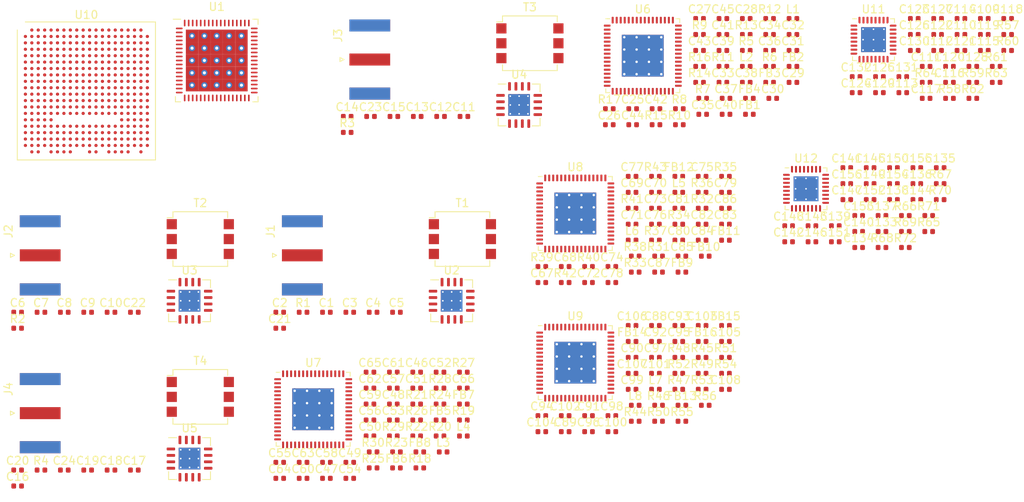
<source format=kicad_pcb>
(kicad_pcb (version 20171130) (host pcbnew 5.1.6)
  (layers (0 F.Cu signal) (31 B.Cu signal) (34 B.Paste user) (35 F.Paste user) (36 B.SilkS user) (37 F.SilkS user) (38 B.Mask user) (39 F.Mask user) (44 Edge.Cuts user))
  (net 0 "")
  (net 1 "Net-(C1-Pad2)")
  (net 2 "Net-(C1-Pad1)")
  (net 3 "Net-(C2-Pad2)")
  (net 4 "Net-(C3-Pad2)")
  (net 5 GND)
  (net 6 +5V)
  (net 7 "Net-(C6-Pad2)")
  (net 8 "Net-(C6-Pad1)")
  (net 9 "Net-(C7-Pad2)")
  (net 10 "Net-(C8-Pad2)")
  (net 11 "Net-(C11-Pad2)")
  (net 12 "Net-(C11-Pad1)")
  (net 13 "Net-(C12-Pad2)")
  (net 14 "Net-(C13-Pad2)")
  (net 15 "Net-(C16-Pad2)")
  (net 16 "Net-(C16-Pad1)")
  (net 17 "Net-(C17-Pad2)")
  (net 18 "Net-(C18-Pad2)")
  (net 19 +1V8)
  (net 20 "Net-(C37-Pad1)")
  (net 21 "Net-(C39-Pad1)")
  (net 22 "Net-(C40-Pad1)")
  (net 23 "Net-(C41-Pad1)")
  (net 24 "Net-(C42-Pad1)")
  (net 25 "Net-(C43-Pad1)")
  (net 26 "Net-(C44-Pad2)")
  (net 27 "Net-(C44-Pad1)")
  (net 28 "Net-(C45-Pad2)")
  (net 29 "Net-(C45-Pad1)")
  (net 30 "Net-(C58-Pad1)")
  (net 31 "Net-(C60-Pad1)")
  (net 32 "Net-(C61-Pad1)")
  (net 33 "Net-(C62-Pad1)")
  (net 34 "Net-(C63-Pad1)")
  (net 35 "Net-(C64-Pad1)")
  (net 36 "Net-(C65-Pad2)")
  (net 37 "Net-(C65-Pad1)")
  (net 38 "Net-(C66-Pad2)")
  (net 39 "Net-(C66-Pad1)")
  (net 40 "Net-(C79-Pad1)")
  (net 41 "Net-(C81-Pad1)")
  (net 42 "Net-(C82-Pad1)")
  (net 43 "Net-(C83-Pad1)")
  (net 44 "Net-(C84-Pad1)")
  (net 45 "Net-(C85-Pad1)")
  (net 46 "Net-(C86-Pad2)")
  (net 47 "Net-(C86-Pad1)")
  (net 48 "Net-(C87-Pad2)")
  (net 49 "Net-(C87-Pad1)")
  (net 50 "Net-(C100-Pad1)")
  (net 51 "Net-(C102-Pad1)")
  (net 52 "Net-(C103-Pad1)")
  (net 53 "Net-(C104-Pad1)")
  (net 54 "Net-(C105-Pad1)")
  (net 55 "Net-(C106-Pad1)")
  (net 56 "Net-(C107-Pad2)")
  (net 57 "Net-(C107-Pad1)")
  (net 58 "Net-(C108-Pad2)")
  (net 59 "Net-(C108-Pad1)")
  (net 60 "Net-(J1-Pad1)")
  (net 61 "Net-(J2-Pad1)")
  (net 62 "Net-(J3-Pad1)")
  (net 63 "Net-(J4-Pad1)")
  (net 64 "Net-(L1-Pad2)")
  (net 65 "Net-(L1-Pad1)")
  (net 66 "Net-(L2-Pad2)")
  (net 67 "Net-(L2-Pad1)")
  (net 68 "Net-(L3-Pad2)")
  (net 69 "Net-(L3-Pad1)")
  (net 70 "Net-(L4-Pad2)")
  (net 71 "Net-(L4-Pad1)")
  (net 72 "Net-(L5-Pad2)")
  (net 73 "Net-(L5-Pad1)")
  (net 74 "Net-(L6-Pad2)")
  (net 75 "Net-(L6-Pad1)")
  (net 76 "Net-(L7-Pad2)")
  (net 77 "Net-(L7-Pad1)")
  (net 78 "Net-(L8-Pad2)")
  (net 79 "Net-(L8-Pad1)")
  (net 80 "Net-(R1-Pad2)")
  (net 81 "Net-(R2-Pad2)")
  (net 82 "Net-(R3-Pad2)")
  (net 83 "Net-(R4-Pad2)")
  (net 84 "Net-(R5-Pad1)")
  (net 85 "Net-(R18-Pad1)")
  (net 86 "Net-(R31-Pad1)")
  (net 87 "Net-(R44-Pad1)")
  (net 88 "Net-(T1-Pad4)")
  (net 89 "Net-(T1-Pad3)")
  (net 90 "Net-(T2-Pad4)")
  (net 91 "Net-(T2-Pad3)")
  (net 92 "Net-(T3-Pad4)")
  (net 93 "Net-(T3-Pad3)")
  (net 94 "Net-(T4-Pad4)")
  (net 95 "Net-(T4-Pad3)")
  (net 96 "Net-(U1-Pad68)")
  (net 97 "Net-(U1-Pad67)")
  (net 98 "Net-(U1-Pad66)")
  (net 99 "Net-(U1-Pad65)")
  (net 100 "Net-(U1-Pad64)")
  (net 101 "Net-(U1-Pad63)")
  (net 102 "Net-(U1-Pad62)")
  (net 103 "Net-(U1-Pad61)")
  (net 104 "Net-(U1-Pad60)")
  (net 105 "Net-(U1-Pad59)")
  (net 106 "Net-(U1-Pad58)")
  (net 107 "Net-(U1-Pad57)")
  (net 108 "Net-(U1-Pad56)")
  (net 109 "Net-(U1-Pad55)")
  (net 110 "Net-(U1-Pad54)")
  (net 111 "Net-(U1-Pad53)")
  (net 112 "Net-(U1-Pad52)")
  (net 113 "Net-(U1-Pad49)")
  (net 114 "Net-(U1-Pad48)")
  (net 115 "Net-(U1-Pad47)")
  (net 116 "Net-(U1-Pad46)")
  (net 117 "Net-(U1-Pad43)")
  (net 118 "Net-(U1-Pad42)")
  (net 119 "Net-(U1-Pad41)")
  (net 120 "Net-(U1-Pad40)")
  (net 121 "Net-(U1-Pad39)")
  (net 122 "Net-(U1-Pad38)")
  (net 123 "Net-(U1-Pad37)")
  (net 124 "Net-(U1-Pad36)")
  (net 125 "Net-(U1-Pad35)")
  (net 126 "Net-(U1-Pad34)")
  (net 127 "Net-(U1-Pad33)")
  (net 128 "Net-(U1-Pad32)")
  (net 129 "Net-(U1-Pad31)")
  (net 130 "Net-(U1-Pad30)")
  (net 131 "Net-(U1-Pad29)")
  (net 132 "Net-(U1-Pad28)")
  (net 133 "Net-(U1-Pad27)")
  (net 134 "Net-(U1-Pad26)")
  (net 135 "Net-(U1-Pad25)")
  (net 136 "Net-(U1-Pad24)")
  (net 137 "Net-(U1-Pad23)")
  (net 138 "Net-(U1-Pad21)")
  (net 139 "Net-(U1-Pad20)")
  (net 140 "Net-(U1-Pad19)")
  (net 141 "Net-(U1-Pad18)")
  (net 142 "Net-(U1-Pad17)")
  (net 143 "Net-(U1-Pad16)")
  (net 144 "Net-(U1-Pad15)")
  (net 145 "Net-(U1-Pad14)")
  (net 146 "Net-(U1-Pad13)")
  (net 147 "Net-(U1-Pad12)")
  (net 148 "Net-(U1-Pad11)")
  (net 149 "Net-(U1-Pad10)")
  (net 150 "Net-(U1-Pad9)")
  (net 151 "Net-(U1-Pad8)")
  (net 152 "Net-(U1-Pad7)")
  (net 153 "Net-(U1-Pad6)")
  (net 154 "Net-(U1-Pad5)")
  (net 155 "Net-(U1-Pad4)")
  (net 156 "Net-(U1-Pad3)")
  (net 157 "Net-(U1-Pad2)")
  (net 158 "/Input and Mixer 1/LO+")
  (net 159 "/Input and Mixer 1/LO-")
  (net 160 "/Input and Mixer 1/OUT+")
  (net 161 "/Input and Mixer 1/OUT-")
  (net 162 "/Input and Mixer 1/ENABLE")
  (net 163 "/Input and Mixer 1/TEMP")
  (net 164 "/Input and Mixer 2/LO+")
  (net 165 "/Input and Mixer 2/LO-")
  (net 166 "/Input and Mixer 2/OUT+")
  (net 167 "/Input and Mixer 2/OUT-")
  (net 168 "/Input and Mixer 2/ENABLE")
  (net 169 "/Input and Mixer 2/TEMP")
  (net 170 "/Input and Mixer 3/LO+")
  (net 171 "/Input and Mixer 3/LO-")
  (net 172 "/Input and Mixer 3/OUT+")
  (net 173 "/Input and Mixer 3/OUT-")
  (net 174 "/Input and Mixer 3/ENABLE")
  (net 175 "/Input and Mixer 3/TEMP")
  (net 176 "/Input and Mixer 4/LO+")
  (net 177 "/Input and Mixer 4/LO-")
  (net 178 "/Input and Mixer 4/OUT+")
  (net 179 "/Input and Mixer 4/OUT-")
  (net 180 "/Input and Mixer 4/ENABLE")
  (net 181 "/Input and Mixer 4/TEMP")
  (net 182 "Net-(U10-PadU20)")
  (net 183 "Net-(U10-PadU19)")
  (net 184 "Net-(U10-PadU18)")
  (net 185 "Net-(U10-PadU17)")
  (net 186 "Net-(U10-PadU16)")
  (net 187 "Net-(U10-PadT20)")
  (net 188 "Net-(U10-PadT19)")
  (net 189 "Net-(U10-PadT18)")
  (net 190 "Net-(U10-PadT17)")
  (net 191 "Net-(U10-PadR20)")
  (net 192 "Net-(U10-PadR18)")
  (net 193 "Net-(U10-PadR17)")
  (net 194 "Net-(U10-PadR16)")
  (net 195 "Net-(U10-PadP20)")
  (net 196 "Net-(U10-PadP19)")
  (net 197 "Net-(U10-PadP18)")
  (net 198 "Net-(U10-PadP17)")
  (net 199 "Net-(U10-PadP16)")
  (net 200 "Net-(U10-PadP5)")
  (net 201 "Net-(U10-PadP4)")
  (net 202 "Net-(U10-PadP3)")
  (net 203 "Net-(U10-PadP2)")
  (net 204 "Net-(U10-PadP1)")
  (net 205 "Net-(U10-PadN20)")
  (net 206 "Net-(U10-PadN19)")
  (net 207 "Net-(U10-PadN18)")
  (net 208 "Net-(U10-PadN17)")
  (net 209 "Net-(U10-PadN16)")
  (net 210 "Net-(U10-PadN5)")
  (net 211 "Net-(U10-PadN4)")
  (net 212 "Net-(U10-PadN3)")
  (net 213 "Net-(U10-PadN2)")
  (net 214 "Net-(U10-PadN1)")
  (net 215 "Net-(U10-PadM20)")
  (net 216 "Net-(U10-PadM19)")
  (net 217 "Net-(U10-PadM18)")
  (net 218 "Net-(U10-PadM17)")
  (net 219 "Net-(U10-PadM15)")
  (net 220 "Net-(U10-PadM6)")
  (net 221 "Net-(U10-PadM4)")
  (net 222 "Net-(U10-PadM3)")
  (net 223 "Net-(U10-PadM1)")
  (net 224 "Net-(U10-PadL20)")
  (net 225 "Net-(U10-PadL19)")
  (net 226 "Net-(U10-PadL18)")
  (net 227 "Net-(U10-PadL17)")
  (net 228 "Net-(U10-PadL16)")
  (net 229 "Net-(U10-PadL15)")
  (net 230 "Net-(U10-PadL14)")
  (net 231 "Net-(U10-PadL7)")
  (net 232 "Net-(U10-PadL6)")
  (net 233 "Net-(U10-PadL5)")
  (net 234 "Net-(U10-PadL4)")
  (net 235 "Net-(U10-PadL3)")
  (net 236 "Net-(U10-PadL2)")
  (net 237 "Net-(U10-PadL1)")
  (net 238 "Net-(U10-PadK20)")
  (net 239 "Net-(U10-PadK19)")
  (net 240 "Net-(U10-PadK18)")
  (net 241 "Net-(U10-PadK5)")
  (net 242 "Net-(U10-PadK4)")
  (net 243 "Net-(U10-PadK3)")
  (net 244 "Net-(U10-PadK2)")
  (net 245 "Net-(U10-PadK1)")
  (net 246 "Net-(U10-PadJ20)")
  (net 247 "Net-(U10-PadJ19)")
  (net 248 "Net-(U10-PadJ18)")
  (net 249 "Net-(U10-PadJ17)")
  (net 250 "Net-(U10-PadJ16)")
  (net 251 "Net-(U10-PadJ15)")
  (net 252 "Net-(U10-PadJ5)")
  (net 253 "Net-(U10-PadJ4)")
  (net 254 "Net-(U10-PadJ3)")
  (net 255 "Net-(U10-PadJ1)")
  (net 256 "Net-(U10-PadH20)")
  (net 257 "Net-(U10-PadH18)")
  (net 258 "Net-(U10-PadH17)")
  (net 259 "Net-(U10-PadH16)")
  (net 260 "Net-(U10-PadH15)")
  (net 261 "Net-(U10-PadH14)")
  (net 262 "Net-(U10-PadH2)")
  (net 263 "Net-(U10-PadH1)")
  (net 264 "Net-(U10-PadG20)")
  (net 265 "Net-(U10-PadG19)")
  (net 266 "Net-(U10-PadG18)")
  (net 267 "Net-(U10-PadG16)")
  (net 268 "Net-(U10-PadG2)")
  (net 269 "Net-(U10-PadG1)")
  (net 270 "Net-(U10-PadF20)")
  (net 271 "Net-(U10-PadF19)")
  (net 272 "Net-(U10-PadF18)")
  (net 273 "Net-(U10-PadF17)")
  (net 274 "Net-(U10-PadF16)")
  (net 275 "Net-(U10-PadF12)")
  (net 276 "Net-(U10-PadF11)")
  (net 277 "Net-(U10-PadF1)")
  (net 278 "Net-(U10-PadE20)")
  (net 279 "Net-(U10-PadE19)")
  (net 280 "Net-(U10-PadE18)")
  (net 281 "Net-(U10-PadE17)")
  (net 282 "Net-(U10-PadE16)")
  (net 283 "Net-(U10-PadE15)")
  (net 284 "Net-(U10-PadE14)")
  (net 285 "Net-(U10-PadE13)")
  (net 286 "Net-(U10-PadE12)")
  (net 287 "Net-(U10-PadE11)")
  (net 288 "Net-(U10-PadD20)")
  (net 289 "Net-(U10-PadD19)")
  (net 290 "Net-(U10-PadD18)")
  (net 291 "Net-(U10-PadD17)")
  (net 292 "Net-(U10-PadD16)")
  (net 293 "Net-(U10-PadD15)")
  (net 294 "Net-(U10-PadD14)")
  (net 295 "Net-(U10-PadD13)")
  (net 296 "Net-(U10-PadD12)")
  (net 297 "Net-(U10-PadD11)")
  (net 298 "Net-(U10-PadC20)")
  (net 299 "Net-(U10-PadC18)")
  (net 300 "Net-(U10-PadC17)")
  (net 301 "Net-(U10-PadC16)")
  (net 302 "Net-(U10-PadC15)")
  (net 303 "Net-(U10-PadC14)")
  (net 304 "Net-(U10-PadC13)")
  (net 305 "Net-(U10-PadC12)")
  (net 306 "Net-(U10-PadB20)")
  (net 307 "Net-(U10-PadB19)")
  (net 308 "Net-(U10-PadB18)")
  (net 309 "Net-(U10-PadB17)")
  (net 310 "Net-(U10-PadB16)")
  (net 311 "Net-(U10-PadB15)")
  (net 312 "Net-(U10-PadB13)")
  (net 313 "Net-(U10-PadB12)")
  (net 314 "Net-(U10-PadA19)")
  (net 315 "Net-(U10-PadA18)")
  (net 316 "Net-(U10-PadA17)")
  (net 317 "Net-(U10-PadA16)")
  (net 318 "Net-(U10-PadA14)")
  (net 319 "Net-(U10-PadA13)")
  (net 320 "Net-(U10-PadA12)")
  (net 321 "/ADC Path2/I_IN+")
  (net 322 "/ADC Path2/I_IN-")
  (net 323 "/ADC Path2/Q_IN+")
  (net 324 "/ADC Path2/Q_IN-")
  (net 325 "/ADC Path 3/I_IN+")
  (net 326 "/ADC Path 3/I_IN-")
  (net 327 "/ADC Path 3/Q_IN+")
  (net 328 "/ADC Path 3/Q_IN-")
  (net 329 "/ADC Path 1/I_IN+")
  (net 330 "/ADC Path 1/I_IN-")
  (net 331 "/ADC Path 1/Q_IN+")
  (net 332 "/ADC Path 1/Q_IN-")
  (net 333 "/ADC Path 4/I_IN+")
  (net 334 "/ADC Path 4/I_IN-")
  (net 335 "/ADC Path 4/Q_IN+")
  (net 336 "/ADC Path 4/Q_IN-")
  (net 337 "/LO_Generator 1/LO_OUT_A-")
  (net 338 "Net-(C109-Pad1)")
  (net 339 "/LO_Generator 1/LO_OUT_A+")
  (net 340 "Net-(C110-Pad1)")
  (net 341 "/LO_Generator 1/LO_OUT_B-")
  (net 342 "Net-(C111-Pad1)")
  (net 343 "/LO_Generator 1/LO_OUT_B+")
  (net 344 "Net-(C112-Pad1)")
  (net 345 "Net-(C113-Pad1)")
  (net 346 "Net-(C115-Pad2)")
  (net 347 "/LO_Generator 1/DVCC")
  (net 348 "Net-(C117-Pad1)")
  (net 349 "Net-(C119-Pad1)")
  (net 350 "Net-(C120-Pad2)")
  (net 351 "Net-(C122-Pad2)")
  (net 352 "Net-(C122-Pad1)")
  (net 353 "Net-(C124-Pad2)")
  (net 354 "/LO_Generator 1/AVCC")
  (net 355 "Net-(C126-Pad1)")
  (net 356 "/LO_Generator 2/LO_OUT_A-")
  (net 357 "Net-(C133-Pad1)")
  (net 358 "/LO_Generator 2/LO_OUT_A+")
  (net 359 "Net-(C134-Pad1)")
  (net 360 "/LO_Generator 2/LO_OUT_B-")
  (net 361 "Net-(C135-Pad1)")
  (net 362 "/LO_Generator 2/LO_OUT_B+")
  (net 363 "Net-(C136-Pad1)")
  (net 364 "Net-(C137-Pad1)")
  (net 365 "Net-(C139-Pad2)")
  (net 366 "/LO_Generator 2/DVCC")
  (net 367 "Net-(C141-Pad1)")
  (net 368 "Net-(C143-Pad1)")
  (net 369 "Net-(C144-Pad2)")
  (net 370 "Net-(C146-Pad2)")
  (net 371 "Net-(C146-Pad1)")
  (net 372 "Net-(C148-Pad2)")
  (net 373 "/LO_Generator 2/AVCC")
  (net 374 "Net-(C150-Pad1)")
  (net 375 "/ADC Path2/OEB")
  (net 376 "/ADC Path2/CSB")
  (net 377 "/ADC Path 3/OEB")
  (net 378 "/ADC Path 3/CSB")
  (net 379 "/ADC Path 1/OEB")
  (net 380 "/ADC Path 1/CSB")
  (net 381 "/ADC Path 4/OEB")
  (net 382 "/ADC Path 4/CSB")
  (net 383 "Net-(R61-Pad2)")
  (net 384 "Net-(R64-Pad2)")
  (net 385 "Net-(R69-Pad2)")
  (net 386 "Net-(R72-Pad2)")
  (net 387 "/LO_Generator 2/REF_CLK_IN")
  (net 388 "/LO_Generator 1/REF_CLK_IN")
  (net 389 "/ADC Path2/PDWN")
  (net 390 "/ADC Path2/SCLK")
  (net 391 "/ADC Path2/SDIO")
  (net 392 "/ADC Path2/OR_I")
  (net 393 "/ADC Path2/I_OUT15")
  (net 394 "/ADC Path2/I_OUT14")
  (net 395 "/ADC Path2/I_OUT13")
  (net 396 "/ADC Path2/I_OUT12")
  (net 397 "/ADC Path2/I_OUT11")
  (net 398 "/ADC Path2/I_OUT10")
  (net 399 "/ADC Path2/I_OUT9")
  (net 400 "/ADC Path2/I_OUT8")
  (net 401 "/ADC Path2/I_OUT7")
  (net 402 "/ADC Path2/I_OUT6")
  (net 403 "/ADC Path2/I_OUT5")
  (net 404 "/ADC Path2/I_OUT4")
  (net 405 "/ADC Path2/I_OUT3")
  (net 406 "/ADC Path2/I_OUT2")
  (net 407 "/ADC Path2/I_OUT1")
  (net 408 "/ADC Path2/I_OUT0")
  (net 409 "/ADC Path2/DCO_I")
  (net 410 "/ADC Path2/DCO_Q")
  (net 411 "/ADC Path2/OR_Q")
  (net 412 "/ADC Path2/Q_OUT15")
  (net 413 "/ADC Path2/Q_OUT14")
  (net 414 "/ADC Path2/Q_OUT13")
  (net 415 "/ADC Path2/Q_OUT12")
  (net 416 "/ADC Path2/Q_OUT11")
  (net 417 "/ADC Path2/Q_OUT10")
  (net 418 "/ADC Path2/Q_OUT9")
  (net 419 "/ADC Path2/Q_OUT8")
  (net 420 "/ADC Path2/Q_OUT7")
  (net 421 "/ADC Path2/Q_OUT6")
  (net 422 "/ADC Path2/Q_OUT5")
  (net 423 "/ADC Path2/Q_OUT4")
  (net 424 "/ADC Path2/Q_OUT3")
  (net 425 "/ADC Path2/Q_OUT2")
  (net 426 "/ADC Path2/Q_OUT1")
  (net 427 "/ADC Path2/Q_OUT0")
  (net 428 "/ADC Path2/SYNC")
  (net 429 "/ADC Path2/CLK-")
  (net 430 "/ADC Path2/CLK+")
  (net 431 "/ADC Path 3/PDWN")
  (net 432 "/ADC Path 3/SCLK")
  (net 433 "/ADC Path 3/SDIO")
  (net 434 "/ADC Path 3/OR_I")
  (net 435 "/ADC Path 3/I_OUT15")
  (net 436 "/ADC Path 3/I_OUT14")
  (net 437 "/ADC Path 3/I_OUT13")
  (net 438 "/ADC Path 3/I_OUT12")
  (net 439 "/ADC Path 3/I_OUT11")
  (net 440 "/ADC Path 3/I_OUT10")
  (net 441 "/ADC Path 3/I_OUT9")
  (net 442 "/ADC Path 3/I_OUT8")
  (net 443 "/ADC Path 3/I_OUT7")
  (net 444 "/ADC Path 3/I_OUT6")
  (net 445 "/ADC Path 3/I_OUT5")
  (net 446 "/ADC Path 3/I_OUT4")
  (net 447 "/ADC Path 3/I_OUT3")
  (net 448 "/ADC Path 3/I_OUT2")
  (net 449 "/ADC Path 3/I_OUT1")
  (net 450 "/ADC Path 3/I_OUT0")
  (net 451 "/ADC Path 3/DCO_I")
  (net 452 "/ADC Path 3/DCO_Q")
  (net 453 "/ADC Path 3/OR_Q")
  (net 454 "/ADC Path 3/Q_OUT15")
  (net 455 "/ADC Path 3/Q_OUT14")
  (net 456 "/ADC Path 3/Q_OUT13")
  (net 457 "/ADC Path 3/Q_OUT12")
  (net 458 "/ADC Path 3/Q_OUT11")
  (net 459 "/ADC Path 3/Q_OUT10")
  (net 460 "/ADC Path 3/Q_OUT9")
  (net 461 "/ADC Path 3/Q_OUT8")
  (net 462 "/ADC Path 3/Q_OUT7")
  (net 463 "/ADC Path 3/Q_OUT6")
  (net 464 "/ADC Path 3/Q_OUT5")
  (net 465 "/ADC Path 3/Q_OUT4")
  (net 466 "/ADC Path 3/Q_OUT3")
  (net 467 "/ADC Path 3/Q_OUT2")
  (net 468 "/ADC Path 3/Q_OUT1")
  (net 469 "/ADC Path 3/Q_OUT0")
  (net 470 "/ADC Path 3/SYNC")
  (net 471 "/ADC Path 3/CLK-")
  (net 472 "/ADC Path 3/CLK+")
  (net 473 "/ADC Path 1/PDWN")
  (net 474 "/ADC Path 1/SCLK")
  (net 475 "/ADC Path 1/SDIO")
  (net 476 "/ADC Path 1/OR_I")
  (net 477 "/ADC Path 1/I_OUT15")
  (net 478 "/ADC Path 1/I_OUT14")
  (net 479 "/ADC Path 1/I_OUT13")
  (net 480 "/ADC Path 1/I_OUT12")
  (net 481 "/ADC Path 1/I_OUT11")
  (net 482 "/ADC Path 1/I_OUT10")
  (net 483 "/ADC Path 1/I_OUT9")
  (net 484 "/ADC Path 1/I_OUT8")
  (net 485 "/ADC Path 1/I_OUT7")
  (net 486 "/ADC Path 1/I_OUT6")
  (net 487 "/ADC Path 1/I_OUT5")
  (net 488 "/ADC Path 1/I_OUT4")
  (net 489 "/ADC Path 1/I_OUT3")
  (net 490 "/ADC Path 1/I_OUT2")
  (net 491 "/ADC Path 1/I_OUT1")
  (net 492 "/ADC Path 1/I_OUT0")
  (net 493 "/ADC Path 1/DCO_I")
  (net 494 "/ADC Path 1/DCO_Q")
  (net 495 "/ADC Path 1/OR_Q")
  (net 496 "/ADC Path 1/Q_OUT15")
  (net 497 "/ADC Path 1/Q_OUT14")
  (net 498 "/ADC Path 1/Q_OUT13")
  (net 499 "/ADC Path 1/Q_OUT12")
  (net 500 "/ADC Path 1/Q_OUT11")
  (net 501 "/ADC Path 1/Q_OUT10")
  (net 502 "/ADC Path 1/Q_OUT9")
  (net 503 "/ADC Path 1/Q_OUT8")
  (net 504 "/ADC Path 1/Q_OUT7")
  (net 505 "/ADC Path 1/Q_OUT6")
  (net 506 "/ADC Path 1/Q_OUT5")
  (net 507 "/ADC Path 1/Q_OUT4")
  (net 508 "/ADC Path 1/Q_OUT3")
  (net 509 "/ADC Path 1/Q_OUT2")
  (net 510 "/ADC Path 1/Q_OUT1")
  (net 511 "/ADC Path 1/Q_OUT0")
  (net 512 "/ADC Path 1/SYNC")
  (net 513 "/ADC Path 1/CLK-")
  (net 514 "/ADC Path 1/CLK+")
  (net 515 "/ADC Path 4/PDWN")
  (net 516 "/ADC Path 4/SCLK")
  (net 517 "/ADC Path 4/SDIO")
  (net 518 "/ADC Path 4/OR_I")
  (net 519 "/ADC Path 4/I_OUT15")
  (net 520 "/ADC Path 4/I_OUT14")
  (net 521 "/ADC Path 4/I_OUT13")
  (net 522 "/ADC Path 4/I_OUT12")
  (net 523 "/ADC Path 4/I_OUT11")
  (net 524 "/ADC Path 4/I_OUT10")
  (net 525 "/ADC Path 4/I_OUT9")
  (net 526 "/ADC Path 4/I_OUT8")
  (net 527 "/ADC Path 4/I_OUT7")
  (net 528 "/ADC Path 4/I_OUT6")
  (net 529 "/ADC Path 4/I_OUT5")
  (net 530 "/ADC Path 4/I_OUT4")
  (net 531 "/ADC Path 4/I_OUT3")
  (net 532 "/ADC Path 4/I_OUT2")
  (net 533 "/ADC Path 4/I_OUT1")
  (net 534 "/ADC Path 4/I_OUT0")
  (net 535 "/ADC Path 4/DCO_I")
  (net 536 "/ADC Path 4/DCO_Q")
  (net 537 "/ADC Path 4/OR_Q")
  (net 538 "/ADC Path 4/Q_OUT15")
  (net 539 "/ADC Path 4/Q_OUT14")
  (net 540 "/ADC Path 4/Q_OUT13")
  (net 541 "/ADC Path 4/Q_OUT12")
  (net 542 "/ADC Path 4/Q_OUT11")
  (net 543 "/ADC Path 4/Q_OUT10")
  (net 544 "/ADC Path 4/Q_OUT9")
  (net 545 "/ADC Path 4/Q_OUT8")
  (net 546 "/ADC Path 4/Q_OUT7")
  (net 547 "/ADC Path 4/Q_OUT6")
  (net 548 "/ADC Path 4/Q_OUT5")
  (net 549 "/ADC Path 4/Q_OUT4")
  (net 550 "/ADC Path 4/Q_OUT3")
  (net 551 "/ADC Path 4/Q_OUT2")
  (net 552 "/ADC Path 4/Q_OUT1")
  (net 553 "/ADC Path 4/Q_OUT0")
  (net 554 "/ADC Path 4/SYNC")
  (net 555 "/ADC Path 4/CLK-")
  (net 556 "/ADC Path 4/CLK+")
  (net 557 "/LO_Generator 1/MUX")
  (net 558 "/LO_Generator 1/RF_OUT_EN")
  (net 559 "/LO_Generator 1/LD")
  (net 560 "/LO_Generator 1/CE")
  (net 561 "/LO_Generator 1/LE")
  (net 562 "/LO_Generator 1/DATA")
  (net 563 "/LO_Generator 1/CLK")
  (net 564 "/LO_Generator 2/MUX")
  (net 565 "/LO_Generator 2/RF_OUT_EN")
  (net 566 "/LO_Generator 2/LD")
  (net 567 "/LO_Generator 2/CE")
  (net 568 "/LO_Generator 2/LE")
  (net 569 "/LO_Generator 2/DATA")
  (net 570 "/LO_Generator 2/CLK")
  (module Package_DFN_QFN:TQFN-32-1EP_5x5mm_P0.5mm_EP3.1x3.1mm_ThermalVias (layer F.Cu) (at 187.8976 92.042)
    (fp_text reference U12 (at 0 -3.8) (layer F.SilkS))
    (fp_text value MAX2871)
    (pad 33 smd rect (at 0 0) (size 3.1 3.1) (layers B.Cu) (net 5 GND))
    (pad 33 thru_hole circle (at 1.3 1.3) (size 0.5 0.5) (drill 0.2) (layers *.Cu) (net 5 GND))
    (pad 33 thru_hole circle (at 0 1.3) (size 0.5 0.5) (drill 0.2) (layers *.Cu) (net 5 GND))
    (pad 33 thru_hole circle (at -1.3 1.3) (size 0.5 0.5) (drill 0.2) (layers *.Cu) (net 5 GND))
    (pad 33 thru_hole circle (at 1.3 0) (size 0.5 0.5) (drill 0.2) (layers *.Cu) (net 5 GND))
    (pad 33 thru_hole circle (at 0 0) (size 0.5 0.5) (drill 0.2) (layers *.Cu) (net 5 GND))
    (pad 33 thru_hole circle (at -1.3 0) (size 0.5 0.5) (drill 0.2) (layers *.Cu) (net 5 GND))
    (pad 33 thru_hole circle (at 1.3 -1.3) (size 0.5 0.5) (drill 0.2) (layers *.Cu) (net 5 GND))
    (pad 33 thru_hole circle (at 0 -1.3) (size 0.5 0.5) (drill 0.2) (layers *.Cu) (net 5 GND))
    (pad 33 thru_hole circle (at -1.3 -1.3) (size 0.5 0.5) (drill 0.2) (layers *.Cu) (net 5 GND))
    (pad 33 smd rect (at 0 0) (size 3.1 3.1) (layers F.Cu F.Mask) (net 5 GND))
    (pad 32 smd custom (at -1.75 -2.4375) (size 0.18636 0.18636) (layers F.Cu F.Paste F.Mask) (net 366 "/LO_Generator 2/DVCC") (options (clearance outline) (anchor circle)) (primitives (gr_poly (pts (xy -0.0625 -0.35) (xy 0.0625 -0.35) (xy 0.0625 0.35) (xy -0.009112 0.35) (xy -0.0625 0.296612)) (width 0.125))))
    (pad 31 smd roundrect (at -1.25 -2.4375) (size 0.25 0.825) (layers F.Cu F.Paste F.Mask) (net 5 GND))
    (pad 30 smd roundrect (at -0.75 -2.4375) (size 0.25 0.825) (layers F.Cu F.Paste F.Mask) (net 564 "/LO_Generator 2/MUX"))
    (pad 29 smd roundrect (at -0.25 -2.4375) (size 0.25 0.825) (layers F.Cu F.Paste F.Mask) (net 387 "/LO_Generator 2/REF_CLK_IN"))
    (pad 28 smd roundrect (at 0.25 -2.4375) (size 0.25 0.825) (layers F.Cu F.Paste F.Mask) (net 366 "/LO_Generator 2/DVCC"))
    (pad 27 smd roundrect (at 0.75 -2.4375) (size 0.25 0.825) (layers F.Cu F.Paste F.Mask) (net 5 GND))
    (pad 26 smd roundrect (at 1.25 -2.4375) (size 0.25 0.825) (layers F.Cu F.Paste F.Mask) (net 565 "/LO_Generator 2/RF_OUT_EN"))
    (pad 25 smd custom (at 1.75 -2.4375) (size 0.18636 0.18636) (layers F.Cu F.Paste F.Mask) (net 566 "/LO_Generator 2/LD") (options (clearance outline) (anchor circle)) (primitives (gr_poly (pts (xy -0.0625 -0.35) (xy 0.0625 -0.35) (xy 0.0625 0.296612) (xy 0.009112 0.35) (xy -0.0625 0.35)) (width 0.125))))
    (pad 24 smd custom (at 2.4375 -1.75) (size 0.18636 0.18636) (layers F.Cu F.Paste F.Mask) (net 374 "Net-(C150-Pad1)") (options (clearance outline) (anchor circle)) (primitives (gr_poly (pts (xy -0.35 -0.009112) (xy -0.296612 -0.0625) (xy 0.35 -0.0625) (xy 0.35 0.0625) (xy -0.35 0.0625)) (width 0.125))))
    (pad 23 smd roundrect (at 2.4375 -1.25) (size 0.825 0.25) (layers F.Cu F.Paste F.Mask) (net 368 "Net-(C143-Pad1)"))
    (pad 22 smd roundrect (at 2.4375 -0.75) (size 0.825 0.25) (layers F.Cu F.Paste F.Mask) (net 386 "Net-(R72-Pad2)"))
    (pad 21 smd roundrect (at 2.4375 -0.25) (size 0.825 0.25) (layers F.Cu F.Paste F.Mask) (net 5 GND))
    (pad 20 smd roundrect (at 2.4375 0.25) (size 0.825 0.25) (layers F.Cu F.Paste F.Mask) (net 369 "Net-(C144-Pad2)"))
    (pad 19 smd roundrect (at 2.4375 0.75) (size 0.825 0.25) (layers F.Cu F.Paste F.Mask) (net 367 "Net-(C141-Pad1)"))
    (pad 18 smd roundrect (at 2.4375 1.25) (size 0.825 0.25) (layers F.Cu F.Paste F.Mask) (net 5 GND))
    (pad 17 smd custom (at 2.4375 1.75) (size 0.18636 0.18636) (layers F.Cu F.Paste F.Mask) (net 373 "/LO_Generator 2/AVCC") (options (clearance outline) (anchor circle)) (primitives (gr_poly (pts (xy -0.35 -0.0625) (xy 0.35 -0.0625) (xy 0.35 0.0625) (xy -0.296612 0.0625) (xy -0.35 0.009112)) (width 0.125))))
    (pad 16 smd custom (at 1.75 2.4375) (size 0.18636 0.18636) (layers F.Cu F.Paste F.Mask) (net 373 "/LO_Generator 2/AVCC") (options (clearance outline) (anchor circle)) (primitives (gr_poly (pts (xy -0.0625 -0.35) (xy 0.009112 -0.35) (xy 0.0625 -0.296612) (xy 0.0625 0.35) (xy -0.0625 0.35)) (width 0.125))))
    (pad 15 smd roundrect (at 1.25 2.4375) (size 0.25 0.825) (layers F.Cu F.Paste F.Mask) (net 361 "Net-(C135-Pad1)"))
    (pad 14 smd roundrect (at 0.75 2.4375) (size 0.25 0.825) (layers F.Cu F.Paste F.Mask) (net 363 "Net-(C136-Pad1)"))
    (pad 13 smd roundrect (at 0.25 2.4375) (size 0.25 0.825) (layers F.Cu F.Paste F.Mask) (net 357 "Net-(C133-Pad1)"))
    (pad 12 smd roundrect (at -0.25 2.4375) (size 0.25 0.825) (layers F.Cu F.Paste F.Mask) (net 359 "Net-(C134-Pad1)"))
    (pad 11 smd roundrect (at -0.75 2.4375) (size 0.25 0.825) (layers F.Cu F.Paste F.Mask) (net 5 GND))
    (pad 10 smd roundrect (at -1.25 2.4375) (size 0.25 0.825) (layers F.Cu F.Paste F.Mask) (net 373 "/LO_Generator 2/AVCC"))
    (pad 9 smd custom (at -1.75 2.4375) (size 0.18636 0.18636) (layers F.Cu F.Paste F.Mask) (options (clearance outline) (anchor circle)) (primitives (gr_poly (pts (xy -0.0625 -0.296612) (xy -0.009112 -0.35) (xy 0.0625 -0.35) (xy 0.0625 0.35) (xy -0.0625 0.35)) (width 0.125))))
    (pad 8 smd custom (at -2.4375 1.75) (size 0.18636 0.18636) (layers F.Cu F.Paste F.Mask) (net 5 GND) (options (clearance outline) (anchor circle)) (primitives (gr_poly (pts (xy -0.35 -0.0625) (xy 0.35 -0.0625) (xy 0.35 0.009112) (xy 0.296612 0.0625) (xy -0.35 0.0625)) (width 0.125))))
    (pad 7 smd roundrect (at -2.4375 1.25) (size 0.825 0.25) (layers F.Cu F.Paste F.Mask) (net 371 "Net-(C146-Pad1)"))
    (pad 6 smd roundrect (at -2.4375 0.75) (size 0.825 0.25) (layers F.Cu F.Paste F.Mask) (net 373 "/LO_Generator 2/AVCC"))
    (pad 5 smd roundrect (at -2.4375 0.25) (size 0.825 0.25) (layers F.Cu F.Paste F.Mask) (net 385 "Net-(R69-Pad2)"))
    (pad 4 smd roundrect (at -2.4375 -0.25) (size 0.825 0.25) (layers F.Cu F.Paste F.Mask) (net 567 "/LO_Generator 2/CE"))
    (pad 3 smd roundrect (at -2.4375 -0.75) (size 0.825 0.25) (layers F.Cu F.Paste F.Mask) (net 568 "/LO_Generator 2/LE"))
    (pad 2 smd roundrect (at -2.4375 -1.25) (size 0.825 0.25) (layers F.Cu F.Paste F.Mask) (net 569 "/LO_Generator 2/DATA"))
    (pad 1 smd custom (at -2.4375 -1.75) (size 0.18636 0.18636) (layers F.Cu F.Paste F.Mask) (net 570 "/LO_Generator 2/CLK") (options (clearance outline) (anchor circle)) (primitives (gr_poly (pts (xy -0.35 -0.0625) (xy 0.296612 -0.0625) (xy 0.35 -0.009112) (xy 0.35 0.0625) (xy -0.35 0.0625)) (width 0.125))))
  )
  (module Package_DFN_QFN:TQFN-32-1EP_5x5mm_P0.5mm_EP3.1x3.1mm_ThermalVias (layer F.Cu) (at 196.3076 73.432)
    (fp_text reference U11 (at 0 -3.8) (layer F.SilkS))
    (fp_text value MAX2871)
    (pad 33 smd rect (at 0 0) (size 3.1 3.1) (layers B.Cu) (net 5 GND))
    (pad 33 thru_hole circle (at 1.3 1.3) (size 0.5 0.5) (drill 0.2) (layers *.Cu) (net 5 GND))
    (pad 33 thru_hole circle (at 0 1.3) (size 0.5 0.5) (drill 0.2) (layers *.Cu) (net 5 GND))
    (pad 33 thru_hole circle (at -1.3 1.3) (size 0.5 0.5) (drill 0.2) (layers *.Cu) (net 5 GND))
    (pad 33 thru_hole circle (at 1.3 0) (size 0.5 0.5) (drill 0.2) (layers *.Cu) (net 5 GND))
    (pad 33 thru_hole circle (at 0 0) (size 0.5 0.5) (drill 0.2) (layers *.Cu) (net 5 GND))
    (pad 33 thru_hole circle (at -1.3 0) (size 0.5 0.5) (drill 0.2) (layers *.Cu) (net 5 GND))
    (pad 33 thru_hole circle (at 1.3 -1.3) (size 0.5 0.5) (drill 0.2) (layers *.Cu) (net 5 GND))
    (pad 33 thru_hole circle (at 0 -1.3) (size 0.5 0.5) (drill 0.2) (layers *.Cu) (net 5 GND))
    (pad 33 thru_hole circle (at -1.3 -1.3) (size 0.5 0.5) (drill 0.2) (layers *.Cu) (net 5 GND))
    (pad 33 smd rect (at 0 0) (size 3.1 3.1) (layers F.Cu F.Mask) (net 5 GND))
    (pad 32 smd custom (at -1.75 -2.4375) (size 0.18636 0.18636) (layers F.Cu F.Paste F.Mask) (net 347 "/LO_Generator 1/DVCC") (options (clearance outline) (anchor circle)) (primitives (gr_poly (pts (xy -0.0625 -0.35) (xy 0.0625 -0.35) (xy 0.0625 0.35) (xy -0.009112 0.35) (xy -0.0625 0.296612)) (width 0.125))))
    (pad 31 smd roundrect (at -1.25 -2.4375) (size 0.25 0.825) (layers F.Cu F.Paste F.Mask) (net 5 GND))
    (pad 30 smd roundrect (at -0.75 -2.4375) (size 0.25 0.825) (layers F.Cu F.Paste F.Mask) (net 557 "/LO_Generator 1/MUX"))
    (pad 29 smd roundrect (at -0.25 -2.4375) (size 0.25 0.825) (layers F.Cu F.Paste F.Mask) (net 388 "/LO_Generator 1/REF_CLK_IN"))
    (pad 28 smd roundrect (at 0.25 -2.4375) (size 0.25 0.825) (layers F.Cu F.Paste F.Mask) (net 347 "/LO_Generator 1/DVCC"))
    (pad 27 smd roundrect (at 0.75 -2.4375) (size 0.25 0.825) (layers F.Cu F.Paste F.Mask) (net 5 GND))
    (pad 26 smd roundrect (at 1.25 -2.4375) (size 0.25 0.825) (layers F.Cu F.Paste F.Mask) (net 558 "/LO_Generator 1/RF_OUT_EN"))
    (pad 25 smd custom (at 1.75 -2.4375) (size 0.18636 0.18636) (layers F.Cu F.Paste F.Mask) (net 559 "/LO_Generator 1/LD") (options (clearance outline) (anchor circle)) (primitives (gr_poly (pts (xy -0.0625 -0.35) (xy 0.0625 -0.35) (xy 0.0625 0.296612) (xy 0.009112 0.35) (xy -0.0625 0.35)) (width 0.125))))
    (pad 24 smd custom (at 2.4375 -1.75) (size 0.18636 0.18636) (layers F.Cu F.Paste F.Mask) (net 355 "Net-(C126-Pad1)") (options (clearance outline) (anchor circle)) (primitives (gr_poly (pts (xy -0.35 -0.009112) (xy -0.296612 -0.0625) (xy 0.35 -0.0625) (xy 0.35 0.0625) (xy -0.35 0.0625)) (width 0.125))))
    (pad 23 smd roundrect (at 2.4375 -1.25) (size 0.825 0.25) (layers F.Cu F.Paste F.Mask) (net 349 "Net-(C119-Pad1)"))
    (pad 22 smd roundrect (at 2.4375 -0.75) (size 0.825 0.25) (layers F.Cu F.Paste F.Mask) (net 384 "Net-(R64-Pad2)"))
    (pad 21 smd roundrect (at 2.4375 -0.25) (size 0.825 0.25) (layers F.Cu F.Paste F.Mask) (net 5 GND))
    (pad 20 smd roundrect (at 2.4375 0.25) (size 0.825 0.25) (layers F.Cu F.Paste F.Mask) (net 350 "Net-(C120-Pad2)"))
    (pad 19 smd roundrect (at 2.4375 0.75) (size 0.825 0.25) (layers F.Cu F.Paste F.Mask) (net 348 "Net-(C117-Pad1)"))
    (pad 18 smd roundrect (at 2.4375 1.25) (size 0.825 0.25) (layers F.Cu F.Paste F.Mask) (net 5 GND))
    (pad 17 smd custom (at 2.4375 1.75) (size 0.18636 0.18636) (layers F.Cu F.Paste F.Mask) (net 354 "/LO_Generator 1/AVCC") (options (clearance outline) (anchor circle)) (primitives (gr_poly (pts (xy -0.35 -0.0625) (xy 0.35 -0.0625) (xy 0.35 0.0625) (xy -0.296612 0.0625) (xy -0.35 0.009112)) (width 0.125))))
    (pad 16 smd custom (at 1.75 2.4375) (size 0.18636 0.18636) (layers F.Cu F.Paste F.Mask) (net 354 "/LO_Generator 1/AVCC") (options (clearance outline) (anchor circle)) (primitives (gr_poly (pts (xy -0.0625 -0.35) (xy 0.009112 -0.35) (xy 0.0625 -0.296612) (xy 0.0625 0.35) (xy -0.0625 0.35)) (width 0.125))))
    (pad 15 smd roundrect (at 1.25 2.4375) (size 0.25 0.825) (layers F.Cu F.Paste F.Mask) (net 342 "Net-(C111-Pad1)"))
    (pad 14 smd roundrect (at 0.75 2.4375) (size 0.25 0.825) (layers F.Cu F.Paste F.Mask) (net 344 "Net-(C112-Pad1)"))
    (pad 13 smd roundrect (at 0.25 2.4375) (size 0.25 0.825) (layers F.Cu F.Paste F.Mask) (net 338 "Net-(C109-Pad1)"))
    (pad 12 smd roundrect (at -0.25 2.4375) (size 0.25 0.825) (layers F.Cu F.Paste F.Mask) (net 340 "Net-(C110-Pad1)"))
    (pad 11 smd roundrect (at -0.75 2.4375) (size 0.25 0.825) (layers F.Cu F.Paste F.Mask) (net 5 GND))
    (pad 10 smd roundrect (at -1.25 2.4375) (size 0.25 0.825) (layers F.Cu F.Paste F.Mask) (net 354 "/LO_Generator 1/AVCC"))
    (pad 9 smd custom (at -1.75 2.4375) (size 0.18636 0.18636) (layers F.Cu F.Paste F.Mask) (options (clearance outline) (anchor circle)) (primitives (gr_poly (pts (xy -0.0625 -0.296612) (xy -0.009112 -0.35) (xy 0.0625 -0.35) (xy 0.0625 0.35) (xy -0.0625 0.35)) (width 0.125))))
    (pad 8 smd custom (at -2.4375 1.75) (size 0.18636 0.18636) (layers F.Cu F.Paste F.Mask) (net 5 GND) (options (clearance outline) (anchor circle)) (primitives (gr_poly (pts (xy -0.35 -0.0625) (xy 0.35 -0.0625) (xy 0.35 0.009112) (xy 0.296612 0.0625) (xy -0.35 0.0625)) (width 0.125))))
    (pad 7 smd roundrect (at -2.4375 1.25) (size 0.825 0.25) (layers F.Cu F.Paste F.Mask) (net 352 "Net-(C122-Pad1)"))
    (pad 6 smd roundrect (at -2.4375 0.75) (size 0.825 0.25) (layers F.Cu F.Paste F.Mask) (net 354 "/LO_Generator 1/AVCC"))
    (pad 5 smd roundrect (at -2.4375 0.25) (size 0.825 0.25) (layers F.Cu F.Paste F.Mask) (net 383 "Net-(R61-Pad2)"))
    (pad 4 smd roundrect (at -2.4375 -0.25) (size 0.825 0.25) (layers F.Cu F.Paste F.Mask) (net 560 "/LO_Generator 1/CE"))
    (pad 3 smd roundrect (at -2.4375 -0.75) (size 0.825 0.25) (layers F.Cu F.Paste F.Mask) (net 561 "/LO_Generator 1/LE"))
    (pad 2 smd roundrect (at -2.4375 -1.25) (size 0.825 0.25) (layers F.Cu F.Paste F.Mask) (net 562 "/LO_Generator 1/DATA"))
    (pad 1 smd custom (at -2.4375 -1.75) (size 0.18636 0.18636) (layers F.Cu F.Paste F.Mask) (net 563 "/LO_Generator 1/CLK") (options (clearance outline) (anchor circle)) (primitives (gr_poly (pts (xy -0.35 -0.0625) (xy 0.296612 -0.0625) (xy 0.35 -0.009112) (xy 0.35 0.0625) (xy -0.35 0.0625)) (width 0.125))))
  )
  (module Package_BGA:Lattice_caBGA-381_17.0x17.0mm_Layout20x20_P0.8mm_Ball0.4mm_Pad0.4mm_NSMD (layer F.Cu) (at 98.1976 79.832)
    (fp_text reference U10 (at 0 -9.5) (layer F.SilkS))
    (fp_text value ECP5_5G_25_CABGA381)
    (pad Y19 smd circle (at 6.8 7.6) (size 0.4 0.4) (layers F.Cu F.Paste F.Mask))
    (pad Y17 smd circle (at 5.2 7.6) (size 0.4 0.4) (layers F.Cu F.Paste F.Mask))
    (pad Y16 smd circle (at 4.4 7.6) (size 0.4 0.4) (layers F.Cu F.Paste F.Mask))
    (pad Y15 smd circle (at 3.6 7.6) (size 0.4 0.4) (layers F.Cu F.Paste F.Mask))
    (pad Y14 smd circle (at 2.8 7.6) (size 0.4 0.4) (layers F.Cu F.Paste F.Mask))
    (pad Y12 smd circle (at 1.2 7.6) (size 0.4 0.4) (layers F.Cu F.Paste F.Mask))
    (pad Y11 smd circle (at 0.4 7.6) (size 0.4 0.4) (layers F.Cu F.Paste F.Mask))
    (pad Y8 smd circle (at -2 7.6) (size 0.4 0.4) (layers F.Cu F.Paste F.Mask))
    (pad Y7 smd circle (at -2.8 7.6) (size 0.4 0.4) (layers F.Cu F.Paste F.Mask))
    (pad Y6 smd circle (at -3.6 7.6) (size 0.4 0.4) (layers F.Cu F.Paste F.Mask))
    (pad Y5 smd circle (at -4.4 7.6) (size 0.4 0.4) (layers F.Cu F.Paste F.Mask))
    (pad Y3 smd circle (at -6 7.6) (size 0.4 0.4) (layers F.Cu F.Paste F.Mask))
    (pad Y2 smd circle (at -6.8 7.6) (size 0.4 0.4) (layers F.Cu F.Paste F.Mask))
    (pad W20 smd circle (at 7.6 6.8) (size 0.4 0.4) (layers F.Cu F.Paste F.Mask))
    (pad W19 smd circle (at 6.8 6.8) (size 0.4 0.4) (layers F.Cu F.Paste F.Mask))
    (pad W18 smd circle (at 6 6.8) (size 0.4 0.4) (layers F.Cu F.Paste F.Mask))
    (pad W17 smd circle (at 5.2 6.8) (size 0.4 0.4) (layers F.Cu F.Paste F.Mask))
    (pad W16 smd circle (at 4.4 6.8) (size 0.4 0.4) (layers F.Cu F.Paste F.Mask))
    (pad W15 smd circle (at 3.6 6.8) (size 0.4 0.4) (layers F.Cu F.Paste F.Mask))
    (pad W14 smd circle (at 2.8 6.8) (size 0.4 0.4) (layers F.Cu F.Paste F.Mask))
    (pad W13 smd circle (at 2 6.8) (size 0.4 0.4) (layers F.Cu F.Paste F.Mask))
    (pad W12 smd circle (at 1.2 6.8) (size 0.4 0.4) (layers F.Cu F.Paste F.Mask))
    (pad W11 smd circle (at 0.4 6.8) (size 0.4 0.4) (layers F.Cu F.Paste F.Mask))
    (pad W10 smd circle (at -0.4 6.8) (size 0.4 0.4) (layers F.Cu F.Paste F.Mask))
    (pad W9 smd circle (at -1.2 6.8) (size 0.4 0.4) (layers F.Cu F.Paste F.Mask))
    (pad W8 smd circle (at -2 6.8) (size 0.4 0.4) (layers F.Cu F.Paste F.Mask))
    (pad W7 smd circle (at -2.8 6.8) (size 0.4 0.4) (layers F.Cu F.Paste F.Mask))
    (pad W6 smd circle (at -3.6 6.8) (size 0.4 0.4) (layers F.Cu F.Paste F.Mask))
    (pad W5 smd circle (at -4.4 6.8) (size 0.4 0.4) (layers F.Cu F.Paste F.Mask))
    (pad W4 smd circle (at -5.2 6.8) (size 0.4 0.4) (layers F.Cu F.Paste F.Mask))
    (pad W3 smd circle (at -6 6.8) (size 0.4 0.4) (layers F.Cu F.Paste F.Mask))
    (pad W2 smd circle (at -6.8 6.8) (size 0.4 0.4) (layers F.Cu F.Paste F.Mask))
    (pad W1 smd circle (at -7.6 6.8) (size 0.4 0.4) (layers F.Cu F.Paste F.Mask))
    (pad V20 smd circle (at 7.6 6) (size 0.4 0.4) (layers F.Cu F.Paste F.Mask))
    (pad V19 smd circle (at 6.8 6) (size 0.4 0.4) (layers F.Cu F.Paste F.Mask))
    (pad V18 smd circle (at 6 6) (size 0.4 0.4) (layers F.Cu F.Paste F.Mask))
    (pad V17 smd circle (at 5.2 6) (size 0.4 0.4) (layers F.Cu F.Paste F.Mask))
    (pad V16 smd circle (at 4.4 6) (size 0.4 0.4) (layers F.Cu F.Paste F.Mask))
    (pad V15 smd circle (at 3.6 6) (size 0.4 0.4) (layers F.Cu F.Paste F.Mask))
    (pad V14 smd circle (at 2.8 6) (size 0.4 0.4) (layers F.Cu F.Paste F.Mask))
    (pad V13 smd circle (at 2 6) (size 0.4 0.4) (layers F.Cu F.Paste F.Mask))
    (pad V12 smd circle (at 1.2 6) (size 0.4 0.4) (layers F.Cu F.Paste F.Mask))
    (pad V11 smd circle (at 0.4 6) (size 0.4 0.4) (layers F.Cu F.Paste F.Mask))
    (pad V10 smd circle (at -0.4 6) (size 0.4 0.4) (layers F.Cu F.Paste F.Mask))
    (pad V9 smd circle (at -1.2 6) (size 0.4 0.4) (layers F.Cu F.Paste F.Mask))
    (pad V8 smd circle (at -2 6) (size 0.4 0.4) (layers F.Cu F.Paste F.Mask))
    (pad V7 smd circle (at -2.8 6) (size 0.4 0.4) (layers F.Cu F.Paste F.Mask))
    (pad V6 smd circle (at -3.6 6) (size 0.4 0.4) (layers F.Cu F.Paste F.Mask))
    (pad V5 smd circle (at -4.4 6) (size 0.4 0.4) (layers F.Cu F.Paste F.Mask))
    (pad V4 smd circle (at -5.2 6) (size 0.4 0.4) (layers F.Cu F.Paste F.Mask))
    (pad V3 smd circle (at -6 6) (size 0.4 0.4) (layers F.Cu F.Paste F.Mask))
    (pad V2 smd circle (at -6.8 6) (size 0.4 0.4) (layers F.Cu F.Paste F.Mask))
    (pad V1 smd circle (at -7.6 6) (size 0.4 0.4) (layers F.Cu F.Paste F.Mask))
    (pad U20 smd circle (at 7.6 5.2) (size 0.4 0.4) (layers F.Cu F.Paste F.Mask) (net 182 "Net-(U10-PadU20)"))
    (pad U19 smd circle (at 6.8 5.2) (size 0.4 0.4) (layers F.Cu F.Paste F.Mask) (net 183 "Net-(U10-PadU19)"))
    (pad U18 smd circle (at 6 5.2) (size 0.4 0.4) (layers F.Cu F.Paste F.Mask) (net 184 "Net-(U10-PadU18)"))
    (pad U17 smd circle (at 5.2 5.2) (size 0.4 0.4) (layers F.Cu F.Paste F.Mask) (net 185 "Net-(U10-PadU17)"))
    (pad U16 smd circle (at 4.4 5.2) (size 0.4 0.4) (layers F.Cu F.Paste F.Mask) (net 186 "Net-(U10-PadU16)"))
    (pad U15 smd circle (at 3.6 5.2) (size 0.4 0.4) (layers F.Cu F.Paste F.Mask))
    (pad U14 smd circle (at 2.8 5.2) (size 0.4 0.4) (layers F.Cu F.Paste F.Mask))
    (pad U13 smd circle (at 2 5.2) (size 0.4 0.4) (layers F.Cu F.Paste F.Mask))
    (pad U12 smd circle (at 1.2 5.2) (size 0.4 0.4) (layers F.Cu F.Paste F.Mask))
    (pad U11 smd circle (at 0.4 5.2) (size 0.4 0.4) (layers F.Cu F.Paste F.Mask))
    (pad U10 smd circle (at -0.4 5.2) (size 0.4 0.4) (layers F.Cu F.Paste F.Mask))
    (pad U9 smd circle (at -1.2 5.2) (size 0.4 0.4) (layers F.Cu F.Paste F.Mask))
    (pad U8 smd circle (at -2 5.2) (size 0.4 0.4) (layers F.Cu F.Paste F.Mask))
    (pad U7 smd circle (at -2.8 5.2) (size 0.4 0.4) (layers F.Cu F.Paste F.Mask))
    (pad U6 smd circle (at -3.6 5.2) (size 0.4 0.4) (layers F.Cu F.Paste F.Mask))
    (pad U5 smd circle (at -4.4 5.2) (size 0.4 0.4) (layers F.Cu F.Paste F.Mask))
    (pad U4 smd circle (at -5.2 5.2) (size 0.4 0.4) (layers F.Cu F.Paste F.Mask))
    (pad U3 smd circle (at -6 5.2) (size 0.4 0.4) (layers F.Cu F.Paste F.Mask))
    (pad U2 smd circle (at -6.8 5.2) (size 0.4 0.4) (layers F.Cu F.Paste F.Mask))
    (pad U1 smd circle (at -7.6 5.2) (size 0.4 0.4) (layers F.Cu F.Paste F.Mask))
    (pad T20 smd circle (at 7.6 4.4) (size 0.4 0.4) (layers F.Cu F.Paste F.Mask) (net 187 "Net-(U10-PadT20)"))
    (pad T19 smd circle (at 6.8 4.4) (size 0.4 0.4) (layers F.Cu F.Paste F.Mask) (net 188 "Net-(U10-PadT19)"))
    (pad T18 smd circle (at 6 4.4) (size 0.4 0.4) (layers F.Cu F.Paste F.Mask) (net 189 "Net-(U10-PadT18)"))
    (pad T17 smd circle (at 5.2 4.4) (size 0.4 0.4) (layers F.Cu F.Paste F.Mask) (net 190 "Net-(U10-PadT17)"))
    (pad T16 smd circle (at 4.4 4.4) (size 0.4 0.4) (layers F.Cu F.Paste F.Mask))
    (pad T15 smd circle (at 3.6 4.4) (size 0.4 0.4) (layers F.Cu F.Paste F.Mask))
    (pad T14 smd circle (at 2.8 4.4) (size 0.4 0.4) (layers F.Cu F.Paste F.Mask))
    (pad T13 smd circle (at 2 4.4) (size 0.4 0.4) (layers F.Cu F.Paste F.Mask))
    (pad T12 smd circle (at 1.2 4.4) (size 0.4 0.4) (layers F.Cu F.Paste F.Mask))
    (pad T11 smd circle (at 0.4 4.4) (size 0.4 0.4) (layers F.Cu F.Paste F.Mask))
    (pad T10 smd circle (at -0.4 4.4) (size 0.4 0.4) (layers F.Cu F.Paste F.Mask))
    (pad T9 smd circle (at -1.2 4.4) (size 0.4 0.4) (layers F.Cu F.Paste F.Mask))
    (pad T8 smd circle (at -2 4.4) (size 0.4 0.4) (layers F.Cu F.Paste F.Mask))
    (pad T7 smd circle (at -2.8 4.4) (size 0.4 0.4) (layers F.Cu F.Paste F.Mask))
    (pad T6 smd circle (at -3.6 4.4) (size 0.4 0.4) (layers F.Cu F.Paste F.Mask))
    (pad T5 smd circle (at -4.4 4.4) (size 0.4 0.4) (layers F.Cu F.Paste F.Mask))
    (pad T4 smd circle (at -5.2 4.4) (size 0.4 0.4) (layers F.Cu F.Paste F.Mask))
    (pad T3 smd circle (at -6 4.4) (size 0.4 0.4) (layers F.Cu F.Paste F.Mask))
    (pad T2 smd circle (at -6.8 4.4) (size 0.4 0.4) (layers F.Cu F.Paste F.Mask))
    (pad T1 smd circle (at -7.6 4.4) (size 0.4 0.4) (layers F.Cu F.Paste F.Mask))
    (pad R20 smd circle (at 7.6 3.6) (size 0.4 0.4) (layers F.Cu F.Paste F.Mask) (net 191 "Net-(U10-PadR20)"))
    (pad R19 smd circle (at 6.8 3.6) (size 0.4 0.4) (layers F.Cu F.Paste F.Mask))
    (pad R18 smd circle (at 6 3.6) (size 0.4 0.4) (layers F.Cu F.Paste F.Mask) (net 192 "Net-(U10-PadR18)"))
    (pad R17 smd circle (at 5.2 3.6) (size 0.4 0.4) (layers F.Cu F.Paste F.Mask) (net 193 "Net-(U10-PadR17)"))
    (pad R16 smd circle (at 4.4 3.6) (size 0.4 0.4) (layers F.Cu F.Paste F.Mask) (net 194 "Net-(U10-PadR16)"))
    (pad R5 smd circle (at -4.4 3.6) (size 0.4 0.4) (layers F.Cu F.Paste F.Mask))
    (pad R4 smd circle (at -5.2 3.6) (size 0.4 0.4) (layers F.Cu F.Paste F.Mask))
    (pad R3 smd circle (at -6 3.6) (size 0.4 0.4) (layers F.Cu F.Paste F.Mask))
    (pad R2 smd circle (at -6.8 3.6) (size 0.4 0.4) (layers F.Cu F.Paste F.Mask))
    (pad R1 smd circle (at -7.6 3.6) (size 0.4 0.4) (layers F.Cu F.Paste F.Mask))
    (pad P20 smd circle (at 7.6 2.8) (size 0.4 0.4) (layers F.Cu F.Paste F.Mask) (net 195 "Net-(U10-PadP20)"))
    (pad P19 smd circle (at 6.8 2.8) (size 0.4 0.4) (layers F.Cu F.Paste F.Mask) (net 196 "Net-(U10-PadP19)"))
    (pad P18 smd circle (at 6 2.8) (size 0.4 0.4) (layers F.Cu F.Paste F.Mask) (net 197 "Net-(U10-PadP18)"))
    (pad P17 smd circle (at 5.2 2.8) (size 0.4 0.4) (layers F.Cu F.Paste F.Mask) (net 198 "Net-(U10-PadP17)"))
    (pad P16 smd circle (at 4.4 2.8) (size 0.4 0.4) (layers F.Cu F.Paste F.Mask) (net 199 "Net-(U10-PadP16)"))
    (pad P15 smd circle (at 3.6 2.8) (size 0.4 0.4) (layers F.Cu F.Paste F.Mask))
    (pad P14 smd circle (at 2.8 2.8) (size 0.4 0.4) (layers F.Cu F.Paste F.Mask))
    (pad P13 smd circle (at 2 2.8) (size 0.4 0.4) (layers F.Cu F.Paste F.Mask))
    (pad P12 smd circle (at 1.2 2.8) (size 0.4 0.4) (layers F.Cu F.Paste F.Mask))
    (pad P11 smd circle (at 0.4 2.8) (size 0.4 0.4) (layers F.Cu F.Paste F.Mask))
    (pad P10 smd circle (at -0.4 2.8) (size 0.4 0.4) (layers F.Cu F.Paste F.Mask))
    (pad P9 smd circle (at -1.2 2.8) (size 0.4 0.4) (layers F.Cu F.Paste F.Mask))
    (pad P8 smd circle (at -2 2.8) (size 0.4 0.4) (layers F.Cu F.Paste F.Mask))
    (pad P7 smd circle (at -2.8 2.8) (size 0.4 0.4) (layers F.Cu F.Paste F.Mask))
    (pad P6 smd circle (at -3.6 2.8) (size 0.4 0.4) (layers F.Cu F.Paste F.Mask))
    (pad P5 smd circle (at -4.4 2.8) (size 0.4 0.4) (layers F.Cu F.Paste F.Mask) (net 200 "Net-(U10-PadP5)"))
    (pad P4 smd circle (at -5.2 2.8) (size 0.4 0.4) (layers F.Cu F.Paste F.Mask) (net 201 "Net-(U10-PadP4)"))
    (pad P3 smd circle (at -6 2.8) (size 0.4 0.4) (layers F.Cu F.Paste F.Mask) (net 202 "Net-(U10-PadP3)"))
    (pad P2 smd circle (at -6.8 2.8) (size 0.4 0.4) (layers F.Cu F.Paste F.Mask) (net 203 "Net-(U10-PadP2)"))
    (pad P1 smd circle (at -7.6 2.8) (size 0.4 0.4) (layers F.Cu F.Paste F.Mask) (net 204 "Net-(U10-PadP1)"))
    (pad N20 smd circle (at 7.6 2) (size 0.4 0.4) (layers F.Cu F.Paste F.Mask) (net 205 "Net-(U10-PadN20)"))
    (pad N19 smd circle (at 6.8 2) (size 0.4 0.4) (layers F.Cu F.Paste F.Mask) (net 206 "Net-(U10-PadN19)"))
    (pad N18 smd circle (at 6 2) (size 0.4 0.4) (layers F.Cu F.Paste F.Mask) (net 207 "Net-(U10-PadN18)"))
    (pad N17 smd circle (at 5.2 2) (size 0.4 0.4) (layers F.Cu F.Paste F.Mask) (net 208 "Net-(U10-PadN17)"))
    (pad N16 smd circle (at 4.4 2) (size 0.4 0.4) (layers F.Cu F.Paste F.Mask) (net 209 "Net-(U10-PadN16)"))
    (pad N15 smd circle (at 3.6 2) (size 0.4 0.4) (layers F.Cu F.Paste F.Mask))
    (pad N14 smd circle (at 2.8 2) (size 0.4 0.4) (layers F.Cu F.Paste F.Mask))
    (pad N13 smd circle (at 2 2) (size 0.4 0.4) (layers F.Cu F.Paste F.Mask))
    (pad N12 smd circle (at 1.2 2) (size 0.4 0.4) (layers F.Cu F.Paste F.Mask))
    (pad N11 smd circle (at 0.4 2) (size 0.4 0.4) (layers F.Cu F.Paste F.Mask))
    (pad N10 smd circle (at -0.4 2) (size 0.4 0.4) (layers F.Cu F.Paste F.Mask))
    (pad N9 smd circle (at -1.2 2) (size 0.4 0.4) (layers F.Cu F.Paste F.Mask))
    (pad N8 smd circle (at -2 2) (size 0.4 0.4) (layers F.Cu F.Paste F.Mask))
    (pad N7 smd circle (at -2.8 2) (size 0.4 0.4) (layers F.Cu F.Paste F.Mask))
    (pad N6 smd circle (at -3.6 2) (size 0.4 0.4) (layers F.Cu F.Paste F.Mask))
    (pad N5 smd circle (at -4.4 2) (size 0.4 0.4) (layers F.Cu F.Paste F.Mask) (net 210 "Net-(U10-PadN5)"))
    (pad N4 smd circle (at -5.2 2) (size 0.4 0.4) (layers F.Cu F.Paste F.Mask) (net 211 "Net-(U10-PadN4)"))
    (pad N3 smd circle (at -6 2) (size 0.4 0.4) (layers F.Cu F.Paste F.Mask) (net 212 "Net-(U10-PadN3)"))
    (pad N2 smd circle (at -6.8 2) (size 0.4 0.4) (layers F.Cu F.Paste F.Mask) (net 213 "Net-(U10-PadN2)"))
    (pad N1 smd circle (at -7.6 2) (size 0.4 0.4) (layers F.Cu F.Paste F.Mask) (net 214 "Net-(U10-PadN1)"))
    (pad M20 smd circle (at 7.6 1.2) (size 0.4 0.4) (layers F.Cu F.Paste F.Mask) (net 215 "Net-(U10-PadM20)"))
    (pad M19 smd circle (at 6.8 1.2) (size 0.4 0.4) (layers F.Cu F.Paste F.Mask) (net 216 "Net-(U10-PadM19)"))
    (pad M18 smd circle (at 6 1.2) (size 0.4 0.4) (layers F.Cu F.Paste F.Mask) (net 217 "Net-(U10-PadM18)"))
    (pad M17 smd circle (at 5.2 1.2) (size 0.4 0.4) (layers F.Cu F.Paste F.Mask) (net 218 "Net-(U10-PadM17)"))
    (pad M16 smd circle (at 4.4 1.2) (size 0.4 0.4) (layers F.Cu F.Paste F.Mask))
    (pad M15 smd circle (at 3.6 1.2) (size 0.4 0.4) (layers F.Cu F.Paste F.Mask) (net 219 "Net-(U10-PadM15)"))
    (pad M14 smd circle (at 2.8 1.2) (size 0.4 0.4) (layers F.Cu F.Paste F.Mask))
    (pad M13 smd circle (at 2 1.2) (size 0.4 0.4) (layers F.Cu F.Paste F.Mask))
    (pad M12 smd circle (at 1.2 1.2) (size 0.4 0.4) (layers F.Cu F.Paste F.Mask))
    (pad M11 smd circle (at 0.4 1.2) (size 0.4 0.4) (layers F.Cu F.Paste F.Mask))
    (pad M10 smd circle (at -0.4 1.2) (size 0.4 0.4) (layers F.Cu F.Paste F.Mask))
    (pad M9 smd circle (at -1.2 1.2) (size 0.4 0.4) (layers F.Cu F.Paste F.Mask))
    (pad M8 smd circle (at -2 1.2) (size 0.4 0.4) (layers F.Cu F.Paste F.Mask))
    (pad M7 smd circle (at -2.8 1.2) (size 0.4 0.4) (layers F.Cu F.Paste F.Mask))
    (pad M6 smd circle (at -3.6 1.2) (size 0.4 0.4) (layers F.Cu F.Paste F.Mask) (net 220 "Net-(U10-PadM6)"))
    (pad M5 smd circle (at -4.4 1.2) (size 0.4 0.4) (layers F.Cu F.Paste F.Mask))
    (pad M4 smd circle (at -5.2 1.2) (size 0.4 0.4) (layers F.Cu F.Paste F.Mask) (net 221 "Net-(U10-PadM4)"))
    (pad M3 smd circle (at -6 1.2) (size 0.4 0.4) (layers F.Cu F.Paste F.Mask) (net 222 "Net-(U10-PadM3)"))
    (pad M2 smd circle (at -6.8 1.2) (size 0.4 0.4) (layers F.Cu F.Paste F.Mask))
    (pad M1 smd circle (at -7.6 1.2) (size 0.4 0.4) (layers F.Cu F.Paste F.Mask) (net 223 "Net-(U10-PadM1)"))
    (pad L20 smd circle (at 7.6 0.4) (size 0.4 0.4) (layers F.Cu F.Paste F.Mask) (net 224 "Net-(U10-PadL20)"))
    (pad L19 smd circle (at 6.8 0.4) (size 0.4 0.4) (layers F.Cu F.Paste F.Mask) (net 225 "Net-(U10-PadL19)"))
    (pad L18 smd circle (at 6 0.4) (size 0.4 0.4) (layers F.Cu F.Paste F.Mask) (net 226 "Net-(U10-PadL18)"))
    (pad L17 smd circle (at 5.2 0.4) (size 0.4 0.4) (layers F.Cu F.Paste F.Mask) (net 227 "Net-(U10-PadL17)"))
    (pad L16 smd circle (at 4.4 0.4) (size 0.4 0.4) (layers F.Cu F.Paste F.Mask) (net 228 "Net-(U10-PadL16)"))
    (pad L15 smd circle (at 3.6 0.4) (size 0.4 0.4) (layers F.Cu F.Paste F.Mask) (net 229 "Net-(U10-PadL15)"))
    (pad L14 smd circle (at 2.8 0.4) (size 0.4 0.4) (layers F.Cu F.Paste F.Mask) (net 230 "Net-(U10-PadL14)"))
    (pad L13 smd circle (at 2 0.4) (size 0.4 0.4) (layers F.Cu F.Paste F.Mask))
    (pad L12 smd circle (at 1.2 0.4) (size 0.4 0.4) (layers F.Cu F.Paste F.Mask))
    (pad L11 smd circle (at 0.4 0.4) (size 0.4 0.4) (layers F.Cu F.Paste F.Mask))
    (pad L10 smd circle (at -0.4 0.4) (size 0.4 0.4) (layers F.Cu F.Paste F.Mask))
    (pad L9 smd circle (at -1.2 0.4) (size 0.4 0.4) (layers F.Cu F.Paste F.Mask))
    (pad L8 smd circle (at -2 0.4) (size 0.4 0.4) (layers F.Cu F.Paste F.Mask))
    (pad L7 smd circle (at -2.8 0.4) (size 0.4 0.4) (layers F.Cu F.Paste F.Mask) (net 231 "Net-(U10-PadL7)"))
    (pad L6 smd circle (at -3.6 0.4) (size 0.4 0.4) (layers F.Cu F.Paste F.Mask) (net 232 "Net-(U10-PadL6)"))
    (pad L5 smd circle (at -4.4 0.4) (size 0.4 0.4) (layers F.Cu F.Paste F.Mask) (net 233 "Net-(U10-PadL5)"))
    (pad L4 smd circle (at -5.2 0.4) (size 0.4 0.4) (layers F.Cu F.Paste F.Mask) (net 234 "Net-(U10-PadL4)"))
    (pad L3 smd circle (at -6 0.4) (size 0.4 0.4) (layers F.Cu F.Paste F.Mask) (net 235 "Net-(U10-PadL3)"))
    (pad L2 smd circle (at -6.8 0.4) (size 0.4 0.4) (layers F.Cu F.Paste F.Mask) (net 236 "Net-(U10-PadL2)"))
    (pad L1 smd circle (at -7.6 0.4) (size 0.4 0.4) (layers F.Cu F.Paste F.Mask) (net 237 "Net-(U10-PadL1)"))
    (pad K20 smd circle (at 7.6 -0.4) (size 0.4 0.4) (layers F.Cu F.Paste F.Mask) (net 238 "Net-(U10-PadK20)"))
    (pad K19 smd circle (at 6.8 -0.4) (size 0.4 0.4) (layers F.Cu F.Paste F.Mask) (net 239 "Net-(U10-PadK19)"))
    (pad K18 smd circle (at 6 -0.4) (size 0.4 0.4) (layers F.Cu F.Paste F.Mask) (net 240 "Net-(U10-PadK18)"))
    (pad K17 smd circle (at 5.2 -0.4) (size 0.4 0.4) (layers F.Cu F.Paste F.Mask))
    (pad K16 smd circle (at 4.4 -0.4) (size 0.4 0.4) (layers F.Cu F.Paste F.Mask))
    (pad K15 smd circle (at 3.6 -0.4) (size 0.4 0.4) (layers F.Cu F.Paste F.Mask))
    (pad K14 smd circle (at 2.8 -0.4) (size 0.4 0.4) (layers F.Cu F.Paste F.Mask))
    (pad K13 smd circle (at 2 -0.4) (size 0.4 0.4) (layers F.Cu F.Paste F.Mask))
    (pad K12 smd circle (at 1.2 -0.4) (size 0.4 0.4) (layers F.Cu F.Paste F.Mask))
    (pad K11 smd circle (at 0.4 -0.4) (size 0.4 0.4) (layers F.Cu F.Paste F.Mask))
    (pad K10 smd circle (at -0.4 -0.4) (size 0.4 0.4) (layers F.Cu F.Paste F.Mask))
    (pad K9 smd circle (at -1.2 -0.4) (size 0.4 0.4) (layers F.Cu F.Paste F.Mask))
    (pad K8 smd circle (at -2 -0.4) (size 0.4 0.4) (layers F.Cu F.Paste F.Mask))
    (pad K7 smd circle (at -2.8 -0.4) (size 0.4 0.4) (layers F.Cu F.Paste F.Mask))
    (pad K6 smd circle (at -3.6 -0.4) (size 0.4 0.4) (layers F.Cu F.Paste F.Mask))
    (pad K5 smd circle (at -4.4 -0.4) (size 0.4 0.4) (layers F.Cu F.Paste F.Mask) (net 241 "Net-(U10-PadK5)"))
    (pad K4 smd circle (at -5.2 -0.4) (size 0.4 0.4) (layers F.Cu F.Paste F.Mask) (net 242 "Net-(U10-PadK4)"))
    (pad K3 smd circle (at -6 -0.4) (size 0.4 0.4) (layers F.Cu F.Paste F.Mask) (net 243 "Net-(U10-PadK3)"))
    (pad K2 smd circle (at -6.8 -0.4) (size 0.4 0.4) (layers F.Cu F.Paste F.Mask) (net 244 "Net-(U10-PadK2)"))
    (pad K1 smd circle (at -7.6 -0.4) (size 0.4 0.4) (layers F.Cu F.Paste F.Mask) (net 245 "Net-(U10-PadK1)"))
    (pad J20 smd circle (at 7.6 -1.2) (size 0.4 0.4) (layers F.Cu F.Paste F.Mask) (net 246 "Net-(U10-PadJ20)"))
    (pad J19 smd circle (at 6.8 -1.2) (size 0.4 0.4) (layers F.Cu F.Paste F.Mask) (net 247 "Net-(U10-PadJ19)"))
    (pad J18 smd circle (at 6 -1.2) (size 0.4 0.4) (layers F.Cu F.Paste F.Mask) (net 248 "Net-(U10-PadJ18)"))
    (pad J17 smd circle (at 5.2 -1.2) (size 0.4 0.4) (layers F.Cu F.Paste F.Mask) (net 249 "Net-(U10-PadJ17)"))
    (pad J16 smd circle (at 4.4 -1.2) (size 0.4 0.4) (layers F.Cu F.Paste F.Mask) (net 250 "Net-(U10-PadJ16)"))
    (pad J15 smd circle (at 3.6 -1.2) (size 0.4 0.4) (layers F.Cu F.Paste F.Mask) (net 251 "Net-(U10-PadJ15)"))
    (pad J14 smd circle (at 2.8 -1.2) (size 0.4 0.4) (layers F.Cu F.Paste F.Mask))
    (pad J13 smd circle (at 2 -1.2) (size 0.4 0.4) (layers F.Cu F.Paste F.Mask))
    (pad J12 smd circle (at 1.2 -1.2) (size 0.4 0.4) (layers F.Cu F.Paste F.Mask))
    (pad J11 smd circle (at 0.4 -1.2) (size 0.4 0.4) (layers F.Cu F.Paste F.Mask))
    (pad J10 smd circle (at -0.4 -1.2) (size 0.4 0.4) (layers F.Cu F.Paste F.Mask))
    (pad J9 smd circle (at -1.2 -1.2) (size 0.4 0.4) (layers F.Cu F.Paste F.Mask))
    (pad J8 smd circle (at -2 -1.2) (size 0.4 0.4) (layers F.Cu F.Paste F.Mask))
    (pad J7 smd circle (at -2.8 -1.2) (size 0.4 0.4) (layers F.Cu F.Paste F.Mask))
    (pad J6 smd circle (at -3.6 -1.2) (size 0.4 0.4) (layers F.Cu F.Paste F.Mask))
    (pad J5 smd circle (at -4.4 -1.2) (size 0.4 0.4) (layers F.Cu F.Paste F.Mask) (net 252 "Net-(U10-PadJ5)"))
    (pad J4 smd circle (at -5.2 -1.2) (size 0.4 0.4) (layers F.Cu F.Paste F.Mask) (net 253 "Net-(U10-PadJ4)"))
    (pad J3 smd circle (at -6 -1.2) (size 0.4 0.4) (layers F.Cu F.Paste F.Mask) (net 254 "Net-(U10-PadJ3)"))
    (pad J2 smd circle (at -6.8 -1.2) (size 0.4 0.4) (layers F.Cu F.Paste F.Mask))
    (pad J1 smd circle (at -7.6 -1.2) (size 0.4 0.4) (layers F.Cu F.Paste F.Mask) (net 255 "Net-(U10-PadJ1)"))
    (pad H20 smd circle (at 7.6 -2) (size 0.4 0.4) (layers F.Cu F.Paste F.Mask) (net 256 "Net-(U10-PadH20)"))
    (pad H19 smd circle (at 6.8 -2) (size 0.4 0.4) (layers F.Cu F.Paste F.Mask))
    (pad H18 smd circle (at 6 -2) (size 0.4 0.4) (layers F.Cu F.Paste F.Mask) (net 257 "Net-(U10-PadH18)"))
    (pad H17 smd circle (at 5.2 -2) (size 0.4 0.4) (layers F.Cu F.Paste F.Mask) (net 258 "Net-(U10-PadH17)"))
    (pad H16 smd circle (at 4.4 -2) (size 0.4 0.4) (layers F.Cu F.Paste F.Mask) (net 259 "Net-(U10-PadH16)"))
    (pad H15 smd circle (at 3.6 -2) (size 0.4 0.4) (layers F.Cu F.Paste F.Mask) (net 260 "Net-(U10-PadH15)"))
    (pad H14 smd circle (at 2.8 -2) (size 0.4 0.4) (layers F.Cu F.Paste F.Mask) (net 261 "Net-(U10-PadH14)"))
    (pad H13 smd circle (at 2 -2) (size 0.4 0.4) (layers F.Cu F.Paste F.Mask))
    (pad H12 smd circle (at 1.2 -2) (size 0.4 0.4) (layers F.Cu F.Paste F.Mask))
    (pad H11 smd circle (at 0.4 -2) (size 0.4 0.4) (layers F.Cu F.Paste F.Mask))
    (pad H10 smd circle (at -0.4 -2) (size 0.4 0.4) (layers F.Cu F.Paste F.Mask))
    (pad H9 smd circle (at -1.2 -2) (size 0.4 0.4) (layers F.Cu F.Paste F.Mask))
    (pad H8 smd circle (at -2 -2) (size 0.4 0.4) (layers F.Cu F.Paste F.Mask))
    (pad H7 smd circle (at -2.8 -2) (size 0.4 0.4) (layers F.Cu F.Paste F.Mask))
    (pad H6 smd circle (at -3.6 -2) (size 0.4 0.4) (layers F.Cu F.Paste F.Mask))
    (pad H5 smd circle (at -4.4 -2) (size 0.4 0.4) (layers F.Cu F.Paste F.Mask))
    (pad H4 smd circle (at -5.2 -2) (size 0.4 0.4) (layers F.Cu F.Paste F.Mask))
    (pad H3 smd circle (at -6 -2) (size 0.4 0.4) (layers F.Cu F.Paste F.Mask))
    (pad H2 smd circle (at -6.8 -2) (size 0.4 0.4) (layers F.Cu F.Paste F.Mask) (net 262 "Net-(U10-PadH2)"))
    (pad H1 smd circle (at -7.6 -2) (size 0.4 0.4) (layers F.Cu F.Paste F.Mask) (net 263 "Net-(U10-PadH1)"))
    (pad G20 smd circle (at 7.6 -2.8) (size 0.4 0.4) (layers F.Cu F.Paste F.Mask) (net 264 "Net-(U10-PadG20)"))
    (pad G19 smd circle (at 6.8 -2.8) (size 0.4 0.4) (layers F.Cu F.Paste F.Mask) (net 265 "Net-(U10-PadG19)"))
    (pad G18 smd circle (at 6 -2.8) (size 0.4 0.4) (layers F.Cu F.Paste F.Mask) (net 266 "Net-(U10-PadG18)"))
    (pad G17 smd circle (at 5.2 -2.8) (size 0.4 0.4) (layers F.Cu F.Paste F.Mask))
    (pad G16 smd circle (at 4.4 -2.8) (size 0.4 0.4) (layers F.Cu F.Paste F.Mask) (net 267 "Net-(U10-PadG16)"))
    (pad G15 smd circle (at 3.6 -2.8) (size 0.4 0.4) (layers F.Cu F.Paste F.Mask))
    (pad G14 smd circle (at 2.8 -2.8) (size 0.4 0.4) (layers F.Cu F.Paste F.Mask))
    (pad G13 smd circle (at 2 -2.8) (size 0.4 0.4) (layers F.Cu F.Paste F.Mask))
    (pad G12 smd circle (at 1.2 -2.8) (size 0.4 0.4) (layers F.Cu F.Paste F.Mask))
    (pad G11 smd circle (at 0.4 -2.8) (size 0.4 0.4) (layers F.Cu F.Paste F.Mask))
    (pad G10 smd circle (at -0.4 -2.8) (size 0.4 0.4) (layers F.Cu F.Paste F.Mask))
    (pad G9 smd circle (at -1.2 -2.8) (size 0.4 0.4) (layers F.Cu F.Paste F.Mask))
    (pad G8 smd circle (at -2 -2.8) (size 0.4 0.4) (layers F.Cu F.Paste F.Mask))
    (pad G7 smd circle (at -2.8 -2.8) (size 0.4 0.4) (layers F.Cu F.Paste F.Mask))
    (pad G6 smd circle (at -3.6 -2.8) (size 0.4 0.4) (layers F.Cu F.Paste F.Mask))
    (pad G5 smd circle (at -4.4 -2.8) (size 0.4 0.4) (layers F.Cu F.Paste F.Mask))
    (pad G4 smd circle (at -5.2 -2.8) (size 0.4 0.4) (layers F.Cu F.Paste F.Mask))
    (pad G3 smd circle (at -6 -2.8) (size 0.4 0.4) (layers F.Cu F.Paste F.Mask))
    (pad G2 smd circle (at -6.8 -2.8) (size 0.4 0.4) (layers F.Cu F.Paste F.Mask) (net 268 "Net-(U10-PadG2)"))
    (pad G1 smd circle (at -7.6 -2.8) (size 0.4 0.4) (layers F.Cu F.Paste F.Mask) (net 269 "Net-(U10-PadG1)"))
    (pad F20 smd circle (at 7.6 -3.6) (size 0.4 0.4) (layers F.Cu F.Paste F.Mask) (net 270 "Net-(U10-PadF20)"))
    (pad F19 smd circle (at 6.8 -3.6) (size 0.4 0.4) (layers F.Cu F.Paste F.Mask) (net 271 "Net-(U10-PadF19)"))
    (pad F18 smd circle (at 6 -3.6) (size 0.4 0.4) (layers F.Cu F.Paste F.Mask) (net 272 "Net-(U10-PadF18)"))
    (pad F17 smd circle (at 5.2 -3.6) (size 0.4 0.4) (layers F.Cu F.Paste F.Mask) (net 273 "Net-(U10-PadF17)"))
    (pad F16 smd circle (at 4.4 -3.6) (size 0.4 0.4) (layers F.Cu F.Paste F.Mask) (net 274 "Net-(U10-PadF16)"))
    (pad F15 smd circle (at 3.6 -3.6) (size 0.4 0.4) (layers F.Cu F.Paste F.Mask))
    (pad F14 smd circle (at 2.8 -3.6) (size 0.4 0.4) (layers F.Cu F.Paste F.Mask))
    (pad F13 smd circle (at 2 -3.6) (size 0.4 0.4) (layers F.Cu F.Paste F.Mask))
    (pad F12 smd circle (at 1.2 -3.6) (size 0.4 0.4) (layers F.Cu F.Paste F.Mask) (net 275 "Net-(U10-PadF12)"))
    (pad F11 smd circle (at 0.4 -3.6) (size 0.4 0.4) (layers F.Cu F.Paste F.Mask) (net 276 "Net-(U10-PadF11)"))
    (pad F10 smd circle (at -0.4 -3.6) (size 0.4 0.4) (layers F.Cu F.Paste F.Mask))
    (pad F9 smd circle (at -1.2 -3.6) (size 0.4 0.4) (layers F.Cu F.Paste F.Mask))
    (pad F8 smd circle (at -2 -3.6) (size 0.4 0.4) (layers F.Cu F.Paste F.Mask))
    (pad F7 smd circle (at -2.8 -3.6) (size 0.4 0.4) (layers F.Cu F.Paste F.Mask))
    (pad F6 smd circle (at -3.6 -3.6) (size 0.4 0.4) (layers F.Cu F.Paste F.Mask))
    (pad F5 smd circle (at -4.4 -3.6) (size 0.4 0.4) (layers F.Cu F.Paste F.Mask))
    (pad F4 smd circle (at -5.2 -3.6) (size 0.4 0.4) (layers F.Cu F.Paste F.Mask))
    (pad F3 smd circle (at -6 -3.6) (size 0.4 0.4) (layers F.Cu F.Paste F.Mask))
    (pad F2 smd circle (at -6.8 -3.6) (size 0.4 0.4) (layers F.Cu F.Paste F.Mask))
    (pad F1 smd circle (at -7.6 -3.6) (size 0.4 0.4) (layers F.Cu F.Paste F.Mask) (net 277 "Net-(U10-PadF1)"))
    (pad E20 smd circle (at 7.6 -4.4) (size 0.4 0.4) (layers F.Cu F.Paste F.Mask) (net 278 "Net-(U10-PadE20)"))
    (pad E19 smd circle (at 6.8 -4.4) (size 0.4 0.4) (layers F.Cu F.Paste F.Mask) (net 279 "Net-(U10-PadE19)"))
    (pad E18 smd circle (at 6 -4.4) (size 0.4 0.4) (layers F.Cu F.Paste F.Mask) (net 280 "Net-(U10-PadE18)"))
    (pad E17 smd circle (at 5.2 -4.4) (size 0.4 0.4) (layers F.Cu F.Paste F.Mask) (net 281 "Net-(U10-PadE17)"))
    (pad E16 smd circle (at 4.4 -4.4) (size 0.4 0.4) (layers F.Cu F.Paste F.Mask) (net 282 "Net-(U10-PadE16)"))
    (pad E15 smd circle (at 3.6 -4.4) (size 0.4 0.4) (layers F.Cu F.Paste F.Mask) (net 283 "Net-(U10-PadE15)"))
    (pad E14 smd circle (at 2.8 -4.4) (size 0.4 0.4) (layers F.Cu F.Paste F.Mask) (net 284 "Net-(U10-PadE14)"))
    (pad E13 smd circle (at 2 -4.4) (size 0.4 0.4) (layers F.Cu F.Paste F.Mask) (net 285 "Net-(U10-PadE13)"))
    (pad E12 smd circle (at 1.2 -4.4) (size 0.4 0.4) (layers F.Cu F.Paste F.Mask) (net 286 "Net-(U10-PadE12)"))
    (pad E11 smd circle (at 0.4 -4.4) (size 0.4 0.4) (layers F.Cu F.Paste F.Mask) (net 287 "Net-(U10-PadE11)"))
    (pad E10 smd circle (at -0.4 -4.4) (size 0.4 0.4) (layers F.Cu F.Paste F.Mask))
    (pad E9 smd circle (at -1.2 -4.4) (size 0.4 0.4) (layers F.Cu F.Paste F.Mask))
    (pad E8 smd circle (at -2 -4.4) (size 0.4 0.4) (layers F.Cu F.Paste F.Mask))
    (pad E7 smd circle (at -2.8 -4.4) (size 0.4 0.4) (layers F.Cu F.Paste F.Mask))
    (pad E6 smd circle (at -3.6 -4.4) (size 0.4 0.4) (layers F.Cu F.Paste F.Mask))
    (pad E5 smd circle (at -4.4 -4.4) (size 0.4 0.4) (layers F.Cu F.Paste F.Mask))
    (pad E4 smd circle (at -5.2 -4.4) (size 0.4 0.4) (layers F.Cu F.Paste F.Mask))
    (pad E3 smd circle (at -6 -4.4) (size 0.4 0.4) (layers F.Cu F.Paste F.Mask))
    (pad E2 smd circle (at -6.8 -4.4) (size 0.4 0.4) (layers F.Cu F.Paste F.Mask))
    (pad E1 smd circle (at -7.6 -4.4) (size 0.4 0.4) (layers F.Cu F.Paste F.Mask))
    (pad D20 smd circle (at 7.6 -5.2) (size 0.4 0.4) (layers F.Cu F.Paste F.Mask) (net 288 "Net-(U10-PadD20)"))
    (pad D19 smd circle (at 6.8 -5.2) (size 0.4 0.4) (layers F.Cu F.Paste F.Mask) (net 289 "Net-(U10-PadD19)"))
    (pad D18 smd circle (at 6 -5.2) (size 0.4 0.4) (layers F.Cu F.Paste F.Mask) (net 290 "Net-(U10-PadD18)"))
    (pad D17 smd circle (at 5.2 -5.2) (size 0.4 0.4) (layers F.Cu F.Paste F.Mask) (net 291 "Net-(U10-PadD17)"))
    (pad D16 smd circle (at 4.4 -5.2) (size 0.4 0.4) (layers F.Cu F.Paste F.Mask) (net 292 "Net-(U10-PadD16)"))
    (pad D15 smd circle (at 3.6 -5.2) (size 0.4 0.4) (layers F.Cu F.Paste F.Mask) (net 293 "Net-(U10-PadD15)"))
    (pad D14 smd circle (at 2.8 -5.2) (size 0.4 0.4) (layers F.Cu F.Paste F.Mask) (net 294 "Net-(U10-PadD14)"))
    (pad D13 smd circle (at 2 -5.2) (size 0.4 0.4) (layers F.Cu F.Paste F.Mask) (net 295 "Net-(U10-PadD13)"))
    (pad D12 smd circle (at 1.2 -5.2) (size 0.4 0.4) (layers F.Cu F.Paste F.Mask) (net 296 "Net-(U10-PadD12)"))
    (pad D11 smd circle (at 0.4 -5.2) (size 0.4 0.4) (layers F.Cu F.Paste F.Mask) (net 297 "Net-(U10-PadD11)"))
    (pad D10 smd circle (at -0.4 -5.2) (size 0.4 0.4) (layers F.Cu F.Paste F.Mask))
    (pad D9 smd circle (at -1.2 -5.2) (size 0.4 0.4) (layers F.Cu F.Paste F.Mask))
    (pad D8 smd circle (at -2 -5.2) (size 0.4 0.4) (layers F.Cu F.Paste F.Mask))
    (pad D7 smd circle (at -2.8 -5.2) (size 0.4 0.4) (layers F.Cu F.Paste F.Mask))
    (pad D6 smd circle (at -3.6 -5.2) (size 0.4 0.4) (layers F.Cu F.Paste F.Mask))
    (pad D5 smd circle (at -4.4 -5.2) (size 0.4 0.4) (layers F.Cu F.Paste F.Mask))
    (pad D4 smd circle (at -5.2 -5.2) (size 0.4 0.4) (layers F.Cu F.Paste F.Mask))
    (pad D3 smd circle (at -6 -5.2) (size 0.4 0.4) (layers F.Cu F.Paste F.Mask))
    (pad D2 smd circle (at -6.8 -5.2) (size 0.4 0.4) (layers F.Cu F.Paste F.Mask))
    (pad D1 smd circle (at -7.6 -5.2) (size 0.4 0.4) (layers F.Cu F.Paste F.Mask))
    (pad C20 smd circle (at 7.6 -6) (size 0.4 0.4) (layers F.Cu F.Paste F.Mask) (net 298 "Net-(U10-PadC20)"))
    (pad C19 smd circle (at 6.8 -6) (size 0.4 0.4) (layers F.Cu F.Paste F.Mask))
    (pad C18 smd circle (at 6 -6) (size 0.4 0.4) (layers F.Cu F.Paste F.Mask) (net 299 "Net-(U10-PadC18)"))
    (pad C17 smd circle (at 5.2 -6) (size 0.4 0.4) (layers F.Cu F.Paste F.Mask) (net 300 "Net-(U10-PadC17)"))
    (pad C16 smd circle (at 4.4 -6) (size 0.4 0.4) (layers F.Cu F.Paste F.Mask) (net 301 "Net-(U10-PadC16)"))
    (pad C15 smd circle (at 3.6 -6) (size 0.4 0.4) (layers F.Cu F.Paste F.Mask) (net 302 "Net-(U10-PadC15)"))
    (pad C14 smd circle (at 2.8 -6) (size 0.4 0.4) (layers F.Cu F.Paste F.Mask) (net 303 "Net-(U10-PadC14)"))
    (pad C13 smd circle (at 2 -6) (size 0.4 0.4) (layers F.Cu F.Paste F.Mask) (net 304 "Net-(U10-PadC13)"))
    (pad C12 smd circle (at 1.2 -6) (size 0.4 0.4) (layers F.Cu F.Paste F.Mask) (net 305 "Net-(U10-PadC12)"))
    (pad C11 smd circle (at 0.4 -6) (size 0.4 0.4) (layers F.Cu F.Paste F.Mask))
    (pad C10 smd circle (at -0.4 -6) (size 0.4 0.4) (layers F.Cu F.Paste F.Mask))
    (pad C9 smd circle (at -1.2 -6) (size 0.4 0.4) (layers F.Cu F.Paste F.Mask))
    (pad C8 smd circle (at -2 -6) (size 0.4 0.4) (layers F.Cu F.Paste F.Mask))
    (pad C7 smd circle (at -2.8 -6) (size 0.4 0.4) (layers F.Cu F.Paste F.Mask))
    (pad C6 smd circle (at -3.6 -6) (size 0.4 0.4) (layers F.Cu F.Paste F.Mask))
    (pad C5 smd circle (at -4.4 -6) (size 0.4 0.4) (layers F.Cu F.Paste F.Mask))
    (pad C4 smd circle (at -5.2 -6) (size 0.4 0.4) (layers F.Cu F.Paste F.Mask))
    (pad C3 smd circle (at -6 -6) (size 0.4 0.4) (layers F.Cu F.Paste F.Mask))
    (pad C2 smd circle (at -6.8 -6) (size 0.4 0.4) (layers F.Cu F.Paste F.Mask))
    (pad C1 smd circle (at -7.6 -6) (size 0.4 0.4) (layers F.Cu F.Paste F.Mask))
    (pad B20 smd circle (at 7.6 -6.8) (size 0.4 0.4) (layers F.Cu F.Paste F.Mask) (net 306 "Net-(U10-PadB20)"))
    (pad B19 smd circle (at 6.8 -6.8) (size 0.4 0.4) (layers F.Cu F.Paste F.Mask) (net 307 "Net-(U10-PadB19)"))
    (pad B18 smd circle (at 6 -6.8) (size 0.4 0.4) (layers F.Cu F.Paste F.Mask) (net 308 "Net-(U10-PadB18)"))
    (pad B17 smd circle (at 5.2 -6.8) (size 0.4 0.4) (layers F.Cu F.Paste F.Mask) (net 309 "Net-(U10-PadB17)"))
    (pad B16 smd circle (at 4.4 -6.8) (size 0.4 0.4) (layers F.Cu F.Paste F.Mask) (net 310 "Net-(U10-PadB16)"))
    (pad B15 smd circle (at 3.6 -6.8) (size 0.4 0.4) (layers F.Cu F.Paste F.Mask) (net 311 "Net-(U10-PadB15)"))
    (pad B14 smd circle (at 2.8 -6.8) (size 0.4 0.4) (layers F.Cu F.Paste F.Mask))
    (pad B13 smd circle (at 2 -6.8) (size 0.4 0.4) (layers F.Cu F.Paste F.Mask) (net 312 "Net-(U10-PadB13)"))
    (pad B12 smd circle (at 1.2 -6.8) (size 0.4 0.4) (layers F.Cu F.Paste F.Mask) (net 313 "Net-(U10-PadB12)"))
    (pad B11 smd circle (at 0.4 -6.8) (size 0.4 0.4) (layers F.Cu F.Paste F.Mask))
    (pad B10 smd circle (at -0.4 -6.8) (size 0.4 0.4) (layers F.Cu F.Paste F.Mask))
    (pad B9 smd circle (at -1.2 -6.8) (size 0.4 0.4) (layers F.Cu F.Paste F.Mask))
    (pad B8 smd circle (at -2 -6.8) (size 0.4 0.4) (layers F.Cu F.Paste F.Mask))
    (pad B7 smd circle (at -2.8 -6.8) (size 0.4 0.4) (layers F.Cu F.Paste F.Mask))
    (pad B6 smd circle (at -3.6 -6.8) (size 0.4 0.4) (layers F.Cu F.Paste F.Mask))
    (pad B5 smd circle (at -4.4 -6.8) (size 0.4 0.4) (layers F.Cu F.Paste F.Mask))
    (pad B4 smd circle (at -5.2 -6.8) (size 0.4 0.4) (layers F.Cu F.Paste F.Mask))
    (pad B3 smd circle (at -6 -6.8) (size 0.4 0.4) (layers F.Cu F.Paste F.Mask))
    (pad B2 smd circle (at -6.8 -6.8) (size 0.4 0.4) (layers F.Cu F.Paste F.Mask))
    (pad B1 smd circle (at -7.6 -6.8) (size 0.4 0.4) (layers F.Cu F.Paste F.Mask))
    (pad A19 smd circle (at 6.8 -7.6) (size 0.4 0.4) (layers F.Cu F.Paste F.Mask) (net 314 "Net-(U10-PadA19)"))
    (pad A18 smd circle (at 6 -7.6) (size 0.4 0.4) (layers F.Cu F.Paste F.Mask) (net 315 "Net-(U10-PadA18)"))
    (pad A17 smd circle (at 5.2 -7.6) (size 0.4 0.4) (layers F.Cu F.Paste F.Mask) (net 316 "Net-(U10-PadA17)"))
    (pad A16 smd circle (at 4.4 -7.6) (size 0.4 0.4) (layers F.Cu F.Paste F.Mask) (net 317 "Net-(U10-PadA16)"))
    (pad A15 smd circle (at 3.6 -7.6) (size 0.4 0.4) (layers F.Cu F.Paste F.Mask))
    (pad A14 smd circle (at 2.8 -7.6) (size 0.4 0.4) (layers F.Cu F.Paste F.Mask) (net 318 "Net-(U10-PadA14)"))
    (pad A13 smd circle (at 2 -7.6) (size 0.4 0.4) (layers F.Cu F.Paste F.Mask) (net 319 "Net-(U10-PadA13)"))
    (pad A12 smd circle (at 1.2 -7.6) (size 0.4 0.4) (layers F.Cu F.Paste F.Mask) (net 320 "Net-(U10-PadA12)"))
    (pad A11 smd circle (at 0.4 -7.6) (size 0.4 0.4) (layers F.Cu F.Paste F.Mask))
    (pad A10 smd circle (at -0.4 -7.6) (size 0.4 0.4) (layers F.Cu F.Paste F.Mask))
    (pad A9 smd circle (at -1.2 -7.6) (size 0.4 0.4) (layers F.Cu F.Paste F.Mask))
    (pad A8 smd circle (at -2 -7.6) (size 0.4 0.4) (layers F.Cu F.Paste F.Mask))
    (pad A7 smd circle (at -2.8 -7.6) (size 0.4 0.4) (layers F.Cu F.Paste F.Mask))
    (pad A6 smd circle (at -3.6 -7.6) (size 0.4 0.4) (layers F.Cu F.Paste F.Mask))
    (pad A5 smd circle (at -4.4 -7.6) (size 0.4 0.4) (layers F.Cu F.Paste F.Mask))
    (pad A4 smd circle (at -5.2 -7.6) (size 0.4 0.4) (layers F.Cu F.Paste F.Mask))
    (pad A3 smd circle (at -6 -7.6) (size 0.4 0.4) (layers F.Cu F.Paste F.Mask))
    (pad A2 smd circle (at -6.8 -7.6) (size 0.4 0.4) (layers F.Cu F.Paste F.Mask))
  )
  (module Package_CSP:LFCSP-64-1EP_9x9mm_P0.5mm_EP5.21x5.21mm_ThermalVias (layer F.Cu) (at 159.1376 113.732)
    (fp_text reference U9 (at 0 -5.8) (layer F.SilkS))
    (fp_text value AD9268)
    (pad 65 smd rect (at 0 0) (size 5.21 5.21) (layers B.Cu) (net 5 GND))
    (pad 65 thru_hole circle (at 2.305 2.305) (size 0.6 0.6) (drill 0.3) (layers *.Cu) (net 5 GND))
    (pad 65 thru_hole circle (at 0.768333 2.305) (size 0.6 0.6) (drill 0.3) (layers *.Cu) (net 5 GND))
    (pad 65 thru_hole circle (at -0.768333 2.305) (size 0.6 0.6) (drill 0.3) (layers *.Cu) (net 5 GND))
    (pad 65 thru_hole circle (at -2.305 2.305) (size 0.6 0.6) (drill 0.3) (layers *.Cu) (net 5 GND))
    (pad 65 thru_hole circle (at 2.305 0.768333) (size 0.6 0.6) (drill 0.3) (layers *.Cu) (net 5 GND))
    (pad 65 thru_hole circle (at 0.768333 0.768333) (size 0.6 0.6) (drill 0.3) (layers *.Cu) (net 5 GND))
    (pad 65 thru_hole circle (at -0.768333 0.768333) (size 0.6 0.6) (drill 0.3) (layers *.Cu) (net 5 GND))
    (pad 65 thru_hole circle (at -2.305 0.768333) (size 0.6 0.6) (drill 0.3) (layers *.Cu) (net 5 GND))
    (pad 65 thru_hole circle (at 2.305 -0.768333) (size 0.6 0.6) (drill 0.3) (layers *.Cu) (net 5 GND))
    (pad 65 thru_hole circle (at 0.768333 -0.768333) (size 0.6 0.6) (drill 0.3) (layers *.Cu) (net 5 GND))
    (pad 65 thru_hole circle (at -0.768333 -0.768333) (size 0.6 0.6) (drill 0.3) (layers *.Cu) (net 5 GND))
    (pad 65 thru_hole circle (at -2.305 -0.768333) (size 0.6 0.6) (drill 0.3) (layers *.Cu) (net 5 GND))
    (pad 65 thru_hole circle (at 2.305 -2.305) (size 0.6 0.6) (drill 0.3) (layers *.Cu) (net 5 GND))
    (pad 65 thru_hole circle (at 0.768333 -2.305) (size 0.6 0.6) (drill 0.3) (layers *.Cu) (net 5 GND))
    (pad 65 thru_hole circle (at -0.768333 -2.305) (size 0.6 0.6) (drill 0.3) (layers *.Cu) (net 5 GND))
    (pad 65 thru_hole circle (at -2.305 -2.305) (size 0.6 0.6) (drill 0.3) (layers *.Cu) (net 5 GND))
    (pad 65 smd rect (at 0 0) (size 5.21 5.21) (layers F.Cu F.Mask) (net 5 GND))
    (pad 64 smd roundrect (at -3.75 -4.4375) (size 0.25 0.825) (layers F.Cu F.Paste F.Mask) (net 19 +1V8))
    (pad 63 smd roundrect (at -3.25 -4.4375) (size 0.25 0.825) (layers F.Cu F.Paste F.Mask) (net 19 +1V8))
    (pad 62 smd roundrect (at -2.75 -4.4375) (size 0.25 0.825) (layers F.Cu F.Paste F.Mask) (net 79 "Net-(L8-Pad1)"))
    (pad 61 smd roundrect (at -2.25 -4.4375) (size 0.25 0.825) (layers F.Cu F.Paste F.Mask) (net 78 "Net-(L8-Pad2)"))
    (pad 60 smd roundrect (at -1.75 -4.4375) (size 0.25 0.825) (layers F.Cu F.Paste F.Mask) (net 19 +1V8))
    (pad 59 smd roundrect (at -1.25 -4.4375) (size 0.25 0.825) (layers F.Cu F.Paste F.Mask) (net 19 +1V8))
    (pad 58 smd roundrect (at -0.75 -4.4375) (size 0.25 0.825) (layers F.Cu F.Paste F.Mask) (net 87 "Net-(R44-Pad1)"))
    (pad 57 smd roundrect (at -0.25 -4.4375) (size 0.25 0.825) (layers F.Cu F.Paste F.Mask) (net 51 "Net-(C102-Pad1)"))
    (pad 56 smd roundrect (at 0.25 -4.4375) (size 0.25 0.825) (layers F.Cu F.Paste F.Mask) (net 5 GND))
    (pad 55 smd roundrect (at 0.75 -4.4375) (size 0.25 0.825) (layers F.Cu F.Paste F.Mask) (net 50 "Net-(C100-Pad1)"))
    (pad 54 smd roundrect (at 1.25 -4.4375) (size 0.25 0.825) (layers F.Cu F.Paste F.Mask) (net 19 +1V8))
    (pad 53 smd roundrect (at 1.75 -4.4375) (size 0.25 0.825) (layers F.Cu F.Paste F.Mask) (net 19 +1V8))
    (pad 52 smd roundrect (at 2.25 -4.4375) (size 0.25 0.825) (layers F.Cu F.Paste F.Mask) (net 76 "Net-(L7-Pad2)"))
    (pad 51 smd roundrect (at 2.75 -4.4375) (size 0.25 0.825) (layers F.Cu F.Paste F.Mask) (net 77 "Net-(L7-Pad1)"))
    (pad 50 smd roundrect (at 3.25 -4.4375) (size 0.25 0.825) (layers F.Cu F.Paste F.Mask) (net 19 +1V8))
    (pad 49 smd roundrect (at 3.75 -4.4375) (size 0.25 0.825) (layers F.Cu F.Paste F.Mask) (net 19 +1V8))
    (pad 48 smd roundrect (at 4.4375 -3.75) (size 0.825 0.25) (layers F.Cu F.Paste F.Mask) (net 515 "/ADC Path 4/PDWN"))
    (pad 47 smd roundrect (at 4.4375 -3.25) (size 0.825 0.25) (layers F.Cu F.Paste F.Mask) (net 381 "/ADC Path 4/OEB"))
    (pad 46 smd roundrect (at 4.4375 -2.75) (size 0.825 0.25) (layers F.Cu F.Paste F.Mask) (net 382 "/ADC Path 4/CSB"))
    (pad 45 smd roundrect (at 4.4375 -2.25) (size 0.825 0.25) (layers F.Cu F.Paste F.Mask) (net 516 "/ADC Path 4/SCLK"))
    (pad 44 smd roundrect (at 4.4375 -1.75) (size 0.825 0.25) (layers F.Cu F.Paste F.Mask) (net 517 "/ADC Path 4/SDIO"))
    (pad 43 smd roundrect (at 4.4375 -1.25) (size 0.825 0.25) (layers F.Cu F.Paste F.Mask) (net 518 "/ADC Path 4/OR_I"))
    (pad 42 smd roundrect (at 4.4375 -0.75) (size 0.825 0.25) (layers F.Cu F.Paste F.Mask) (net 519 "/ADC Path 4/I_OUT15"))
    (pad 41 smd roundrect (at 4.4375 -0.25) (size 0.825 0.25) (layers F.Cu F.Paste F.Mask) (net 520 "/ADC Path 4/I_OUT14"))
    (pad 40 smd roundrect (at 4.4375 0.25) (size 0.825 0.25) (layers F.Cu F.Paste F.Mask) (net 521 "/ADC Path 4/I_OUT13"))
    (pad 39 smd roundrect (at 4.4375 0.75) (size 0.825 0.25) (layers F.Cu F.Paste F.Mask) (net 522 "/ADC Path 4/I_OUT12"))
    (pad 38 smd roundrect (at 4.4375 1.25) (size 0.825 0.25) (layers F.Cu F.Paste F.Mask) (net 523 "/ADC Path 4/I_OUT11"))
    (pad 37 smd roundrect (at 4.4375 1.75) (size 0.825 0.25) (layers F.Cu F.Paste F.Mask) (net 19 +1V8))
    (pad 36 smd roundrect (at 4.4375 2.25) (size 0.825 0.25) (layers F.Cu F.Paste F.Mask) (net 524 "/ADC Path 4/I_OUT10"))
    (pad 35 smd roundrect (at 4.4375 2.75) (size 0.825 0.25) (layers F.Cu F.Paste F.Mask) (net 525 "/ADC Path 4/I_OUT9"))
    (pad 34 smd roundrect (at 4.4375 3.25) (size 0.825 0.25) (layers F.Cu F.Paste F.Mask) (net 526 "/ADC Path 4/I_OUT8"))
    (pad 33 smd roundrect (at 4.4375 3.75) (size 0.825 0.25) (layers F.Cu F.Paste F.Mask) (net 527 "/ADC Path 4/I_OUT7"))
    (pad 32 smd roundrect (at 3.75 4.4375) (size 0.25 0.825) (layers F.Cu F.Paste F.Mask) (net 528 "/ADC Path 4/I_OUT6"))
    (pad 31 smd roundrect (at 3.25 4.4375) (size 0.25 0.825) (layers F.Cu F.Paste F.Mask) (net 529 "/ADC Path 4/I_OUT5"))
    (pad 30 smd roundrect (at 2.75 4.4375) (size 0.25 0.825) (layers F.Cu F.Paste F.Mask) (net 530 "/ADC Path 4/I_OUT4"))
    (pad 29 smd roundrect (at 2.25 4.4375) (size 0.25 0.825) (layers F.Cu F.Paste F.Mask) (net 531 "/ADC Path 4/I_OUT3"))
    (pad 28 smd roundrect (at 1.75 4.4375) (size 0.25 0.825) (layers F.Cu F.Paste F.Mask) (net 19 +1V8))
    (pad 27 smd roundrect (at 1.25 4.4375) (size 0.25 0.825) (layers F.Cu F.Paste F.Mask) (net 532 "/ADC Path 4/I_OUT2"))
    (pad 26 smd roundrect (at 0.75 4.4375) (size 0.25 0.825) (layers F.Cu F.Paste F.Mask) (net 533 "/ADC Path 4/I_OUT1"))
    (pad 25 smd roundrect (at 0.25 4.4375) (size 0.25 0.825) (layers F.Cu F.Paste F.Mask) (net 534 "/ADC Path 4/I_OUT0"))
    (pad 24 smd roundrect (at -0.25 4.4375) (size 0.25 0.825) (layers F.Cu F.Paste F.Mask) (net 535 "/ADC Path 4/DCO_I"))
    (pad 23 smd roundrect (at -0.75 4.4375) (size 0.25 0.825) (layers F.Cu F.Paste F.Mask) (net 536 "/ADC Path 4/DCO_Q"))
    (pad 22 smd roundrect (at -1.25 4.4375) (size 0.25 0.825) (layers F.Cu F.Paste F.Mask) (net 537 "/ADC Path 4/OR_Q"))
    (pad 21 smd roundrect (at -1.75 4.4375) (size 0.25 0.825) (layers F.Cu F.Paste F.Mask) (net 538 "/ADC Path 4/Q_OUT15"))
    (pad 20 smd roundrect (at -2.25 4.4375) (size 0.25 0.825) (layers F.Cu F.Paste F.Mask) (net 539 "/ADC Path 4/Q_OUT14"))
    (pad 19 smd roundrect (at -2.75 4.4375) (size 0.25 0.825) (layers F.Cu F.Paste F.Mask) (net 19 +1V8))
    (pad 18 smd roundrect (at -3.25 4.4375) (size 0.25 0.825) (layers F.Cu F.Paste F.Mask) (net 540 "/ADC Path 4/Q_OUT13"))
    (pad 17 smd roundrect (at -3.75 4.4375) (size 0.25 0.825) (layers F.Cu F.Paste F.Mask) (net 541 "/ADC Path 4/Q_OUT12"))
    (pad 16 smd roundrect (at -4.4375 3.75) (size 0.825 0.25) (layers F.Cu F.Paste F.Mask) (net 542 "/ADC Path 4/Q_OUT11"))
    (pad 15 smd roundrect (at -4.4375 3.25) (size 0.825 0.25) (layers F.Cu F.Paste F.Mask) (net 543 "/ADC Path 4/Q_OUT10"))
    (pad 14 smd roundrect (at -4.4375 2.75) (size 0.825 0.25) (layers F.Cu F.Paste F.Mask) (net 544 "/ADC Path 4/Q_OUT9"))
    (pad 13 smd roundrect (at -4.4375 2.25) (size 0.825 0.25) (layers F.Cu F.Paste F.Mask) (net 545 "/ADC Path 4/Q_OUT8"))
    (pad 12 smd roundrect (at -4.4375 1.75) (size 0.825 0.25) (layers F.Cu F.Paste F.Mask) (net 546 "/ADC Path 4/Q_OUT7"))
    (pad 11 smd roundrect (at -4.4375 1.25) (size 0.825 0.25) (layers F.Cu F.Paste F.Mask) (net 547 "/ADC Path 4/Q_OUT6"))
    (pad 10 smd roundrect (at -4.4375 0.75) (size 0.825 0.25) (layers F.Cu F.Paste F.Mask) (net 19 +1V8))
    (pad 9 smd roundrect (at -4.4375 0.25) (size 0.825 0.25) (layers F.Cu F.Paste F.Mask) (net 548 "/ADC Path 4/Q_OUT5"))
    (pad 8 smd roundrect (at -4.4375 -0.25) (size 0.825 0.25) (layers F.Cu F.Paste F.Mask) (net 549 "/ADC Path 4/Q_OUT4"))
    (pad 7 smd roundrect (at -4.4375 -0.75) (size 0.825 0.25) (layers F.Cu F.Paste F.Mask) (net 550 "/ADC Path 4/Q_OUT3"))
    (pad 6 smd roundrect (at -4.4375 -1.25) (size 0.825 0.25) (layers F.Cu F.Paste F.Mask) (net 551 "/ADC Path 4/Q_OUT2"))
    (pad 5 smd roundrect (at -4.4375 -1.75) (size 0.825 0.25) (layers F.Cu F.Paste F.Mask) (net 552 "/ADC Path 4/Q_OUT1"))
    (pad 4 smd roundrect (at -4.4375 -2.25) (size 0.825 0.25) (layers F.Cu F.Paste F.Mask) (net 553 "/ADC Path 4/Q_OUT0"))
    (pad 3 smd roundrect (at -4.4375 -2.75) (size 0.825 0.25) (layers F.Cu F.Paste F.Mask) (net 554 "/ADC Path 4/SYNC"))
    (pad 2 smd roundrect (at -4.4375 -3.25) (size 0.825 0.25) (layers F.Cu F.Paste F.Mask) (net 555 "/ADC Path 4/CLK-"))
    (pad 1 smd roundrect (at -4.4375 -3.75) (size 0.825 0.25) (layers F.Cu F.Paste F.Mask) (net 556 "/ADC Path 4/CLK+"))
  )
  (module Package_CSP:LFCSP-64-1EP_9x9mm_P0.5mm_EP5.21x5.21mm_ThermalVias (layer F.Cu) (at 159.1376 95.122)
    (fp_text reference U8 (at 0 -5.8) (layer F.SilkS))
    (fp_text value AD9268)
    (pad 65 smd rect (at 0 0) (size 5.21 5.21) (layers B.Cu) (net 5 GND))
    (pad 65 thru_hole circle (at 2.305 2.305) (size 0.6 0.6) (drill 0.3) (layers *.Cu) (net 5 GND))
    (pad 65 thru_hole circle (at 0.768333 2.305) (size 0.6 0.6) (drill 0.3) (layers *.Cu) (net 5 GND))
    (pad 65 thru_hole circle (at -0.768333 2.305) (size 0.6 0.6) (drill 0.3) (layers *.Cu) (net 5 GND))
    (pad 65 thru_hole circle (at -2.305 2.305) (size 0.6 0.6) (drill 0.3) (layers *.Cu) (net 5 GND))
    (pad 65 thru_hole circle (at 2.305 0.768333) (size 0.6 0.6) (drill 0.3) (layers *.Cu) (net 5 GND))
    (pad 65 thru_hole circle (at 0.768333 0.768333) (size 0.6 0.6) (drill 0.3) (layers *.Cu) (net 5 GND))
    (pad 65 thru_hole circle (at -0.768333 0.768333) (size 0.6 0.6) (drill 0.3) (layers *.Cu) (net 5 GND))
    (pad 65 thru_hole circle (at -2.305 0.768333) (size 0.6 0.6) (drill 0.3) (layers *.Cu) (net 5 GND))
    (pad 65 thru_hole circle (at 2.305 -0.768333) (size 0.6 0.6) (drill 0.3) (layers *.Cu) (net 5 GND))
    (pad 65 thru_hole circle (at 0.768333 -0.768333) (size 0.6 0.6) (drill 0.3) (layers *.Cu) (net 5 GND))
    (pad 65 thru_hole circle (at -0.768333 -0.768333) (size 0.6 0.6) (drill 0.3) (layers *.Cu) (net 5 GND))
    (pad 65 thru_hole circle (at -2.305 -0.768333) (size 0.6 0.6) (drill 0.3) (layers *.Cu) (net 5 GND))
    (pad 65 thru_hole circle (at 2.305 -2.305) (size 0.6 0.6) (drill 0.3) (layers *.Cu) (net 5 GND))
    (pad 65 thru_hole circle (at 0.768333 -2.305) (size 0.6 0.6) (drill 0.3) (layers *.Cu) (net 5 GND))
    (pad 65 thru_hole circle (at -0.768333 -2.305) (size 0.6 0.6) (drill 0.3) (layers *.Cu) (net 5 GND))
    (pad 65 thru_hole circle (at -2.305 -2.305) (size 0.6 0.6) (drill 0.3) (layers *.Cu) (net 5 GND))
    (pad 65 smd rect (at 0 0) (size 5.21 5.21) (layers F.Cu F.Mask) (net 5 GND))
    (pad 64 smd roundrect (at -3.75 -4.4375) (size 0.25 0.825) (layers F.Cu F.Paste F.Mask) (net 19 +1V8))
    (pad 63 smd roundrect (at -3.25 -4.4375) (size 0.25 0.825) (layers F.Cu F.Paste F.Mask) (net 19 +1V8))
    (pad 62 smd roundrect (at -2.75 -4.4375) (size 0.25 0.825) (layers F.Cu F.Paste F.Mask) (net 75 "Net-(L6-Pad1)"))
    (pad 61 smd roundrect (at -2.25 -4.4375) (size 0.25 0.825) (layers F.Cu F.Paste F.Mask) (net 74 "Net-(L6-Pad2)"))
    (pad 60 smd roundrect (at -1.75 -4.4375) (size 0.25 0.825) (layers F.Cu F.Paste F.Mask) (net 19 +1V8))
    (pad 59 smd roundrect (at -1.25 -4.4375) (size 0.25 0.825) (layers F.Cu F.Paste F.Mask) (net 19 +1V8))
    (pad 58 smd roundrect (at -0.75 -4.4375) (size 0.25 0.825) (layers F.Cu F.Paste F.Mask) (net 86 "Net-(R31-Pad1)"))
    (pad 57 smd roundrect (at -0.25 -4.4375) (size 0.25 0.825) (layers F.Cu F.Paste F.Mask) (net 41 "Net-(C81-Pad1)"))
    (pad 56 smd roundrect (at 0.25 -4.4375) (size 0.25 0.825) (layers F.Cu F.Paste F.Mask) (net 5 GND))
    (pad 55 smd roundrect (at 0.75 -4.4375) (size 0.25 0.825) (layers F.Cu F.Paste F.Mask) (net 40 "Net-(C79-Pad1)"))
    (pad 54 smd roundrect (at 1.25 -4.4375) (size 0.25 0.825) (layers F.Cu F.Paste F.Mask) (net 19 +1V8))
    (pad 53 smd roundrect (at 1.75 -4.4375) (size 0.25 0.825) (layers F.Cu F.Paste F.Mask) (net 19 +1V8))
    (pad 52 smd roundrect (at 2.25 -4.4375) (size 0.25 0.825) (layers F.Cu F.Paste F.Mask) (net 72 "Net-(L5-Pad2)"))
    (pad 51 smd roundrect (at 2.75 -4.4375) (size 0.25 0.825) (layers F.Cu F.Paste F.Mask) (net 73 "Net-(L5-Pad1)"))
    (pad 50 smd roundrect (at 3.25 -4.4375) (size 0.25 0.825) (layers F.Cu F.Paste F.Mask) (net 19 +1V8))
    (pad 49 smd roundrect (at 3.75 -4.4375) (size 0.25 0.825) (layers F.Cu F.Paste F.Mask) (net 19 +1V8))
    (pad 48 smd roundrect (at 4.4375 -3.75) (size 0.825 0.25) (layers F.Cu F.Paste F.Mask) (net 473 "/ADC Path 1/PDWN"))
    (pad 47 smd roundrect (at 4.4375 -3.25) (size 0.825 0.25) (layers F.Cu F.Paste F.Mask) (net 379 "/ADC Path 1/OEB"))
    (pad 46 smd roundrect (at 4.4375 -2.75) (size 0.825 0.25) (layers F.Cu F.Paste F.Mask) (net 380 "/ADC Path 1/CSB"))
    (pad 45 smd roundrect (at 4.4375 -2.25) (size 0.825 0.25) (layers F.Cu F.Paste F.Mask) (net 474 "/ADC Path 1/SCLK"))
    (pad 44 smd roundrect (at 4.4375 -1.75) (size 0.825 0.25) (layers F.Cu F.Paste F.Mask) (net 475 "/ADC Path 1/SDIO"))
    (pad 43 smd roundrect (at 4.4375 -1.25) (size 0.825 0.25) (layers F.Cu F.Paste F.Mask) (net 476 "/ADC Path 1/OR_I"))
    (pad 42 smd roundrect (at 4.4375 -0.75) (size 0.825 0.25) (layers F.Cu F.Paste F.Mask) (net 477 "/ADC Path 1/I_OUT15"))
    (pad 41 smd roundrect (at 4.4375 -0.25) (size 0.825 0.25) (layers F.Cu F.Paste F.Mask) (net 478 "/ADC Path 1/I_OUT14"))
    (pad 40 smd roundrect (at 4.4375 0.25) (size 0.825 0.25) (layers F.Cu F.Paste F.Mask) (net 479 "/ADC Path 1/I_OUT13"))
    (pad 39 smd roundrect (at 4.4375 0.75) (size 0.825 0.25) (layers F.Cu F.Paste F.Mask) (net 480 "/ADC Path 1/I_OUT12"))
    (pad 38 smd roundrect (at 4.4375 1.25) (size 0.825 0.25) (layers F.Cu F.Paste F.Mask) (net 481 "/ADC Path 1/I_OUT11"))
    (pad 37 smd roundrect (at 4.4375 1.75) (size 0.825 0.25) (layers F.Cu F.Paste F.Mask) (net 19 +1V8))
    (pad 36 smd roundrect (at 4.4375 2.25) (size 0.825 0.25) (layers F.Cu F.Paste F.Mask) (net 482 "/ADC Path 1/I_OUT10"))
    (pad 35 smd roundrect (at 4.4375 2.75) (size 0.825 0.25) (layers F.Cu F.Paste F.Mask) (net 483 "/ADC Path 1/I_OUT9"))
    (pad 34 smd roundrect (at 4.4375 3.25) (size 0.825 0.25) (layers F.Cu F.Paste F.Mask) (net 484 "/ADC Path 1/I_OUT8"))
    (pad 33 smd roundrect (at 4.4375 3.75) (size 0.825 0.25) (layers F.Cu F.Paste F.Mask) (net 485 "/ADC Path 1/I_OUT7"))
    (pad 32 smd roundrect (at 3.75 4.4375) (size 0.25 0.825) (layers F.Cu F.Paste F.Mask) (net 486 "/ADC Path 1/I_OUT6"))
    (pad 31 smd roundrect (at 3.25 4.4375) (size 0.25 0.825) (layers F.Cu F.Paste F.Mask) (net 487 "/ADC Path 1/I_OUT5"))
    (pad 30 smd roundrect (at 2.75 4.4375) (size 0.25 0.825) (layers F.Cu F.Paste F.Mask) (net 488 "/ADC Path 1/I_OUT4"))
    (pad 29 smd roundrect (at 2.25 4.4375) (size 0.25 0.825) (layers F.Cu F.Paste F.Mask) (net 489 "/ADC Path 1/I_OUT3"))
    (pad 28 smd roundrect (at 1.75 4.4375) (size 0.25 0.825) (layers F.Cu F.Paste F.Mask) (net 19 +1V8))
    (pad 27 smd roundrect (at 1.25 4.4375) (size 0.25 0.825) (layers F.Cu F.Paste F.Mask) (net 490 "/ADC Path 1/I_OUT2"))
    (pad 26 smd roundrect (at 0.75 4.4375) (size 0.25 0.825) (layers F.Cu F.Paste F.Mask) (net 491 "/ADC Path 1/I_OUT1"))
    (pad 25 smd roundrect (at 0.25 4.4375) (size 0.25 0.825) (layers F.Cu F.Paste F.Mask) (net 492 "/ADC Path 1/I_OUT0"))
    (pad 24 smd roundrect (at -0.25 4.4375) (size 0.25 0.825) (layers F.Cu F.Paste F.Mask) (net 493 "/ADC Path 1/DCO_I"))
    (pad 23 smd roundrect (at -0.75 4.4375) (size 0.25 0.825) (layers F.Cu F.Paste F.Mask) (net 494 "/ADC Path 1/DCO_Q"))
    (pad 22 smd roundrect (at -1.25 4.4375) (size 0.25 0.825) (layers F.Cu F.Paste F.Mask) (net 495 "/ADC Path 1/OR_Q"))
    (pad 21 smd roundrect (at -1.75 4.4375) (size 0.25 0.825) (layers F.Cu F.Paste F.Mask) (net 496 "/ADC Path 1/Q_OUT15"))
    (pad 20 smd roundrect (at -2.25 4.4375) (size 0.25 0.825) (layers F.Cu F.Paste F.Mask) (net 497 "/ADC Path 1/Q_OUT14"))
    (pad 19 smd roundrect (at -2.75 4.4375) (size 0.25 0.825) (layers F.Cu F.Paste F.Mask) (net 19 +1V8))
    (pad 18 smd roundrect (at -3.25 4.4375) (size 0.25 0.825) (layers F.Cu F.Paste F.Mask) (net 498 "/ADC Path 1/Q_OUT13"))
    (pad 17 smd roundrect (at -3.75 4.4375) (size 0.25 0.825) (layers F.Cu F.Paste F.Mask) (net 499 "/ADC Path 1/Q_OUT12"))
    (pad 16 smd roundrect (at -4.4375 3.75) (size 0.825 0.25) (layers F.Cu F.Paste F.Mask) (net 500 "/ADC Path 1/Q_OUT11"))
    (pad 15 smd roundrect (at -4.4375 3.25) (size 0.825 0.25) (layers F.Cu F.Paste F.Mask) (net 501 "/ADC Path 1/Q_OUT10"))
    (pad 14 smd roundrect (at -4.4375 2.75) (size 0.825 0.25) (layers F.Cu F.Paste F.Mask) (net 502 "/ADC Path 1/Q_OUT9"))
    (pad 13 smd roundrect (at -4.4375 2.25) (size 0.825 0.25) (layers F.Cu F.Paste F.Mask) (net 503 "/ADC Path 1/Q_OUT8"))
    (pad 12 smd roundrect (at -4.4375 1.75) (size 0.825 0.25) (layers F.Cu F.Paste F.Mask) (net 504 "/ADC Path 1/Q_OUT7"))
    (pad 11 smd roundrect (at -4.4375 1.25) (size 0.825 0.25) (layers F.Cu F.Paste F.Mask) (net 505 "/ADC Path 1/Q_OUT6"))
    (pad 10 smd roundrect (at -4.4375 0.75) (size 0.825 0.25) (layers F.Cu F.Paste F.Mask) (net 19 +1V8))
    (pad 9 smd roundrect (at -4.4375 0.25) (size 0.825 0.25) (layers F.Cu F.Paste F.Mask) (net 506 "/ADC Path 1/Q_OUT5"))
    (pad 8 smd roundrect (at -4.4375 -0.25) (size 0.825 0.25) (layers F.Cu F.Paste F.Mask) (net 507 "/ADC Path 1/Q_OUT4"))
    (pad 7 smd roundrect (at -4.4375 -0.75) (size 0.825 0.25) (layers F.Cu F.Paste F.Mask) (net 508 "/ADC Path 1/Q_OUT3"))
    (pad 6 smd roundrect (at -4.4375 -1.25) (size 0.825 0.25) (layers F.Cu F.Paste F.Mask) (net 509 "/ADC Path 1/Q_OUT2"))
    (pad 5 smd roundrect (at -4.4375 -1.75) (size 0.825 0.25) (layers F.Cu F.Paste F.Mask) (net 510 "/ADC Path 1/Q_OUT1"))
    (pad 4 smd roundrect (at -4.4375 -2.25) (size 0.825 0.25) (layers F.Cu F.Paste F.Mask) (net 511 "/ADC Path 1/Q_OUT0"))
    (pad 3 smd roundrect (at -4.4375 -2.75) (size 0.825 0.25) (layers F.Cu F.Paste F.Mask) (net 512 "/ADC Path 1/SYNC"))
    (pad 2 smd roundrect (at -4.4375 -3.25) (size 0.825 0.25) (layers F.Cu F.Paste F.Mask) (net 513 "/ADC Path 1/CLK-"))
    (pad 1 smd roundrect (at -4.4375 -3.75) (size 0.825 0.25) (layers F.Cu F.Paste F.Mask) (net 514 "/ADC Path 1/CLK+"))
  )
  (module Package_CSP:LFCSP-64-1EP_9x9mm_P0.5mm_EP5.21x5.21mm_ThermalVias (layer F.Cu) (at 126.4676 119.552)
    (fp_text reference U7 (at 0 -5.8) (layer F.SilkS))
    (fp_text value AD9268)
    (pad 65 smd rect (at 0 0) (size 5.21 5.21) (layers B.Cu) (net 5 GND))
    (pad 65 thru_hole circle (at 2.305 2.305) (size 0.6 0.6) (drill 0.3) (layers *.Cu) (net 5 GND))
    (pad 65 thru_hole circle (at 0.768333 2.305) (size 0.6 0.6) (drill 0.3) (layers *.Cu) (net 5 GND))
    (pad 65 thru_hole circle (at -0.768333 2.305) (size 0.6 0.6) (drill 0.3) (layers *.Cu) (net 5 GND))
    (pad 65 thru_hole circle (at -2.305 2.305) (size 0.6 0.6) (drill 0.3) (layers *.Cu) (net 5 GND))
    (pad 65 thru_hole circle (at 2.305 0.768333) (size 0.6 0.6) (drill 0.3) (layers *.Cu) (net 5 GND))
    (pad 65 thru_hole circle (at 0.768333 0.768333) (size 0.6 0.6) (drill 0.3) (layers *.Cu) (net 5 GND))
    (pad 65 thru_hole circle (at -0.768333 0.768333) (size 0.6 0.6) (drill 0.3) (layers *.Cu) (net 5 GND))
    (pad 65 thru_hole circle (at -2.305 0.768333) (size 0.6 0.6) (drill 0.3) (layers *.Cu) (net 5 GND))
    (pad 65 thru_hole circle (at 2.305 -0.768333) (size 0.6 0.6) (drill 0.3) (layers *.Cu) (net 5 GND))
    (pad 65 thru_hole circle (at 0.768333 -0.768333) (size 0.6 0.6) (drill 0.3) (layers *.Cu) (net 5 GND))
    (pad 65 thru_hole circle (at -0.768333 -0.768333) (size 0.6 0.6) (drill 0.3) (layers *.Cu) (net 5 GND))
    (pad 65 thru_hole circle (at -2.305 -0.768333) (size 0.6 0.6) (drill 0.3) (layers *.Cu) (net 5 GND))
    (pad 65 thru_hole circle (at 2.305 -2.305) (size 0.6 0.6) (drill 0.3) (layers *.Cu) (net 5 GND))
    (pad 65 thru_hole circle (at 0.768333 -2.305) (size 0.6 0.6) (drill 0.3) (layers *.Cu) (net 5 GND))
    (pad 65 thru_hole circle (at -0.768333 -2.305) (size 0.6 0.6) (drill 0.3) (layers *.Cu) (net 5 GND))
    (pad 65 thru_hole circle (at -2.305 -2.305) (size 0.6 0.6) (drill 0.3) (layers *.Cu) (net 5 GND))
    (pad 65 smd rect (at 0 0) (size 5.21 5.21) (layers F.Cu F.Mask) (net 5 GND))
    (pad 64 smd roundrect (at -3.75 -4.4375) (size 0.25 0.825) (layers F.Cu F.Paste F.Mask) (net 19 +1V8))
    (pad 63 smd roundrect (at -3.25 -4.4375) (size 0.25 0.825) (layers F.Cu F.Paste F.Mask) (net 19 +1V8))
    (pad 62 smd roundrect (at -2.75 -4.4375) (size 0.25 0.825) (layers F.Cu F.Paste F.Mask) (net 71 "Net-(L4-Pad1)"))
    (pad 61 smd roundrect (at -2.25 -4.4375) (size 0.25 0.825) (layers F.Cu F.Paste F.Mask) (net 70 "Net-(L4-Pad2)"))
    (pad 60 smd roundrect (at -1.75 -4.4375) (size 0.25 0.825) (layers F.Cu F.Paste F.Mask) (net 19 +1V8))
    (pad 59 smd roundrect (at -1.25 -4.4375) (size 0.25 0.825) (layers F.Cu F.Paste F.Mask) (net 19 +1V8))
    (pad 58 smd roundrect (at -0.75 -4.4375) (size 0.25 0.825) (layers F.Cu F.Paste F.Mask) (net 85 "Net-(R18-Pad1)"))
    (pad 57 smd roundrect (at -0.25 -4.4375) (size 0.25 0.825) (layers F.Cu F.Paste F.Mask) (net 31 "Net-(C60-Pad1)"))
    (pad 56 smd roundrect (at 0.25 -4.4375) (size 0.25 0.825) (layers F.Cu F.Paste F.Mask) (net 5 GND))
    (pad 55 smd roundrect (at 0.75 -4.4375) (size 0.25 0.825) (layers F.Cu F.Paste F.Mask) (net 30 "Net-(C58-Pad1)"))
    (pad 54 smd roundrect (at 1.25 -4.4375) (size 0.25 0.825) (layers F.Cu F.Paste F.Mask) (net 19 +1V8))
    (pad 53 smd roundrect (at 1.75 -4.4375) (size 0.25 0.825) (layers F.Cu F.Paste F.Mask) (net 19 +1V8))
    (pad 52 smd roundrect (at 2.25 -4.4375) (size 0.25 0.825) (layers F.Cu F.Paste F.Mask) (net 68 "Net-(L3-Pad2)"))
    (pad 51 smd roundrect (at 2.75 -4.4375) (size 0.25 0.825) (layers F.Cu F.Paste F.Mask) (net 69 "Net-(L3-Pad1)"))
    (pad 50 smd roundrect (at 3.25 -4.4375) (size 0.25 0.825) (layers F.Cu F.Paste F.Mask) (net 19 +1V8))
    (pad 49 smd roundrect (at 3.75 -4.4375) (size 0.25 0.825) (layers F.Cu F.Paste F.Mask) (net 19 +1V8))
    (pad 48 smd roundrect (at 4.4375 -3.75) (size 0.825 0.25) (layers F.Cu F.Paste F.Mask) (net 431 "/ADC Path 3/PDWN"))
    (pad 47 smd roundrect (at 4.4375 -3.25) (size 0.825 0.25) (layers F.Cu F.Paste F.Mask) (net 377 "/ADC Path 3/OEB"))
    (pad 46 smd roundrect (at 4.4375 -2.75) (size 0.825 0.25) (layers F.Cu F.Paste F.Mask) (net 378 "/ADC Path 3/CSB"))
    (pad 45 smd roundrect (at 4.4375 -2.25) (size 0.825 0.25) (layers F.Cu F.Paste F.Mask) (net 432 "/ADC Path 3/SCLK"))
    (pad 44 smd roundrect (at 4.4375 -1.75) (size 0.825 0.25) (layers F.Cu F.Paste F.Mask) (net 433 "/ADC Path 3/SDIO"))
    (pad 43 smd roundrect (at 4.4375 -1.25) (size 0.825 0.25) (layers F.Cu F.Paste F.Mask) (net 434 "/ADC Path 3/OR_I"))
    (pad 42 smd roundrect (at 4.4375 -0.75) (size 0.825 0.25) (layers F.Cu F.Paste F.Mask) (net 435 "/ADC Path 3/I_OUT15"))
    (pad 41 smd roundrect (at 4.4375 -0.25) (size 0.825 0.25) (layers F.Cu F.Paste F.Mask) (net 436 "/ADC Path 3/I_OUT14"))
    (pad 40 smd roundrect (at 4.4375 0.25) (size 0.825 0.25) (layers F.Cu F.Paste F.Mask) (net 437 "/ADC Path 3/I_OUT13"))
    (pad 39 smd roundrect (at 4.4375 0.75) (size 0.825 0.25) (layers F.Cu F.Paste F.Mask) (net 438 "/ADC Path 3/I_OUT12"))
    (pad 38 smd roundrect (at 4.4375 1.25) (size 0.825 0.25) (layers F.Cu F.Paste F.Mask) (net 439 "/ADC Path 3/I_OUT11"))
    (pad 37 smd roundrect (at 4.4375 1.75) (size 0.825 0.25) (layers F.Cu F.Paste F.Mask) (net 19 +1V8))
    (pad 36 smd roundrect (at 4.4375 2.25) (size 0.825 0.25) (layers F.Cu F.Paste F.Mask) (net 440 "/ADC Path 3/I_OUT10"))
    (pad 35 smd roundrect (at 4.4375 2.75) (size 0.825 0.25) (layers F.Cu F.Paste F.Mask) (net 441 "/ADC Path 3/I_OUT9"))
    (pad 34 smd roundrect (at 4.4375 3.25) (size 0.825 0.25) (layers F.Cu F.Paste F.Mask) (net 442 "/ADC Path 3/I_OUT8"))
    (pad 33 smd roundrect (at 4.4375 3.75) (size 0.825 0.25) (layers F.Cu F.Paste F.Mask) (net 443 "/ADC Path 3/I_OUT7"))
    (pad 32 smd roundrect (at 3.75 4.4375) (size 0.25 0.825) (layers F.Cu F.Paste F.Mask) (net 444 "/ADC Path 3/I_OUT6"))
    (pad 31 smd roundrect (at 3.25 4.4375) (size 0.25 0.825) (layers F.Cu F.Paste F.Mask) (net 445 "/ADC Path 3/I_OUT5"))
    (pad 30 smd roundrect (at 2.75 4.4375) (size 0.25 0.825) (layers F.Cu F.Paste F.Mask) (net 446 "/ADC Path 3/I_OUT4"))
    (pad 29 smd roundrect (at 2.25 4.4375) (size 0.25 0.825) (layers F.Cu F.Paste F.Mask) (net 447 "/ADC Path 3/I_OUT3"))
    (pad 28 smd roundrect (at 1.75 4.4375) (size 0.25 0.825) (layers F.Cu F.Paste F.Mask) (net 19 +1V8))
    (pad 27 smd roundrect (at 1.25 4.4375) (size 0.25 0.825) (layers F.Cu F.Paste F.Mask) (net 448 "/ADC Path 3/I_OUT2"))
    (pad 26 smd roundrect (at 0.75 4.4375) (size 0.25 0.825) (layers F.Cu F.Paste F.Mask) (net 449 "/ADC Path 3/I_OUT1"))
    (pad 25 smd roundrect (at 0.25 4.4375) (size 0.25 0.825) (layers F.Cu F.Paste F.Mask) (net 450 "/ADC Path 3/I_OUT0"))
    (pad 24 smd roundrect (at -0.25 4.4375) (size 0.25 0.825) (layers F.Cu F.Paste F.Mask) (net 451 "/ADC Path 3/DCO_I"))
    (pad 23 smd roundrect (at -0.75 4.4375) (size 0.25 0.825) (layers F.Cu F.Paste F.Mask) (net 452 "/ADC Path 3/DCO_Q"))
    (pad 22 smd roundrect (at -1.25 4.4375) (size 0.25 0.825) (layers F.Cu F.Paste F.Mask) (net 453 "/ADC Path 3/OR_Q"))
    (pad 21 smd roundrect (at -1.75 4.4375) (size 0.25 0.825) (layers F.Cu F.Paste F.Mask) (net 454 "/ADC Path 3/Q_OUT15"))
    (pad 20 smd roundrect (at -2.25 4.4375) (size 0.25 0.825) (layers F.Cu F.Paste F.Mask) (net 455 "/ADC Path 3/Q_OUT14"))
    (pad 19 smd roundrect (at -2.75 4.4375) (size 0.25 0.825) (layers F.Cu F.Paste F.Mask) (net 19 +1V8))
    (pad 18 smd roundrect (at -3.25 4.4375) (size 0.25 0.825) (layers F.Cu F.Paste F.Mask) (net 456 "/ADC Path 3/Q_OUT13"))
    (pad 17 smd roundrect (at -3.75 4.4375) (size 0.25 0.825) (layers F.Cu F.Paste F.Mask) (net 457 "/ADC Path 3/Q_OUT12"))
    (pad 16 smd roundrect (at -4.4375 3.75) (size 0.825 0.25) (layers F.Cu F.Paste F.Mask) (net 458 "/ADC Path 3/Q_OUT11"))
    (pad 15 smd roundrect (at -4.4375 3.25) (size 0.825 0.25) (layers F.Cu F.Paste F.Mask) (net 459 "/ADC Path 3/Q_OUT10"))
    (pad 14 smd roundrect (at -4.4375 2.75) (size 0.825 0.25) (layers F.Cu F.Paste F.Mask) (net 460 "/ADC Path 3/Q_OUT9"))
    (pad 13 smd roundrect (at -4.4375 2.25) (size 0.825 0.25) (layers F.Cu F.Paste F.Mask) (net 461 "/ADC Path 3/Q_OUT8"))
    (pad 12 smd roundrect (at -4.4375 1.75) (size 0.825 0.25) (layers F.Cu F.Paste F.Mask) (net 462 "/ADC Path 3/Q_OUT7"))
    (pad 11 smd roundrect (at -4.4375 1.25) (size 0.825 0.25) (layers F.Cu F.Paste F.Mask) (net 463 "/ADC Path 3/Q_OUT6"))
    (pad 10 smd roundrect (at -4.4375 0.75) (size 0.825 0.25) (layers F.Cu F.Paste F.Mask) (net 19 +1V8))
    (pad 9 smd roundrect (at -4.4375 0.25) (size 0.825 0.25) (layers F.Cu F.Paste F.Mask) (net 464 "/ADC Path 3/Q_OUT5"))
    (pad 8 smd roundrect (at -4.4375 -0.25) (size 0.825 0.25) (layers F.Cu F.Paste F.Mask) (net 465 "/ADC Path 3/Q_OUT4"))
    (pad 7 smd roundrect (at -4.4375 -0.75) (size 0.825 0.25) (layers F.Cu F.Paste F.Mask) (net 466 "/ADC Path 3/Q_OUT3"))
    (pad 6 smd roundrect (at -4.4375 -1.25) (size 0.825 0.25) (layers F.Cu F.Paste F.Mask) (net 467 "/ADC Path 3/Q_OUT2"))
    (pad 5 smd roundrect (at -4.4375 -1.75) (size 0.825 0.25) (layers F.Cu F.Paste F.Mask) (net 468 "/ADC Path 3/Q_OUT1"))
    (pad 4 smd roundrect (at -4.4375 -2.25) (size 0.825 0.25) (layers F.Cu F.Paste F.Mask) (net 469 "/ADC Path 3/Q_OUT0"))
    (pad 3 smd roundrect (at -4.4375 -2.75) (size 0.825 0.25) (layers F.Cu F.Paste F.Mask) (net 470 "/ADC Path 3/SYNC"))
    (pad 2 smd roundrect (at -4.4375 -3.25) (size 0.825 0.25) (layers F.Cu F.Paste F.Mask) (net 471 "/ADC Path 3/CLK-"))
    (pad 1 smd roundrect (at -4.4375 -3.75) (size 0.825 0.25) (layers F.Cu F.Paste F.Mask) (net 472 "/ADC Path 3/CLK+"))
  )
  (module Package_CSP:LFCSP-64-1EP_9x9mm_P0.5mm_EP5.21x5.21mm_ThermalVias (layer F.Cu) (at 167.5476 75.432)
    (fp_text reference U6 (at 0 -5.8) (layer F.SilkS))
    (fp_text value AD9268)
    (pad 65 smd rect (at 0 0) (size 5.21 5.21) (layers B.Cu) (net 5 GND))
    (pad 65 thru_hole circle (at 2.305 2.305) (size 0.6 0.6) (drill 0.3) (layers *.Cu) (net 5 GND))
    (pad 65 thru_hole circle (at 0.768333 2.305) (size 0.6 0.6) (drill 0.3) (layers *.Cu) (net 5 GND))
    (pad 65 thru_hole circle (at -0.768333 2.305) (size 0.6 0.6) (drill 0.3) (layers *.Cu) (net 5 GND))
    (pad 65 thru_hole circle (at -2.305 2.305) (size 0.6 0.6) (drill 0.3) (layers *.Cu) (net 5 GND))
    (pad 65 thru_hole circle (at 2.305 0.768333) (size 0.6 0.6) (drill 0.3) (layers *.Cu) (net 5 GND))
    (pad 65 thru_hole circle (at 0.768333 0.768333) (size 0.6 0.6) (drill 0.3) (layers *.Cu) (net 5 GND))
    (pad 65 thru_hole circle (at -0.768333 0.768333) (size 0.6 0.6) (drill 0.3) (layers *.Cu) (net 5 GND))
    (pad 65 thru_hole circle (at -2.305 0.768333) (size 0.6 0.6) (drill 0.3) (layers *.Cu) (net 5 GND))
    (pad 65 thru_hole circle (at 2.305 -0.768333) (size 0.6 0.6) (drill 0.3) (layers *.Cu) (net 5 GND))
    (pad 65 thru_hole circle (at 0.768333 -0.768333) (size 0.6 0.6) (drill 0.3) (layers *.Cu) (net 5 GND))
    (pad 65 thru_hole circle (at -0.768333 -0.768333) (size 0.6 0.6) (drill 0.3) (layers *.Cu) (net 5 GND))
    (pad 65 thru_hole circle (at -2.305 -0.768333) (size 0.6 0.6) (drill 0.3) (layers *.Cu) (net 5 GND))
    (pad 65 thru_hole circle (at 2.305 -2.305) (size 0.6 0.6) (drill 0.3) (layers *.Cu) (net 5 GND))
    (pad 65 thru_hole circle (at 0.768333 -2.305) (size 0.6 0.6) (drill 0.3) (layers *.Cu) (net 5 GND))
    (pad 65 thru_hole circle (at -0.768333 -2.305) (size 0.6 0.6) (drill 0.3) (layers *.Cu) (net 5 GND))
    (pad 65 thru_hole circle (at -2.305 -2.305) (size 0.6 0.6) (drill 0.3) (layers *.Cu) (net 5 GND))
    (pad 65 smd rect (at 0 0) (size 5.21 5.21) (layers F.Cu F.Mask) (net 5 GND))
    (pad 64 smd roundrect (at -3.75 -4.4375) (size 0.25 0.825) (layers F.Cu F.Paste F.Mask) (net 19 +1V8))
    (pad 63 smd roundrect (at -3.25 -4.4375) (size 0.25 0.825) (layers F.Cu F.Paste F.Mask) (net 19 +1V8))
    (pad 62 smd roundrect (at -2.75 -4.4375) (size 0.25 0.825) (layers F.Cu F.Paste F.Mask) (net 67 "Net-(L2-Pad1)"))
    (pad 61 smd roundrect (at -2.25 -4.4375) (size 0.25 0.825) (layers F.Cu F.Paste F.Mask) (net 66 "Net-(L2-Pad2)"))
    (pad 60 smd roundrect (at -1.75 -4.4375) (size 0.25 0.825) (layers F.Cu F.Paste F.Mask) (net 19 +1V8))
    (pad 59 smd roundrect (at -1.25 -4.4375) (size 0.25 0.825) (layers F.Cu F.Paste F.Mask) (net 19 +1V8))
    (pad 58 smd roundrect (at -0.75 -4.4375) (size 0.25 0.825) (layers F.Cu F.Paste F.Mask) (net 84 "Net-(R5-Pad1)"))
    (pad 57 smd roundrect (at -0.25 -4.4375) (size 0.25 0.825) (layers F.Cu F.Paste F.Mask) (net 21 "Net-(C39-Pad1)"))
    (pad 56 smd roundrect (at 0.25 -4.4375) (size 0.25 0.825) (layers F.Cu F.Paste F.Mask) (net 5 GND))
    (pad 55 smd roundrect (at 0.75 -4.4375) (size 0.25 0.825) (layers F.Cu F.Paste F.Mask) (net 20 "Net-(C37-Pad1)"))
    (pad 54 smd roundrect (at 1.25 -4.4375) (size 0.25 0.825) (layers F.Cu F.Paste F.Mask) (net 19 +1V8))
    (pad 53 smd roundrect (at 1.75 -4.4375) (size 0.25 0.825) (layers F.Cu F.Paste F.Mask) (net 19 +1V8))
    (pad 52 smd roundrect (at 2.25 -4.4375) (size 0.25 0.825) (layers F.Cu F.Paste F.Mask) (net 64 "Net-(L1-Pad2)"))
    (pad 51 smd roundrect (at 2.75 -4.4375) (size 0.25 0.825) (layers F.Cu F.Paste F.Mask) (net 65 "Net-(L1-Pad1)"))
    (pad 50 smd roundrect (at 3.25 -4.4375) (size 0.25 0.825) (layers F.Cu F.Paste F.Mask) (net 19 +1V8))
    (pad 49 smd roundrect (at 3.75 -4.4375) (size 0.25 0.825) (layers F.Cu F.Paste F.Mask) (net 19 +1V8))
    (pad 48 smd roundrect (at 4.4375 -3.75) (size 0.825 0.25) (layers F.Cu F.Paste F.Mask) (net 389 "/ADC Path2/PDWN"))
    (pad 47 smd roundrect (at 4.4375 -3.25) (size 0.825 0.25) (layers F.Cu F.Paste F.Mask) (net 375 "/ADC Path2/OEB"))
    (pad 46 smd roundrect (at 4.4375 -2.75) (size 0.825 0.25) (layers F.Cu F.Paste F.Mask) (net 376 "/ADC Path2/CSB"))
    (pad 45 smd roundrect (at 4.4375 -2.25) (size 0.825 0.25) (layers F.Cu F.Paste F.Mask) (net 390 "/ADC Path2/SCLK"))
    (pad 44 smd roundrect (at 4.4375 -1.75) (size 0.825 0.25) (layers F.Cu F.Paste F.Mask) (net 391 "/ADC Path2/SDIO"))
    (pad 43 smd roundrect (at 4.4375 -1.25) (size 0.825 0.25) (layers F.Cu F.Paste F.Mask) (net 392 "/ADC Path2/OR_I"))
    (pad 42 smd roundrect (at 4.4375 -0.75) (size 0.825 0.25) (layers F.Cu F.Paste F.Mask) (net 393 "/ADC Path2/I_OUT15"))
    (pad 41 smd roundrect (at 4.4375 -0.25) (size 0.825 0.25) (layers F.Cu F.Paste F.Mask) (net 394 "/ADC Path2/I_OUT14"))
    (pad 40 smd roundrect (at 4.4375 0.25) (size 0.825 0.25) (layers F.Cu F.Paste F.Mask) (net 395 "/ADC Path2/I_OUT13"))
    (pad 39 smd roundrect (at 4.4375 0.75) (size 0.825 0.25) (layers F.Cu F.Paste F.Mask) (net 396 "/ADC Path2/I_OUT12"))
    (pad 38 smd roundrect (at 4.4375 1.25) (size 0.825 0.25) (layers F.Cu F.Paste F.Mask) (net 397 "/ADC Path2/I_OUT11"))
    (pad 37 smd roundrect (at 4.4375 1.75) (size 0.825 0.25) (layers F.Cu F.Paste F.Mask) (net 19 +1V8))
    (pad 36 smd roundrect (at 4.4375 2.25) (size 0.825 0.25) (layers F.Cu F.Paste F.Mask) (net 398 "/ADC Path2/I_OUT10"))
    (pad 35 smd roundrect (at 4.4375 2.75) (size 0.825 0.25) (layers F.Cu F.Paste F.Mask) (net 399 "/ADC Path2/I_OUT9"))
    (pad 34 smd roundrect (at 4.4375 3.25) (size 0.825 0.25) (layers F.Cu F.Paste F.Mask) (net 400 "/ADC Path2/I_OUT8"))
    (pad 33 smd roundrect (at 4.4375 3.75) (size 0.825 0.25) (layers F.Cu F.Paste F.Mask) (net 401 "/ADC Path2/I_OUT7"))
    (pad 32 smd roundrect (at 3.75 4.4375) (size 0.25 0.825) (layers F.Cu F.Paste F.Mask) (net 402 "/ADC Path2/I_OUT6"))
    (pad 31 smd roundrect (at 3.25 4.4375) (size 0.25 0.825) (layers F.Cu F.Paste F.Mask) (net 403 "/ADC Path2/I_OUT5"))
    (pad 30 smd roundrect (at 2.75 4.4375) (size 0.25 0.825) (layers F.Cu F.Paste F.Mask) (net 404 "/ADC Path2/I_OUT4"))
    (pad 29 smd roundrect (at 2.25 4.4375) (size 0.25 0.825) (layers F.Cu F.Paste F.Mask) (net 405 "/ADC Path2/I_OUT3"))
    (pad 28 smd roundrect (at 1.75 4.4375) (size 0.25 0.825) (layers F.Cu F.Paste F.Mask) (net 19 +1V8))
    (pad 27 smd roundrect (at 1.25 4.4375) (size 0.25 0.825) (layers F.Cu F.Paste F.Mask) (net 406 "/ADC Path2/I_OUT2"))
    (pad 26 smd roundrect (at 0.75 4.4375) (size 0.25 0.825) (layers F.Cu F.Paste F.Mask) (net 407 "/ADC Path2/I_OUT1"))
    (pad 25 smd roundrect (at 0.25 4.4375) (size 0.25 0.825) (layers F.Cu F.Paste F.Mask) (net 408 "/ADC Path2/I_OUT0"))
    (pad 24 smd roundrect (at -0.25 4.4375) (size 0.25 0.825) (layers F.Cu F.Paste F.Mask) (net 409 "/ADC Path2/DCO_I"))
    (pad 23 smd roundrect (at -0.75 4.4375) (size 0.25 0.825) (layers F.Cu F.Paste F.Mask) (net 410 "/ADC Path2/DCO_Q"))
    (pad 22 smd roundrect (at -1.25 4.4375) (size 0.25 0.825) (layers F.Cu F.Paste F.Mask) (net 411 "/ADC Path2/OR_Q"))
    (pad 21 smd roundrect (at -1.75 4.4375) (size 0.25 0.825) (layers F.Cu F.Paste F.Mask) (net 412 "/ADC Path2/Q_OUT15"))
    (pad 20 smd roundrect (at -2.25 4.4375) (size 0.25 0.825) (layers F.Cu F.Paste F.Mask) (net 413 "/ADC Path2/Q_OUT14"))
    (pad 19 smd roundrect (at -2.75 4.4375) (size 0.25 0.825) (layers F.Cu F.Paste F.Mask) (net 19 +1V8))
    (pad 18 smd roundrect (at -3.25 4.4375) (size 0.25 0.825) (layers F.Cu F.Paste F.Mask) (net 414 "/ADC Path2/Q_OUT13"))
    (pad 17 smd roundrect (at -3.75 4.4375) (size 0.25 0.825) (layers F.Cu F.Paste F.Mask) (net 415 "/ADC Path2/Q_OUT12"))
    (pad 16 smd roundrect (at -4.4375 3.75) (size 0.825 0.25) (layers F.Cu F.Paste F.Mask) (net 416 "/ADC Path2/Q_OUT11"))
    (pad 15 smd roundrect (at -4.4375 3.25) (size 0.825 0.25) (layers F.Cu F.Paste F.Mask) (net 417 "/ADC Path2/Q_OUT10"))
    (pad 14 smd roundrect (at -4.4375 2.75) (size 0.825 0.25) (layers F.Cu F.Paste F.Mask) (net 418 "/ADC Path2/Q_OUT9"))
    (pad 13 smd roundrect (at -4.4375 2.25) (size 0.825 0.25) (layers F.Cu F.Paste F.Mask) (net 419 "/ADC Path2/Q_OUT8"))
    (pad 12 smd roundrect (at -4.4375 1.75) (size 0.825 0.25) (layers F.Cu F.Paste F.Mask) (net 420 "/ADC Path2/Q_OUT7"))
    (pad 11 smd roundrect (at -4.4375 1.25) (size 0.825 0.25) (layers F.Cu F.Paste F.Mask) (net 421 "/ADC Path2/Q_OUT6"))
    (pad 10 smd roundrect (at -4.4375 0.75) (size 0.825 0.25) (layers F.Cu F.Paste F.Mask) (net 19 +1V8))
    (pad 9 smd roundrect (at -4.4375 0.25) (size 0.825 0.25) (layers F.Cu F.Paste F.Mask) (net 422 "/ADC Path2/Q_OUT5"))
    (pad 8 smd roundrect (at -4.4375 -0.25) (size 0.825 0.25) (layers F.Cu F.Paste F.Mask) (net 423 "/ADC Path2/Q_OUT4"))
    (pad 7 smd roundrect (at -4.4375 -0.75) (size 0.825 0.25) (layers F.Cu F.Paste F.Mask) (net 424 "/ADC Path2/Q_OUT3"))
    (pad 6 smd roundrect (at -4.4375 -1.25) (size 0.825 0.25) (layers F.Cu F.Paste F.Mask) (net 425 "/ADC Path2/Q_OUT2"))
    (pad 5 smd roundrect (at -4.4375 -1.75) (size 0.825 0.25) (layers F.Cu F.Paste F.Mask) (net 426 "/ADC Path2/Q_OUT1"))
    (pad 4 smd roundrect (at -4.4375 -2.25) (size 0.825 0.25) (layers F.Cu F.Paste F.Mask) (net 427 "/ADC Path2/Q_OUT0"))
    (pad 3 smd roundrect (at -4.4375 -2.75) (size 0.825 0.25) (layers F.Cu F.Paste F.Mask) (net 428 "/ADC Path2/SYNC"))
    (pad 2 smd roundrect (at -4.4375 -3.25) (size 0.825 0.25) (layers F.Cu F.Paste F.Mask) (net 429 "/ADC Path2/CLK-"))
    (pad 1 smd roundrect (at -4.4375 -3.75) (size 0.825 0.25) (layers F.Cu F.Paste F.Mask) (net 430 "/ADC Path2/CLK+"))
  )
  (module Package_DFN_QFN:QFN-16-1EP_5x5mm_P0.8mm_EP2.7x2.7mm_ThermalVias (layer F.Cu) (at 111.0576 125.702)
    (fp_text reference U5 (at 0 -3.8) (layer F.SilkS))
    (fp_text value LTC5510)
    (pad 17 smd rect (at 0 0) (size 2.7 2.7) (layers B.Cu) (net 5 GND))
    (pad 17 thru_hole circle (at 1.1 1.1) (size 0.5 0.5) (drill 0.2) (layers *.Cu) (net 5 GND))
    (pad 17 thru_hole circle (at 0 1.1) (size 0.5 0.5) (drill 0.2) (layers *.Cu) (net 5 GND))
    (pad 17 thru_hole circle (at -1.1 1.1) (size 0.5 0.5) (drill 0.2) (layers *.Cu) (net 5 GND))
    (pad 17 thru_hole circle (at 1.1 0) (size 0.5 0.5) (drill 0.2) (layers *.Cu) (net 5 GND))
    (pad 17 thru_hole circle (at 0 0) (size 0.5 0.5) (drill 0.2) (layers *.Cu) (net 5 GND))
    (pad 17 thru_hole circle (at -1.1 0) (size 0.5 0.5) (drill 0.2) (layers *.Cu) (net 5 GND))
    (pad 17 thru_hole circle (at 1.1 -1.1) (size 0.5 0.5) (drill 0.2) (layers *.Cu) (net 5 GND))
    (pad 17 thru_hole circle (at 0 -1.1) (size 0.5 0.5) (drill 0.2) (layers *.Cu) (net 5 GND))
    (pad 17 thru_hole circle (at -1.1 -1.1) (size 0.5 0.5) (drill 0.2) (layers *.Cu) (net 5 GND))
    (pad 17 smd rect (at 0 0) (size 2.7 2.7) (layers F.Cu F.Mask) (net 5 GND))
    (pad 16 smd roundrect (at -1.2 -2.325) (size 0.35 1.05) (layers F.Cu F.Paste F.Mask) (net 5 GND))
    (pad 15 smd roundrect (at -0.4 -2.325) (size 0.35 1.05) (layers F.Cu F.Paste F.Mask) (net 176 "/Input and Mixer 4/LO+"))
    (pad 14 smd roundrect (at 0.4 -2.325) (size 0.35 1.05) (layers F.Cu F.Paste F.Mask) (net 177 "/Input and Mixer 4/LO-"))
    (pad 13 smd roundrect (at 1.2 -2.325) (size 0.35 1.05) (layers F.Cu F.Paste F.Mask) (net 5 GND))
    (pad 12 smd roundrect (at 2.325 -1.2) (size 1.05 0.35) (layers F.Cu F.Paste F.Mask) (net 5 GND))
    (pad 11 smd roundrect (at 2.325 -0.4) (size 1.05 0.35) (layers F.Cu F.Paste F.Mask) (net 178 "/Input and Mixer 4/OUT+"))
    (pad 10 smd roundrect (at 2.325 0.4) (size 1.05 0.35) (layers F.Cu F.Paste F.Mask) (net 179 "/Input and Mixer 4/OUT-"))
    (pad 9 smd roundrect (at 2.325 1.2) (size 1.05 0.35) (layers F.Cu F.Paste F.Mask) (net 5 GND))
    (pad 8 smd roundrect (at 1.2 2.325) (size 0.35 1.05) (layers F.Cu F.Paste F.Mask) (net 83 "Net-(R4-Pad2)"))
    (pad 7 smd roundrect (at 0.4 2.325) (size 0.35 1.05) (layers F.Cu F.Paste F.Mask) (net 6 +5V))
    (pad 6 smd roundrect (at -0.4 2.325) (size 0.35 1.05) (layers F.Cu F.Paste F.Mask) (net 6 +5V))
    (pad 5 smd roundrect (at -1.2 2.325) (size 0.35 1.05) (layers F.Cu F.Paste F.Mask) (net 180 "/Input and Mixer 4/ENABLE"))
    (pad 4 smd roundrect (at -2.325 1.2) (size 1.05 0.35) (layers F.Cu F.Paste F.Mask) (net 5 GND))
    (pad 3 smd roundrect (at -2.325 0.4) (size 1.05 0.35) (layers F.Cu F.Paste F.Mask) (net 17 "Net-(C17-Pad2)"))
    (pad 2 smd roundrect (at -2.325 -0.4) (size 1.05 0.35) (layers F.Cu F.Paste F.Mask) (net 18 "Net-(C18-Pad2)"))
    (pad 1 smd roundrect (at -2.325 -1.2) (size 1.05 0.35) (layers F.Cu F.Paste F.Mask) (net 181 "/Input and Mixer 4/TEMP"))
  )
  (module Package_DFN_QFN:QFN-16-1EP_5x5mm_P0.8mm_EP2.7x2.7mm_ThermalVias (layer F.Cu) (at 152.1376 81.582)
    (fp_text reference U4 (at 0 -3.8) (layer F.SilkS))
    (fp_text value LTC5510)
    (pad 17 smd rect (at 0 0) (size 2.7 2.7) (layers B.Cu) (net 5 GND))
    (pad 17 thru_hole circle (at 1.1 1.1) (size 0.5 0.5) (drill 0.2) (layers *.Cu) (net 5 GND))
    (pad 17 thru_hole circle (at 0 1.1) (size 0.5 0.5) (drill 0.2) (layers *.Cu) (net 5 GND))
    (pad 17 thru_hole circle (at -1.1 1.1) (size 0.5 0.5) (drill 0.2) (layers *.Cu) (net 5 GND))
    (pad 17 thru_hole circle (at 1.1 0) (size 0.5 0.5) (drill 0.2) (layers *.Cu) (net 5 GND))
    (pad 17 thru_hole circle (at 0 0) (size 0.5 0.5) (drill 0.2) (layers *.Cu) (net 5 GND))
    (pad 17 thru_hole circle (at -1.1 0) (size 0.5 0.5) (drill 0.2) (layers *.Cu) (net 5 GND))
    (pad 17 thru_hole circle (at 1.1 -1.1) (size 0.5 0.5) (drill 0.2) (layers *.Cu) (net 5 GND))
    (pad 17 thru_hole circle (at 0 -1.1) (size 0.5 0.5) (drill 0.2) (layers *.Cu) (net 5 GND))
    (pad 17 thru_hole circle (at -1.1 -1.1) (size 0.5 0.5) (drill 0.2) (layers *.Cu) (net 5 GND))
    (pad 17 smd rect (at 0 0) (size 2.7 2.7) (layers F.Cu F.Mask) (net 5 GND))
    (pad 16 smd roundrect (at -1.2 -2.325) (size 0.35 1.05) (layers F.Cu F.Paste F.Mask) (net 5 GND))
    (pad 15 smd roundrect (at -0.4 -2.325) (size 0.35 1.05) (layers F.Cu F.Paste F.Mask) (net 170 "/Input and Mixer 3/LO+"))
    (pad 14 smd roundrect (at 0.4 -2.325) (size 0.35 1.05) (layers F.Cu F.Paste F.Mask) (net 171 "/Input and Mixer 3/LO-"))
    (pad 13 smd roundrect (at 1.2 -2.325) (size 0.35 1.05) (layers F.Cu F.Paste F.Mask) (net 5 GND))
    (pad 12 smd roundrect (at 2.325 -1.2) (size 1.05 0.35) (layers F.Cu F.Paste F.Mask) (net 5 GND))
    (pad 11 smd roundrect (at 2.325 -0.4) (size 1.05 0.35) (layers F.Cu F.Paste F.Mask) (net 172 "/Input and Mixer 3/OUT+"))
    (pad 10 smd roundrect (at 2.325 0.4) (size 1.05 0.35) (layers F.Cu F.Paste F.Mask) (net 173 "/Input and Mixer 3/OUT-"))
    (pad 9 smd roundrect (at 2.325 1.2) (size 1.05 0.35) (layers F.Cu F.Paste F.Mask) (net 5 GND))
    (pad 8 smd roundrect (at 1.2 2.325) (size 0.35 1.05) (layers F.Cu F.Paste F.Mask) (net 82 "Net-(R3-Pad2)"))
    (pad 7 smd roundrect (at 0.4 2.325) (size 0.35 1.05) (layers F.Cu F.Paste F.Mask) (net 6 +5V))
    (pad 6 smd roundrect (at -0.4 2.325) (size 0.35 1.05) (layers F.Cu F.Paste F.Mask) (net 6 +5V))
    (pad 5 smd roundrect (at -1.2 2.325) (size 0.35 1.05) (layers F.Cu F.Paste F.Mask) (net 174 "/Input and Mixer 3/ENABLE"))
    (pad 4 smd roundrect (at -2.325 1.2) (size 1.05 0.35) (layers F.Cu F.Paste F.Mask) (net 5 GND))
    (pad 3 smd roundrect (at -2.325 0.4) (size 1.05 0.35) (layers F.Cu F.Paste F.Mask) (net 13 "Net-(C12-Pad2)"))
    (pad 2 smd roundrect (at -2.325 -0.4) (size 1.05 0.35) (layers F.Cu F.Paste F.Mask) (net 14 "Net-(C13-Pad2)"))
    (pad 1 smd roundrect (at -2.325 -1.2) (size 1.05 0.35) (layers F.Cu F.Paste F.Mask) (net 175 "/Input and Mixer 3/TEMP"))
  )
  (module Package_DFN_QFN:QFN-16-1EP_5x5mm_P0.8mm_EP2.7x2.7mm_ThermalVias (layer F.Cu) (at 111.0576 106.012)
    (fp_text reference U3 (at 0 -3.8) (layer F.SilkS))
    (fp_text value LTC5510)
    (pad 17 smd rect (at 0 0) (size 2.7 2.7) (layers B.Cu) (net 5 GND))
    (pad 17 thru_hole circle (at 1.1 1.1) (size 0.5 0.5) (drill 0.2) (layers *.Cu) (net 5 GND))
    (pad 17 thru_hole circle (at 0 1.1) (size 0.5 0.5) (drill 0.2) (layers *.Cu) (net 5 GND))
    (pad 17 thru_hole circle (at -1.1 1.1) (size 0.5 0.5) (drill 0.2) (layers *.Cu) (net 5 GND))
    (pad 17 thru_hole circle (at 1.1 0) (size 0.5 0.5) (drill 0.2) (layers *.Cu) (net 5 GND))
    (pad 17 thru_hole circle (at 0 0) (size 0.5 0.5) (drill 0.2) (layers *.Cu) (net 5 GND))
    (pad 17 thru_hole circle (at -1.1 0) (size 0.5 0.5) (drill 0.2) (layers *.Cu) (net 5 GND))
    (pad 17 thru_hole circle (at 1.1 -1.1) (size 0.5 0.5) (drill 0.2) (layers *.Cu) (net 5 GND))
    (pad 17 thru_hole circle (at 0 -1.1) (size 0.5 0.5) (drill 0.2) (layers *.Cu) (net 5 GND))
    (pad 17 thru_hole circle (at -1.1 -1.1) (size 0.5 0.5) (drill 0.2) (layers *.Cu) (net 5 GND))
    (pad 17 smd rect (at 0 0) (size 2.7 2.7) (layers F.Cu F.Mask) (net 5 GND))
    (pad 16 smd roundrect (at -1.2 -2.325) (size 0.35 1.05) (layers F.Cu F.Paste F.Mask) (net 5 GND))
    (pad 15 smd roundrect (at -0.4 -2.325) (size 0.35 1.05) (layers F.Cu F.Paste F.Mask) (net 164 "/Input and Mixer 2/LO+"))
    (pad 14 smd roundrect (at 0.4 -2.325) (size 0.35 1.05) (layers F.Cu F.Paste F.Mask) (net 165 "/Input and Mixer 2/LO-"))
    (pad 13 smd roundrect (at 1.2 -2.325) (size 0.35 1.05) (layers F.Cu F.Paste F.Mask) (net 5 GND))
    (pad 12 smd roundrect (at 2.325 -1.2) (size 1.05 0.35) (layers F.Cu F.Paste F.Mask) (net 5 GND))
    (pad 11 smd roundrect (at 2.325 -0.4) (size 1.05 0.35) (layers F.Cu F.Paste F.Mask) (net 166 "/Input and Mixer 2/OUT+"))
    (pad 10 smd roundrect (at 2.325 0.4) (size 1.05 0.35) (layers F.Cu F.Paste F.Mask) (net 167 "/Input and Mixer 2/OUT-"))
    (pad 9 smd roundrect (at 2.325 1.2) (size 1.05 0.35) (layers F.Cu F.Paste F.Mask) (net 5 GND))
    (pad 8 smd roundrect (at 1.2 2.325) (size 0.35 1.05) (layers F.Cu F.Paste F.Mask) (net 81 "Net-(R2-Pad2)"))
    (pad 7 smd roundrect (at 0.4 2.325) (size 0.35 1.05) (layers F.Cu F.Paste F.Mask) (net 6 +5V))
    (pad 6 smd roundrect (at -0.4 2.325) (size 0.35 1.05) (layers F.Cu F.Paste F.Mask) (net 6 +5V))
    (pad 5 smd roundrect (at -1.2 2.325) (size 0.35 1.05) (layers F.Cu F.Paste F.Mask) (net 168 "/Input and Mixer 2/ENABLE"))
    (pad 4 smd roundrect (at -2.325 1.2) (size 1.05 0.35) (layers F.Cu F.Paste F.Mask) (net 5 GND))
    (pad 3 smd roundrect (at -2.325 0.4) (size 1.05 0.35) (layers F.Cu F.Paste F.Mask) (net 9 "Net-(C7-Pad2)"))
    (pad 2 smd roundrect (at -2.325 -0.4) (size 1.05 0.35) (layers F.Cu F.Paste F.Mask) (net 10 "Net-(C8-Pad2)"))
    (pad 1 smd roundrect (at -2.325 -1.2) (size 1.05 0.35) (layers F.Cu F.Paste F.Mask) (net 169 "/Input and Mixer 2/TEMP"))
  )
  (module Package_DFN_QFN:QFN-16-1EP_5x5mm_P0.8mm_EP2.7x2.7mm_ThermalVias (layer F.Cu) (at 143.7276 106.012)
    (fp_text reference U2 (at 0 -3.8) (layer F.SilkS))
    (fp_text value LTC5510)
    (pad 17 smd rect (at 0 0) (size 2.7 2.7) (layers B.Cu) (net 5 GND))
    (pad 17 thru_hole circle (at 1.1 1.1) (size 0.5 0.5) (drill 0.2) (layers *.Cu) (net 5 GND))
    (pad 17 thru_hole circle (at 0 1.1) (size 0.5 0.5) (drill 0.2) (layers *.Cu) (net 5 GND))
    (pad 17 thru_hole circle (at -1.1 1.1) (size 0.5 0.5) (drill 0.2) (layers *.Cu) (net 5 GND))
    (pad 17 thru_hole circle (at 1.1 0) (size 0.5 0.5) (drill 0.2) (layers *.Cu) (net 5 GND))
    (pad 17 thru_hole circle (at 0 0) (size 0.5 0.5) (drill 0.2) (layers *.Cu) (net 5 GND))
    (pad 17 thru_hole circle (at -1.1 0) (size 0.5 0.5) (drill 0.2) (layers *.Cu) (net 5 GND))
    (pad 17 thru_hole circle (at 1.1 -1.1) (size 0.5 0.5) (drill 0.2) (layers *.Cu) (net 5 GND))
    (pad 17 thru_hole circle (at 0 -1.1) (size 0.5 0.5) (drill 0.2) (layers *.Cu) (net 5 GND))
    (pad 17 thru_hole circle (at -1.1 -1.1) (size 0.5 0.5) (drill 0.2) (layers *.Cu) (net 5 GND))
    (pad 17 smd rect (at 0 0) (size 2.7 2.7) (layers F.Cu F.Mask) (net 5 GND))
    (pad 16 smd roundrect (at -1.2 -2.325) (size 0.35 1.05) (layers F.Cu F.Paste F.Mask) (net 5 GND))
    (pad 15 smd roundrect (at -0.4 -2.325) (size 0.35 1.05) (layers F.Cu F.Paste F.Mask) (net 158 "/Input and Mixer 1/LO+"))
    (pad 14 smd roundrect (at 0.4 -2.325) (size 0.35 1.05) (layers F.Cu F.Paste F.Mask) (net 159 "/Input and Mixer 1/LO-"))
    (pad 13 smd roundrect (at 1.2 -2.325) (size 0.35 1.05) (layers F.Cu F.Paste F.Mask) (net 5 GND))
    (pad 12 smd roundrect (at 2.325 -1.2) (size 1.05 0.35) (layers F.Cu F.Paste F.Mask) (net 5 GND))
    (pad 11 smd roundrect (at 2.325 -0.4) (size 1.05 0.35) (layers F.Cu F.Paste F.Mask) (net 160 "/Input and Mixer 1/OUT+"))
    (pad 10 smd roundrect (at 2.325 0.4) (size 1.05 0.35) (layers F.Cu F.Paste F.Mask) (net 161 "/Input and Mixer 1/OUT-"))
    (pad 9 smd roundrect (at 2.325 1.2) (size 1.05 0.35) (layers F.Cu F.Paste F.Mask) (net 5 GND))
    (pad 8 smd roundrect (at 1.2 2.325) (size 0.35 1.05) (layers F.Cu F.Paste F.Mask) (net 80 "Net-(R1-Pad2)"))
    (pad 7 smd roundrect (at 0.4 2.325) (size 0.35 1.05) (layers F.Cu F.Paste F.Mask) (net 6 +5V))
    (pad 6 smd roundrect (at -0.4 2.325) (size 0.35 1.05) (layers F.Cu F.Paste F.Mask) (net 6 +5V))
    (pad 5 smd roundrect (at -1.2 2.325) (size 0.35 1.05) (layers F.Cu F.Paste F.Mask) (net 162 "/Input and Mixer 1/ENABLE"))
    (pad 4 smd roundrect (at -2.325 1.2) (size 1.05 0.35) (layers F.Cu F.Paste F.Mask) (net 5 GND))
    (pad 3 smd roundrect (at -2.325 0.4) (size 1.05 0.35) (layers F.Cu F.Paste F.Mask) (net 3 "Net-(C2-Pad2)"))
    (pad 2 smd roundrect (at -2.325 -0.4) (size 1.05 0.35) (layers F.Cu F.Paste F.Mask) (net 4 "Net-(C3-Pad2)"))
    (pad 1 smd roundrect (at -2.325 -1.2) (size 1.05 0.35) (layers F.Cu F.Paste F.Mask) (net 163 "/Input and Mixer 1/TEMP"))
  )
  (module dknueppe:TQFN-68_EP_10x10_Pitch0.5mm_EP7.7mmx7.7mm_ThermalVias (layer F.Cu) (at 114.4476 76.032)
    (fp_text reference U1 (at 0 -6.7) (layer F.SilkS))
    (fp_text value MAX2851)
    (pad 69 thru_hole circle (at 3.08 3.08) (size 0.77 0.77) (drill 0.385) (layers *.Cu *.Mask) (net 5 GND))
    (pad 69 thru_hole circle (at 3.08 1.54) (size 0.77 0.77) (drill 0.385) (layers *.Cu *.Mask) (net 5 GND))
    (pad 69 thru_hole circle (at 3.08 0) (size 0.77 0.77) (drill 0.385) (layers *.Cu *.Mask) (net 5 GND))
    (pad 69 thru_hole circle (at 3.08 -1.54) (size 0.77 0.77) (drill 0.385) (layers *.Cu *.Mask) (net 5 GND))
    (pad 69 thru_hole circle (at 3.08 -3.08) (size 0.77 0.77) (drill 0.385) (layers *.Cu *.Mask) (net 5 GND))
    (pad 69 thru_hole circle (at 1.54 3.08) (size 0.77 0.77) (drill 0.385) (layers *.Cu *.Mask) (net 5 GND))
    (pad 69 thru_hole circle (at 1.54 1.54) (size 0.77 0.77) (drill 0.385) (layers *.Cu *.Mask) (net 5 GND))
    (pad 69 thru_hole circle (at 1.54 0) (size 0.77 0.77) (drill 0.385) (layers *.Cu *.Mask) (net 5 GND))
    (pad 69 thru_hole circle (at 1.54 -1.54) (size 0.77 0.77) (drill 0.385) (layers *.Cu *.Mask) (net 5 GND))
    (pad 69 thru_hole circle (at 1.54 -3.08) (size 0.77 0.77) (drill 0.385) (layers *.Cu *.Mask) (net 5 GND))
    (pad 69 thru_hole circle (at 0 3.08) (size 0.77 0.77) (drill 0.385) (layers *.Cu *.Mask) (net 5 GND))
    (pad 69 thru_hole circle (at 0 1.54) (size 0.77 0.77) (drill 0.385) (layers *.Cu *.Mask) (net 5 GND))
    (pad 69 thru_hole circle (at 0 0) (size 0.77 0.77) (drill 0.385) (layers *.Cu *.Mask) (net 5 GND))
    (pad 69 thru_hole circle (at 0 -1.54) (size 0.77 0.77) (drill 0.385) (layers *.Cu *.Mask) (net 5 GND))
    (pad 69 thru_hole circle (at 0 -3.08) (size 0.77 0.77) (drill 0.385) (layers *.Cu *.Mask) (net 5 GND))
    (pad 69 thru_hole circle (at -1.54 3.08) (size 0.77 0.77) (drill 0.385) (layers *.Cu *.Mask) (net 5 GND))
    (pad 69 thru_hole circle (at -1.54 1.54) (size 0.77 0.77) (drill 0.385) (layers *.Cu *.Mask) (net 5 GND))
    (pad 69 thru_hole circle (at -1.54 0) (size 0.77 0.77) (drill 0.385) (layers *.Cu *.Mask) (net 5 GND))
    (pad 69 thru_hole circle (at -1.54 -1.54) (size 0.77 0.77) (drill 0.385) (layers *.Cu *.Mask) (net 5 GND))
    (pad 69 thru_hole circle (at -1.54 -3.08) (size 0.77 0.77) (drill 0.385) (layers *.Cu *.Mask) (net 5 GND))
    (pad 69 thru_hole circle (at -3.08 3.08) (size 0.77 0.77) (drill 0.385) (layers *.Cu *.Mask) (net 5 GND))
    (pad 69 thru_hole circle (at -3.08 1.54) (size 0.77 0.77) (drill 0.385) (layers *.Cu *.Mask) (net 5 GND))
    (pad 69 thru_hole circle (at -3.08 0) (size 0.77 0.77) (drill 0.385) (layers *.Cu *.Mask) (net 5 GND))
    (pad 69 thru_hole circle (at -3.08 -1.54) (size 0.77 0.77) (drill 0.385) (layers *.Cu *.Mask) (net 5 GND))
    (pad 69 thru_hole circle (at -3.08 -3.08) (size 0.77 0.77) (drill 0.385) (layers *.Cu *.Mask) (net 5 GND))
    (pad 69 smd rect (at 3.08 3.08) (size 1.54 1.54) (layers F.Cu F.Paste F.Mask) (net 5 GND))
    (pad 69 smd rect (at 3.08 1.54) (size 1.54 1.54) (layers F.Cu F.Paste F.Mask) (net 5 GND))
    (pad 69 smd rect (at 3.08 0) (size 1.54 1.54) (layers F.Cu F.Paste F.Mask) (net 5 GND))
    (pad 69 smd rect (at 3.08 -1.54) (size 1.54 1.54) (layers F.Cu F.Paste F.Mask) (net 5 GND))
    (pad 69 smd rect (at 3.08 -3.08) (size 1.54 1.54) (layers F.Cu F.Paste F.Mask) (net 5 GND))
    (pad 69 smd rect (at 1.54 3.08) (size 1.54 1.54) (layers F.Cu F.Paste F.Mask) (net 5 GND))
    (pad 69 smd rect (at 1.54 1.54) (size 1.54 1.54) (layers F.Cu F.Paste F.Mask) (net 5 GND))
    (pad 69 smd rect (at 1.54 0) (size 1.54 1.54) (layers F.Cu F.Paste F.Mask) (net 5 GND))
    (pad 69 smd rect (at 1.54 -1.54) (size 1.54 1.54) (layers F.Cu F.Paste F.Mask) (net 5 GND))
    (pad 69 smd rect (at 1.54 -3.08) (size 1.54 1.54) (layers F.Cu F.Paste F.Mask) (net 5 GND))
    (pad 69 smd rect (at 0 3.08) (size 1.54 1.54) (layers F.Cu F.Paste F.Mask) (net 5 GND))
    (pad 69 smd rect (at 0 1.54) (size 1.54 1.54) (layers F.Cu F.Paste F.Mask) (net 5 GND))
    (pad 69 smd rect (at 0 0) (size 1.54 1.54) (layers F.Cu F.Paste F.Mask) (net 5 GND))
    (pad 69 smd rect (at 0 -1.54) (size 1.54 1.54) (layers F.Cu F.Paste F.Mask) (net 5 GND))
    (pad 69 smd rect (at 0 -3.08) (size 1.54 1.54) (layers F.Cu F.Paste F.Mask) (net 5 GND))
    (pad 69 smd rect (at -1.54 3.08) (size 1.54 1.54) (layers F.Cu F.Paste F.Mask) (net 5 GND))
    (pad 69 smd rect (at -1.54 1.54) (size 1.54 1.54) (layers F.Cu F.Paste F.Mask) (net 5 GND))
    (pad 69 smd rect (at -1.54 0) (size 1.54 1.54) (layers F.Cu F.Paste F.Mask) (net 5 GND))
    (pad 69 smd rect (at -1.54 -1.54) (size 1.54 1.54) (layers F.Cu F.Paste F.Mask) (net 5 GND))
    (pad 69 smd rect (at -1.54 -3.08) (size 1.54 1.54) (layers F.Cu F.Paste F.Mask) (net 5 GND))
    (pad 69 smd rect (at -3.08 3.08) (size 1.54 1.54) (layers F.Cu F.Paste F.Mask) (net 5 GND))
    (pad 69 smd rect (at -3.08 1.54) (size 1.54 1.54) (layers F.Cu F.Paste F.Mask) (net 5 GND))
    (pad 69 smd rect (at -3.08 0) (size 1.54 1.54) (layers F.Cu F.Paste F.Mask) (net 5 GND))
    (pad 69 smd rect (at -3.08 -1.54) (size 1.54 1.54) (layers F.Cu F.Paste F.Mask) (net 5 GND))
    (pad 69 smd rect (at -3.08 -3.08) (size 1.54 1.54) (layers F.Cu F.Paste F.Mask) (net 5 GND))
    (pad 68 smd oval (at -4 -4.675) (size 0.2 0.85) (layers F.Cu F.Paste F.Mask) (net 96 "Net-(U1-Pad68)"))
    (pad 67 smd oval (at -3.5 -4.675) (size 0.2 0.85) (layers F.Cu F.Paste F.Mask) (net 97 "Net-(U1-Pad67)"))
    (pad 66 smd oval (at -3 -4.675) (size 0.2 0.85) (layers F.Cu F.Paste F.Mask) (net 98 "Net-(U1-Pad66)"))
    (pad 65 smd oval (at -2.5 -4.675) (size 0.2 0.85) (layers F.Cu F.Paste F.Mask) (net 99 "Net-(U1-Pad65)"))
    (pad 64 smd oval (at -2 -4.675) (size 0.2 0.85) (layers F.Cu F.Paste F.Mask) (net 100 "Net-(U1-Pad64)"))
    (pad 63 smd oval (at -1.5 -4.675) (size 0.2 0.85) (layers F.Cu F.Paste F.Mask) (net 101 "Net-(U1-Pad63)"))
    (pad 62 smd oval (at -1 -4.675) (size 0.2 0.85) (layers F.Cu F.Paste F.Mask) (net 102 "Net-(U1-Pad62)"))
    (pad 61 smd oval (at -0.5 -4.675) (size 0.2 0.85) (layers F.Cu F.Paste F.Mask) (net 103 "Net-(U1-Pad61)"))
    (pad 60 smd oval (at 0 -4.675) (size 0.2 0.85) (layers F.Cu F.Paste F.Mask) (net 104 "Net-(U1-Pad60)"))
    (pad 59 smd oval (at 0.5 -4.675) (size 0.2 0.85) (layers F.Cu F.Paste F.Mask) (net 105 "Net-(U1-Pad59)"))
    (pad 58 smd oval (at 1 -4.675) (size 0.2 0.85) (layers F.Cu F.Paste F.Mask) (net 106 "Net-(U1-Pad58)"))
    (pad 57 smd oval (at 1.5 -4.675) (size 0.2 0.85) (layers F.Cu F.Paste F.Mask) (net 107 "Net-(U1-Pad57)"))
    (pad 56 smd oval (at 2 -4.675) (size 0.2 0.85) (layers F.Cu F.Paste F.Mask) (net 108 "Net-(U1-Pad56)"))
    (pad 55 smd oval (at 2.5 -4.675) (size 0.2 0.85) (layers F.Cu F.Paste F.Mask) (net 109 "Net-(U1-Pad55)"))
    (pad 54 smd oval (at 3 -4.675) (size 0.2 0.85) (layers F.Cu F.Paste F.Mask) (net 110 "Net-(U1-Pad54)"))
    (pad 53 smd oval (at 3.5 -4.675) (size 0.2 0.85) (layers F.Cu F.Paste F.Mask) (net 111 "Net-(U1-Pad53)"))
    (pad 52 smd oval (at 4 -4.675) (size 0.2 0.85) (layers F.Cu F.Paste F.Mask) (net 112 "Net-(U1-Pad52)"))
    (pad 51 smd oval (at 4.675 -4 90) (size 0.2 0.85) (layers F.Cu F.Paste F.Mask) (net 387 "/LO_Generator 2/REF_CLK_IN"))
    (pad 50 smd oval (at 4.675 -3.5 90) (size 0.2 0.85) (layers F.Cu F.Paste F.Mask) (net 388 "/LO_Generator 1/REF_CLK_IN"))
    (pad 49 smd oval (at 4.675 -3 90) (size 0.2 0.85) (layers F.Cu F.Paste F.Mask) (net 113 "Net-(U1-Pad49)"))
    (pad 48 smd oval (at 4.675 -2.5 90) (size 0.2 0.85) (layers F.Cu F.Paste F.Mask) (net 114 "Net-(U1-Pad48)"))
    (pad 47 smd oval (at 4.675 -2 90) (size 0.2 0.85) (layers F.Cu F.Paste F.Mask) (net 115 "Net-(U1-Pad47)"))
    (pad 46 smd oval (at 4.675 -1.5 90) (size 0.2 0.85) (layers F.Cu F.Paste F.Mask) (net 116 "Net-(U1-Pad46)"))
    (pad 45 smd oval (at 4.675 -1 90) (size 0.2 0.85) (layers F.Cu F.Paste F.Mask) (net 5 GND))
    (pad 44 smd oval (at 4.675 -0.5 90) (size 0.2 0.85) (layers F.Cu F.Paste F.Mask) (net 5 GND))
    (pad 43 smd oval (at 4.675 0 90) (size 0.2 0.85) (layers F.Cu F.Paste F.Mask) (net 117 "Net-(U1-Pad43)"))
    (pad 42 smd oval (at 4.675 0.5 90) (size 0.2 0.85) (layers F.Cu F.Paste F.Mask) (net 118 "Net-(U1-Pad42)"))
    (pad 41 smd oval (at 4.675 1 90) (size 0.2 0.85) (layers F.Cu F.Paste F.Mask) (net 119 "Net-(U1-Pad41)"))
    (pad 40 smd oval (at 4.675 1.5 90) (size 0.2 0.85) (layers F.Cu F.Paste F.Mask) (net 120 "Net-(U1-Pad40)"))
    (pad 39 smd oval (at 4.675 2 90) (size 0.2 0.85) (layers F.Cu F.Paste F.Mask) (net 121 "Net-(U1-Pad39)"))
    (pad 38 smd oval (at 4.675 2.5 90) (size 0.2 0.85) (layers F.Cu F.Paste F.Mask) (net 122 "Net-(U1-Pad38)"))
    (pad 37 smd oval (at 4.675 3 90) (size 0.2 0.85) (layers F.Cu F.Paste F.Mask) (net 123 "Net-(U1-Pad37)"))
    (pad 36 smd oval (at 4.675 3.5 90) (size 0.2 0.85) (layers F.Cu F.Paste F.Mask) (net 124 "Net-(U1-Pad36)"))
    (pad 35 smd oval (at 4.675 4 90) (size 0.2 0.85) (layers F.Cu F.Paste F.Mask) (net 125 "Net-(U1-Pad35)"))
    (pad 34 smd oval (at 4 4.675) (size 0.2 0.85) (layers F.Cu F.Paste F.Mask) (net 126 "Net-(U1-Pad34)"))
    (pad 33 smd oval (at 3.5 4.675) (size 0.2 0.85) (layers F.Cu F.Paste F.Mask) (net 127 "Net-(U1-Pad33)"))
    (pad 32 smd oval (at 3 4.675) (size 0.2 0.85) (layers F.Cu F.Paste F.Mask) (net 128 "Net-(U1-Pad32)"))
    (pad 31 smd oval (at 2.5 4.675) (size 0.2 0.85) (layers F.Cu F.Paste F.Mask) (net 129 "Net-(U1-Pad31)"))
    (pad 30 smd oval (at 2 4.675) (size 0.2 0.85) (layers F.Cu F.Paste F.Mask) (net 130 "Net-(U1-Pad30)"))
    (pad 29 smd oval (at 1.5 4.675) (size 0.2 0.85) (layers F.Cu F.Paste F.Mask) (net 131 "Net-(U1-Pad29)"))
    (pad 28 smd oval (at 1 4.675) (size 0.2 0.85) (layers F.Cu F.Paste F.Mask) (net 132 "Net-(U1-Pad28)"))
    (pad 27 smd oval (at 0.5 4.675) (size 0.2 0.85) (layers F.Cu F.Paste F.Mask) (net 133 "Net-(U1-Pad27)"))
    (pad 26 smd oval (at 0 4.675) (size 0.2 0.85) (layers F.Cu F.Paste F.Mask) (net 134 "Net-(U1-Pad26)"))
    (pad 25 smd oval (at -0.5 4.675) (size 0.2 0.85) (layers F.Cu F.Paste F.Mask) (net 135 "Net-(U1-Pad25)"))
    (pad 24 smd oval (at -1 4.675) (size 0.2 0.85) (layers F.Cu F.Paste F.Mask) (net 136 "Net-(U1-Pad24)"))
    (pad 23 smd oval (at -1.5 4.675) (size 0.2 0.85) (layers F.Cu F.Paste F.Mask) (net 137 "Net-(U1-Pad23)"))
    (pad 22 smd oval (at -2 4.675) (size 0.2 0.85) (layers F.Cu F.Paste F.Mask) (net 5 GND))
    (pad 21 smd oval (at -2.5 4.675) (size 0.2 0.85) (layers F.Cu F.Paste F.Mask) (net 138 "Net-(U1-Pad21)"))
    (pad 20 smd oval (at -3 4.675) (size 0.2 0.85) (layers F.Cu F.Paste F.Mask) (net 139 "Net-(U1-Pad20)"))
    (pad 19 smd oval (at -3.5 4.675) (size 0.2 0.85) (layers F.Cu F.Paste F.Mask) (net 140 "Net-(U1-Pad19)"))
    (pad 18 smd oval (at -4 4.675) (size 0.2 0.85) (layers F.Cu F.Paste F.Mask) (net 141 "Net-(U1-Pad18)"))
    (pad 17 smd oval (at -4.675 4 90) (size 0.2 0.85) (layers F.Cu F.Paste F.Mask) (net 142 "Net-(U1-Pad17)"))
    (pad 16 smd oval (at -4.675 3.5 90) (size 0.2 0.85) (layers F.Cu F.Paste F.Mask) (net 143 "Net-(U1-Pad16)"))
    (pad 15 smd oval (at -4.675 3 90) (size 0.2 0.85) (layers F.Cu F.Paste F.Mask) (net 144 "Net-(U1-Pad15)"))
    (pad 14 smd oval (at -4.675 2.5 90) (size 0.2 0.85) (layers F.Cu F.Paste F.Mask) (net 145 "Net-(U1-Pad14)"))
    (pad 13 smd oval (at -4.675 2 90) (size 0.2 0.85) (layers F.Cu F.Paste F.Mask) (net 146 "Net-(U1-Pad13)"))
    (pad 12 smd oval (at -4.675 1.5 90) (size 0.2 0.85) (layers F.Cu F.Paste F.Mask) (net 147 "Net-(U1-Pad12)"))
    (pad 11 smd oval (at -4.675 1 90) (size 0.2 0.85) (layers F.Cu F.Paste F.Mask) (net 148 "Net-(U1-Pad11)"))
    (pad 10 smd oval (at -4.675 0.5 90) (size 0.2 0.85) (layers F.Cu F.Paste F.Mask) (net 149 "Net-(U1-Pad10)"))
    (pad 9 smd oval (at -4.675 0 90) (size 0.2 0.85) (layers F.Cu F.Paste F.Mask) (net 150 "Net-(U1-Pad9)"))
    (pad 8 smd oval (at -4.675 -0.5 90) (size 0.2 0.85) (layers F.Cu F.Paste F.Mask) (net 151 "Net-(U1-Pad8)"))
    (pad 7 smd oval (at -4.675 -1 90) (size 0.2 0.85) (layers F.Cu F.Paste F.Mask) (net 152 "Net-(U1-Pad7)"))
    (pad 6 smd oval (at -4.675 -1.5 90) (size 0.2 0.85) (layers F.Cu F.Paste F.Mask) (net 153 "Net-(U1-Pad6)"))
    (pad 5 smd oval (at -4.675 -2 90) (size 0.2 0.85) (layers F.Cu F.Paste F.Mask) (net 154 "Net-(U1-Pad5)"))
    (pad 4 smd oval (at -4.675 -2.5 90) (size 0.2 0.85) (layers F.Cu F.Paste F.Mask) (net 155 "Net-(U1-Pad4)"))
    (pad 3 smd oval (at -4.675 -3 90) (size 0.2 0.85) (layers F.Cu F.Paste F.Mask) (net 156 "Net-(U1-Pad3)"))
    (pad 2 smd oval (at -4.675 -3.5 90) (size 0.2 0.85) (layers F.Cu F.Paste F.Mask) (net 157 "Net-(U1-Pad2)"))
    (pad 1 smd oval (at -4.675 -4 90) (size 0.2 0.85) (layers F.Cu F.Paste F.Mask) (net 5 GND))
  )
  (module Transformer_SMD:Pulse_P0926NL (layer F.Cu) (at 112.3976 118.002)
    (fp_text reference T4 (at 0 -4.5) (layer F.SilkS))
    (fp_text value MABA-011082)
    (pad 6 smd rect (at 3.555 -1.855) (size 1.27 1.27) (layers F.Cu F.Paste F.Mask) (net 16 "Net-(C16-Pad1)"))
    (pad 5 smd rect (at 3.555 0) (size 1.27 1.27) (layers F.Cu F.Paste F.Mask) (net 15 "Net-(C16-Pad2)"))
    (pad 4 smd rect (at 3.555 1.855) (size 1.27 1.27) (layers F.Cu F.Paste F.Mask) (net 94 "Net-(T4-Pad4)"))
    (pad 3 smd rect (at -3.555 1.855) (size 1.27 1.27) (layers F.Cu F.Paste F.Mask) (net 95 "Net-(T4-Pad3)"))
    (pad 2 smd rect (at -3.555 0) (size 1.27 1.27) (layers F.Cu F.Paste F.Mask) (net 5 GND))
    (pad 1 smd rect (at -3.555 -1.855) (size 1.27 1.27) (layers F.Cu F.Paste F.Mask) (net 63 "Net-(J4-Pad1)"))
  )
  (module Transformer_SMD:Pulse_P0926NL (layer F.Cu) (at 153.4776 73.882)
    (fp_text reference T3 (at 0 -4.5) (layer F.SilkS))
    (fp_text value MABA-011082)
    (pad 6 smd rect (at 3.555 -1.855) (size 1.27 1.27) (layers F.Cu F.Paste F.Mask) (net 12 "Net-(C11-Pad1)"))
    (pad 5 smd rect (at 3.555 0) (size 1.27 1.27) (layers F.Cu F.Paste F.Mask) (net 11 "Net-(C11-Pad2)"))
    (pad 4 smd rect (at 3.555 1.855) (size 1.27 1.27) (layers F.Cu F.Paste F.Mask) (net 92 "Net-(T3-Pad4)"))
    (pad 3 smd rect (at -3.555 1.855) (size 1.27 1.27) (layers F.Cu F.Paste F.Mask) (net 93 "Net-(T3-Pad3)"))
    (pad 2 smd rect (at -3.555 0) (size 1.27 1.27) (layers F.Cu F.Paste F.Mask) (net 5 GND))
    (pad 1 smd rect (at -3.555 -1.855) (size 1.27 1.27) (layers F.Cu F.Paste F.Mask) (net 62 "Net-(J3-Pad1)"))
  )
  (module Transformer_SMD:Pulse_P0926NL (layer F.Cu) (at 112.3976 98.312)
    (fp_text reference T2 (at 0 -4.5) (layer F.SilkS))
    (fp_text value MABA-011082)
    (pad 6 smd rect (at 3.555 -1.855) (size 1.27 1.27) (layers F.Cu F.Paste F.Mask) (net 8 "Net-(C6-Pad1)"))
    (pad 5 smd rect (at 3.555 0) (size 1.27 1.27) (layers F.Cu F.Paste F.Mask) (net 7 "Net-(C6-Pad2)"))
    (pad 4 smd rect (at 3.555 1.855) (size 1.27 1.27) (layers F.Cu F.Paste F.Mask) (net 90 "Net-(T2-Pad4)"))
    (pad 3 smd rect (at -3.555 1.855) (size 1.27 1.27) (layers F.Cu F.Paste F.Mask) (net 91 "Net-(T2-Pad3)"))
    (pad 2 smd rect (at -3.555 0) (size 1.27 1.27) (layers F.Cu F.Paste F.Mask) (net 5 GND))
    (pad 1 smd rect (at -3.555 -1.855) (size 1.27 1.27) (layers F.Cu F.Paste F.Mask) (net 61 "Net-(J2-Pad1)"))
  )
  (module Transformer_SMD:Pulse_P0926NL (layer F.Cu) (at 145.0676 98.312)
    (fp_text reference T1 (at 0 -4.5) (layer F.SilkS))
    (fp_text value MABA-011082)
    (pad 6 smd rect (at 3.555 -1.855) (size 1.27 1.27) (layers F.Cu F.Paste F.Mask) (net 2 "Net-(C1-Pad1)"))
    (pad 5 smd rect (at 3.555 0) (size 1.27 1.27) (layers F.Cu F.Paste F.Mask) (net 1 "Net-(C1-Pad2)"))
    (pad 4 smd rect (at 3.555 1.855) (size 1.27 1.27) (layers F.Cu F.Paste F.Mask) (net 88 "Net-(T1-Pad4)"))
    (pad 3 smd rect (at -3.555 1.855) (size 1.27 1.27) (layers F.Cu F.Paste F.Mask) (net 89 "Net-(T1-Pad3)"))
    (pad 2 smd rect (at -3.555 0) (size 1.27 1.27) (layers F.Cu F.Paste F.Mask) (net 5 GND))
    (pad 1 smd rect (at -3.555 -1.855) (size 1.27 1.27) (layers F.Cu F.Paste F.Mask) (net 60 "Net-(J1-Pad1)"))
  )
  (module Resistor_SMD:R_0402_1005Metric (layer F.Cu) (at 200.2776 99.362)
    (fp_text reference R72 (at 0 -1.17) (layer F.SilkS))
    (fp_text value 5.1k)
    (pad 2 smd roundrect (at 0.485 0) (size 0.59 0.64) (layers F.Cu F.Paste F.Mask) (net 386 "Net-(R72-Pad2)"))
    (pad 1 smd roundrect (at -0.485 0) (size 0.59 0.64) (layers F.Cu F.Paste F.Mask) (net 5 GND))
  )
  (module Resistor_SMD:R_0402_1005Metric (layer F.Cu) (at 203.1876 95.382)
    (fp_text reference R71 (at 0 -1.17) (layer F.SilkS))
    (fp_text value 240)
    (pad 2 smd roundrect (at 0.485 0) (size 0.59 0.64) (layers F.Cu F.Paste F.Mask) (net 369 "Net-(C144-Pad2)"))
    (pad 1 smd roundrect (at -0.485 0) (size 0.59 0.64) (layers F.Cu F.Paste F.Mask) (net 371 "Net-(C146-Pad1)"))
  )
  (module Resistor_SMD:R_0402_1005Metric (layer F.Cu) (at 204.6176 93.392)
    (fp_text reference R70 (at 0 -1.17) (layer F.SilkS))
    (fp_text value 30.1)
    (pad 2 smd roundrect (at 0.485 0) (size 0.59 0.64) (layers F.Cu F.Paste F.Mask) (net 370 "Net-(C146-Pad2)"))
    (pad 1 smd roundrect (at -0.485 0) (size 0.59 0.64) (layers F.Cu F.Paste F.Mask) (net 385 "Net-(R69-Pad2)"))
  )
  (module Resistor_SMD:R_0402_1005Metric (layer F.Cu) (at 200.2776 97.372)
    (fp_text reference R69 (at 0 -1.17) (layer F.SilkS))
    (fp_text value 90.9)
    (pad 2 smd roundrect (at 0.485 0) (size 0.59 0.64) (layers F.Cu F.Paste F.Mask) (net 385 "Net-(R69-Pad2)"))
    (pad 1 smd roundrect (at -0.485 0) (size 0.59 0.64) (layers F.Cu F.Paste F.Mask) (net 5 GND))
  )
  (module Resistor_SMD:R_0402_1005Metric (layer F.Cu) (at 197.3676 99.362)
    (fp_text reference R68 (at 0 -1.17) (layer F.SilkS))
    (fp_text value 50)
    (pad 2 smd roundrect (at 0.485 0) (size 0.59 0.64) (layers F.Cu F.Paste F.Mask) (net 364 "Net-(C137-Pad1)"))
    (pad 1 smd roundrect (at -0.485 0) (size 0.59 0.64) (layers F.Cu F.Paste F.Mask) (net 363 "Net-(C136-Pad1)"))
  )
  (module Resistor_SMD:R_0402_1005Metric (layer F.Cu) (at 204.6176 91.402)
    (fp_text reference R67 (at 0 -1.17) (layer F.SilkS))
    (fp_text value 50)
    (pad 2 smd roundrect (at 0.485 0) (size 0.59 0.64) (layers F.Cu F.Paste F.Mask) (net 364 "Net-(C137-Pad1)"))
    (pad 1 smd roundrect (at -0.485 0) (size 0.59 0.64) (layers F.Cu F.Paste F.Mask) (net 361 "Net-(C135-Pad1)"))
  )
  (module Resistor_SMD:R_0402_1005Metric (layer F.Cu) (at 200.2776 95.382)
    (fp_text reference R66 (at 0 -1.17) (layer F.SilkS))
    (fp_text value 50)
    (pad 2 smd roundrect (at 0.485 0) (size 0.59 0.64) (layers F.Cu F.Paste F.Mask) (net 364 "Net-(C137-Pad1)"))
    (pad 1 smd roundrect (at -0.485 0) (size 0.59 0.64) (layers F.Cu F.Paste F.Mask) (net 359 "Net-(C134-Pad1)"))
  )
  (module Resistor_SMD:R_0402_1005Metric (layer F.Cu) (at 203.1876 97.372)
    (fp_text reference R65 (at 0 -1.17) (layer F.SilkS))
    (fp_text value 50)
    (pad 2 smd roundrect (at 0.485 0) (size 0.59 0.64) (layers F.Cu F.Paste F.Mask) (net 364 "Net-(C137-Pad1)"))
    (pad 1 smd roundrect (at -0.485 0) (size 0.59 0.64) (layers F.Cu F.Paste F.Mask) (net 357 "Net-(C133-Pad1)"))
  )
  (module Resistor_SMD:R_0402_1005Metric (layer F.Cu) (at 202.8676 78.762)
    (fp_text reference R64 (at 0 -1.17) (layer F.SilkS))
    (fp_text value 5.1k)
    (pad 2 smd roundrect (at 0.485 0) (size 0.59 0.64) (layers F.Cu F.Paste F.Mask) (net 384 "Net-(R64-Pad2)"))
    (pad 1 smd roundrect (at -0.485 0) (size 0.59 0.64) (layers F.Cu F.Paste F.Mask) (net 5 GND))
  )
  (module Resistor_SMD:R_0402_1005Metric (layer F.Cu) (at 211.5976 78.762)
    (fp_text reference R63 (at 0 -1.17) (layer F.SilkS))
    (fp_text value 240)
    (pad 2 smd roundrect (at 0.485 0) (size 0.59 0.64) (layers F.Cu F.Paste F.Mask) (net 350 "Net-(C120-Pad2)"))
    (pad 1 smd roundrect (at -0.485 0) (size 0.59 0.64) (layers F.Cu F.Paste F.Mask) (net 352 "Net-(C122-Pad1)"))
  )
  (module Resistor_SMD:R_0402_1005Metric (layer F.Cu) (at 208.6876 80.752)
    (fp_text reference R62 (at 0 -1.17) (layer F.SilkS))
    (fp_text value 30.1)
    (pad 2 smd roundrect (at 0.485 0) (size 0.59 0.64) (layers F.Cu F.Paste F.Mask) (net 351 "Net-(C122-Pad2)"))
    (pad 1 smd roundrect (at -0.485 0) (size 0.59 0.64) (layers F.Cu F.Paste F.Mask) (net 383 "Net-(R61-Pad2)"))
  )
  (module Resistor_SMD:R_0402_1005Metric (layer F.Cu) (at 211.5976 76.772)
    (fp_text reference R61 (at 0 -1.17) (layer F.SilkS))
    (fp_text value 90.9)
    (pad 2 smd roundrect (at 0.485 0) (size 0.59 0.64) (layers F.Cu F.Paste F.Mask) (net 383 "Net-(R61-Pad2)"))
    (pad 1 smd roundrect (at -0.485 0) (size 0.59 0.64) (layers F.Cu F.Paste F.Mask) (net 5 GND))
  )
  (module Resistor_SMD:R_0402_1005Metric (layer F.Cu) (at 213.0276 74.782)
    (fp_text reference R60 (at 0 -1.17) (layer F.SilkS))
    (fp_text value 50)
    (pad 2 smd roundrect (at 0.485 0) (size 0.59 0.64) (layers F.Cu F.Paste F.Mask) (net 345 "Net-(C113-Pad1)"))
    (pad 1 smd roundrect (at -0.485 0) (size 0.59 0.64) (layers F.Cu F.Paste F.Mask) (net 344 "Net-(C112-Pad1)"))
  )
  (module Resistor_SMD:R_0402_1005Metric (layer F.Cu) (at 208.6876 78.762)
    (fp_text reference R59 (at 0 -1.17) (layer F.SilkS))
    (fp_text value 50)
    (pad 2 smd roundrect (at 0.485 0) (size 0.59 0.64) (layers F.Cu F.Paste F.Mask) (net 345 "Net-(C113-Pad1)"))
    (pad 1 smd roundrect (at -0.485 0) (size 0.59 0.64) (layers F.Cu F.Paste F.Mask) (net 342 "Net-(C111-Pad1)"))
  )
  (module Resistor_SMD:R_0402_1005Metric (layer F.Cu) (at 205.7776 80.752)
    (fp_text reference R58 (at 0 -1.17) (layer F.SilkS))
    (fp_text value 50)
    (pad 2 smd roundrect (at 0.485 0) (size 0.59 0.64) (layers F.Cu F.Paste F.Mask) (net 345 "Net-(C113-Pad1)"))
    (pad 1 smd roundrect (at -0.485 0) (size 0.59 0.64) (layers F.Cu F.Paste F.Mask) (net 340 "Net-(C110-Pad1)"))
  )
  (module Resistor_SMD:R_0402_1005Metric (layer F.Cu) (at 213.0276 72.792)
    (fp_text reference R57 (at 0 -1.17) (layer F.SilkS))
    (fp_text value 50)
    (pad 2 smd roundrect (at 0.485 0) (size 0.59 0.64) (layers F.Cu F.Paste F.Mask) (net 345 "Net-(C113-Pad1)"))
    (pad 1 smd roundrect (at -0.485 0) (size 0.59 0.64) (layers F.Cu F.Paste F.Mask) (net 338 "Net-(C109-Pad1)"))
  )
  (module Resistor_SMD:R_0402_1005Metric (layer F.Cu) (at 175.3376 119.052)
    (fp_text reference R56 (at 0 -1.17) (layer F.SilkS))
    (fp_text value 66)
    (pad 2 smd roundrect (at 0.485 0) (size 0.59 0.64) (layers F.Cu F.Paste F.Mask) (net 78 "Net-(L8-Pad2)"))
    (pad 1 smd roundrect (at -0.485 0) (size 0.59 0.64) (layers F.Cu F.Paste F.Mask) (net 59 "Net-(C108-Pad1)"))
  )
  (module Resistor_SMD:R_0402_1005Metric (layer F.Cu) (at 172.4276 121.042)
    (fp_text reference R55 (at 0 -1.17) (layer F.SilkS))
    (fp_text value 66)
    (pad 2 smd roundrect (at 0.485 0) (size 0.59 0.64) (layers F.Cu F.Paste F.Mask) (net 79 "Net-(L8-Pad1)"))
    (pad 1 smd roundrect (at -0.485 0) (size 0.59 0.64) (layers F.Cu F.Paste F.Mask) (net 58 "Net-(C108-Pad2)"))
  )
  (module Resistor_SMD:R_0402_1005Metric (layer F.Cu) (at 177.8576 115.072)
    (fp_text reference R54 (at 0 -1.17) (layer F.SilkS))
    (fp_text value 66)
    (pad 2 smd roundrect (at 0.485 0) (size 0.59 0.64) (layers F.Cu F.Paste F.Mask) (net 76 "Net-(L7-Pad2)"))
    (pad 1 smd roundrect (at -0.485 0) (size 0.59 0.64) (layers F.Cu F.Paste F.Mask) (net 57 "Net-(C107-Pad1)"))
  )
  (module Resistor_SMD:R_0402_1005Metric (layer F.Cu) (at 174.9476 117.062)
    (fp_text reference R53 (at 0 -1.17) (layer F.SilkS))
    (fp_text value 66)
    (pad 2 smd roundrect (at 0.485 0) (size 0.59 0.64) (layers F.Cu F.Paste F.Mask) (net 77 "Net-(L7-Pad1)"))
    (pad 1 smd roundrect (at -0.485 0) (size 0.59 0.64) (layers F.Cu F.Paste F.Mask) (net 56 "Net-(C107-Pad2)"))
  )
  (module Resistor_SMD:R_0402_1005Metric (layer F.Cu) (at 172.0376 115.072)
    (fp_text reference R52 (at 0 -1.17) (layer F.SilkS))
    (fp_text value 33)
    (pad 2 smd roundrect (at 0.485 0) (size 0.59 0.64) (layers F.Cu F.Paste F.Mask) (net 51 "Net-(C102-Pad1)"))
    (pad 1 smd roundrect (at -0.485 0) (size 0.59 0.64) (layers F.Cu F.Paste F.Mask) (net 55 "Net-(C106-Pad1)"))
  )
  (module Resistor_SMD:R_0402_1005Metric (layer F.Cu) (at 177.8576 113.082)
    (fp_text reference R51 (at 0 -1.17) (layer F.SilkS))
    (fp_text value 49.9)
    (pad 2 smd roundrect (at 0.485 0) (size 0.59 0.64) (layers F.Cu F.Paste F.Mask) (net 55 "Net-(C106-Pad1)"))
    (pad 1 smd roundrect (at -0.485 0) (size 0.59 0.64) (layers F.Cu F.Paste F.Mask) (net 54 "Net-(C105-Pad1)"))
  )
  (module Resistor_SMD:R_0402_1005Metric (layer F.Cu) (at 169.5176 121.042)
    (fp_text reference R50 (at 0 -1.17) (layer F.SilkS))
    (fp_text value 33)
    (pad 2 smd roundrect (at 0.485 0) (size 0.59 0.64) (layers F.Cu F.Paste F.Mask) (net 54 "Net-(C105-Pad1)"))
    (pad 1 smd roundrect (at -0.485 0) (size 0.59 0.64) (layers F.Cu F.Paste F.Mask) (net 51 "Net-(C102-Pad1)"))
  )
  (module Resistor_SMD:R_0402_1005Metric (layer F.Cu) (at 174.9476 115.072)
    (fp_text reference R49 (at 0 -1.17) (layer F.SilkS))
    (fp_text value 33)
    (pad 2 smd roundrect (at 0.485 0) (size 0.59 0.64) (layers F.Cu F.Paste F.Mask) (net 51 "Net-(C102-Pad1)"))
    (pad 1 smd roundrect (at -0.485 0) (size 0.59 0.64) (layers F.Cu F.Paste F.Mask) (net 53 "Net-(C104-Pad1)"))
  )
  (module Resistor_SMD:R_0402_1005Metric (layer F.Cu) (at 172.0376 113.082)
    (fp_text reference R48 (at 0 -1.17) (layer F.SilkS))
    (fp_text value 49.9)
    (pad 2 smd roundrect (at 0.485 0) (size 0.59 0.64) (layers F.Cu F.Paste F.Mask) (net 53 "Net-(C104-Pad1)"))
    (pad 1 smd roundrect (at -0.485 0) (size 0.59 0.64) (layers F.Cu F.Paste F.Mask) (net 52 "Net-(C103-Pad1)"))
  )
  (module Resistor_SMD:R_0402_1005Metric (layer F.Cu) (at 172.0376 117.062)
    (fp_text reference R47 (at 0 -1.17) (layer F.SilkS))
    (fp_text value 33)
    (pad 2 smd roundrect (at 0.485 0) (size 0.59 0.64) (layers F.Cu F.Paste F.Mask) (net 52 "Net-(C103-Pad1)"))
    (pad 1 smd roundrect (at -0.485 0) (size 0.59 0.64) (layers F.Cu F.Paste F.Mask) (net 51 "Net-(C102-Pad1)"))
  )
  (module Resistor_SMD:R_0402_1005Metric (layer F.Cu) (at 169.5176 119.052)
    (fp_text reference R46 (at 0 -1.17) (layer F.SilkS))
    (fp_text value 10k)
    (pad 2 smd roundrect (at 0.485 0) (size 0.59 0.64) (layers F.Cu F.Paste F.Mask) (net 382 "/ADC Path 4/CSB"))
    (pad 1 smd roundrect (at -0.485 0) (size 0.59 0.64) (layers F.Cu F.Paste F.Mask) (net 19 +1V8))
  )
  (module Resistor_SMD:R_0402_1005Metric (layer F.Cu) (at 174.9476 113.082)
    (fp_text reference R45 (at 0 -1.17) (layer F.SilkS))
    (fp_text value 10k)
    (pad 2 smd roundrect (at 0.485 0) (size 0.59 0.64) (layers F.Cu F.Paste F.Mask) (net 381 "/ADC Path 4/OEB"))
    (pad 1 smd roundrect (at -0.485 0) (size 0.59 0.64) (layers F.Cu F.Paste F.Mask) (net 19 +1V8))
  )
  (module Resistor_SMD:R_0402_1005Metric (layer F.Cu) (at 166.6076 121.042)
    (fp_text reference R44 (at 0 -1.17) (layer F.SilkS))
    (fp_text value 10k)
    (pad 2 smd roundrect (at 0.485 0) (size 0.59 0.64) (layers F.Cu F.Paste F.Mask) (net 5 GND))
    (pad 1 smd roundrect (at -0.485 0) (size 0.59 0.64) (layers F.Cu F.Paste F.Mask) (net 87 "Net-(R44-Pad1)"))
  )
  (module Resistor_SMD:R_0402_1005Metric (layer F.Cu) (at 169.1276 90.492)
    (fp_text reference R43 (at 0 -1.17) (layer F.SilkS))
    (fp_text value 66)
    (pad 2 smd roundrect (at 0.485 0) (size 0.59 0.64) (layers F.Cu F.Paste F.Mask) (net 74 "Net-(L6-Pad2)"))
    (pad 1 smd roundrect (at -0.485 0) (size 0.59 0.64) (layers F.Cu F.Paste F.Mask) (net 49 "Net-(C87-Pad1)"))
  )
  (module Resistor_SMD:R_0402_1005Metric (layer F.Cu) (at 157.8776 103.732)
    (fp_text reference R42 (at 0 -1.17) (layer F.SilkS))
    (fp_text value 66)
    (pad 2 smd roundrect (at 0.485 0) (size 0.59 0.64) (layers F.Cu F.Paste F.Mask) (net 75 "Net-(L6-Pad1)"))
    (pad 1 smd roundrect (at -0.485 0) (size 0.59 0.64) (layers F.Cu F.Paste F.Mask) (net 48 "Net-(C87-Pad2)"))
  )
  (module Resistor_SMD:R_0402_1005Metric (layer F.Cu) (at 166.2176 94.472)
    (fp_text reference R41 (at 0 -1.17) (layer F.SilkS))
    (fp_text value 66)
    (pad 2 smd roundrect (at 0.485 0) (size 0.59 0.64) (layers F.Cu F.Paste F.Mask) (net 72 "Net-(L5-Pad2)"))
    (pad 1 smd roundrect (at -0.485 0) (size 0.59 0.64) (layers F.Cu F.Paste F.Mask) (net 47 "Net-(C86-Pad1)"))
  )
  (module Resistor_SMD:R_0402_1005Metric (layer F.Cu) (at 160.7876 101.742)
    (fp_text reference R40 (at 0 -1.17) (layer F.SilkS))
    (fp_text value 66)
    (pad 2 smd roundrect (at 0.485 0) (size 0.59 0.64) (layers F.Cu F.Paste F.Mask) (net 73 "Net-(L5-Pad1)"))
    (pad 1 smd roundrect (at -0.485 0) (size 0.59 0.64) (layers F.Cu F.Paste F.Mask) (net 46 "Net-(C86-Pad2)"))
  )
  (module Resistor_SMD:R_0402_1005Metric (layer F.Cu) (at 154.9676 101.742)
    (fp_text reference R39 (at 0 -1.17) (layer F.SilkS))
    (fp_text value 33)
    (pad 2 smd roundrect (at 0.485 0) (size 0.59 0.64) (layers F.Cu F.Paste F.Mask) (net 41 "Net-(C81-Pad1)"))
    (pad 1 smd roundrect (at -0.485 0) (size 0.59 0.64) (layers F.Cu F.Paste F.Mask) (net 45 "Net-(C85-Pad1)"))
  )
  (module Resistor_SMD:R_0402_1005Metric (layer F.Cu) (at 166.6076 100.442)
    (fp_text reference R38 (at 0 -1.17) (layer F.SilkS))
    (fp_text value 49.9)
    (pad 2 smd roundrect (at 0.485 0) (size 0.59 0.64) (layers F.Cu F.Paste F.Mask) (net 45 "Net-(C85-Pad1)"))
    (pad 1 smd roundrect (at -0.485 0) (size 0.59 0.64) (layers F.Cu F.Paste F.Mask) (net 44 "Net-(C84-Pad1)"))
  )
  (module Resistor_SMD:R_0402_1005Metric (layer F.Cu) (at 169.1276 98.452)
    (fp_text reference R37 (at 0 -1.17) (layer F.SilkS))
    (fp_text value 33)
    (pad 2 smd roundrect (at 0.485 0) (size 0.59 0.64) (layers F.Cu F.Paste F.Mask) (net 44 "Net-(C84-Pad1)"))
    (pad 1 smd roundrect (at -0.485 0) (size 0.59 0.64) (layers F.Cu F.Paste F.Mask) (net 41 "Net-(C81-Pad1)"))
  )
  (module Resistor_SMD:R_0402_1005Metric (layer F.Cu) (at 174.9476 92.482)
    (fp_text reference R36 (at 0 -1.17) (layer F.SilkS))
    (fp_text value 33)
    (pad 2 smd roundrect (at 0.485 0) (size 0.59 0.64) (layers F.Cu F.Paste F.Mask) (net 41 "Net-(C81-Pad1)"))
    (pad 1 smd roundrect (at -0.485 0) (size 0.59 0.64) (layers F.Cu F.Paste F.Mask) (net 43 "Net-(C83-Pad1)"))
  )
  (module Resistor_SMD:R_0402_1005Metric (layer F.Cu) (at 177.8576 90.492)
    (fp_text reference R35 (at 0 -1.17) (layer F.SilkS))
    (fp_text value 49.9)
    (pad 2 smd roundrect (at 0.485 0) (size 0.59 0.64) (layers F.Cu F.Paste F.Mask) (net 43 "Net-(C83-Pad1)"))
    (pad 1 smd roundrect (at -0.485 0) (size 0.59 0.64) (layers F.Cu F.Paste F.Mask) (net 42 "Net-(C82-Pad1)"))
  )
  (module Resistor_SMD:R_0402_1005Metric (layer F.Cu) (at 172.0376 96.462)
    (fp_text reference R34 (at 0 -1.17) (layer F.SilkS))
    (fp_text value 33)
    (pad 2 smd roundrect (at 0.485 0) (size 0.59 0.64) (layers F.Cu F.Paste F.Mask) (net 42 "Net-(C82-Pad1)"))
    (pad 1 smd roundrect (at -0.485 0) (size 0.59 0.64) (layers F.Cu F.Paste F.Mask) (net 41 "Net-(C81-Pad1)"))
  )
  (module Resistor_SMD:R_0402_1005Metric (layer F.Cu) (at 166.6076 102.432)
    (fp_text reference R33 (at 0 -1.17) (layer F.SilkS))
    (fp_text value 10k)
    (pad 2 smd roundrect (at 0.485 0) (size 0.59 0.64) (layers F.Cu F.Paste F.Mask) (net 380 "/ADC Path 1/CSB"))
    (pad 1 smd roundrect (at -0.485 0) (size 0.59 0.64) (layers F.Cu F.Paste F.Mask) (net 19 +1V8))
  )
  (module Resistor_SMD:R_0402_1005Metric (layer F.Cu) (at 174.9476 94.472)
    (fp_text reference R32 (at 0 -1.17) (layer F.SilkS))
    (fp_text value 10k)
    (pad 2 smd roundrect (at 0.485 0) (size 0.59 0.64) (layers F.Cu F.Paste F.Mask) (net 379 "/ADC Path 1/OEB"))
    (pad 1 smd roundrect (at -0.485 0) (size 0.59 0.64) (layers F.Cu F.Paste F.Mask) (net 19 +1V8))
  )
  (module Resistor_SMD:R_0402_1005Metric (layer F.Cu) (at 169.5176 100.442)
    (fp_text reference R31 (at 0 -1.17) (layer F.SilkS))
    (fp_text value 10k)
    (pad 2 smd roundrect (at 0.485 0) (size 0.59 0.64) (layers F.Cu F.Paste F.Mask) (net 5 GND))
    (pad 1 smd roundrect (at -0.485 0) (size 0.59 0.64) (layers F.Cu F.Paste F.Mask) (net 86 "Net-(R31-Pad1)"))
  )
  (module Resistor_SMD:R_0402_1005Metric (layer F.Cu) (at 133.9376 124.872)
    (fp_text reference R30 (at 0 -1.17) (layer F.SilkS))
    (fp_text value 66)
    (pad 2 smd roundrect (at 0.485 0) (size 0.59 0.64) (layers F.Cu F.Paste F.Mask) (net 70 "Net-(L4-Pad2)"))
    (pad 1 smd roundrect (at -0.485 0) (size 0.59 0.64) (layers F.Cu F.Paste F.Mask) (net 39 "Net-(C66-Pad1)"))
  )
  (module Resistor_SMD:R_0402_1005Metric (layer F.Cu) (at 136.4576 122.882)
    (fp_text reference R29 (at 0 -1.17) (layer F.SilkS))
    (fp_text value 66)
    (pad 2 smd roundrect (at 0.485 0) (size 0.59 0.64) (layers F.Cu F.Paste F.Mask) (net 71 "Net-(L4-Pad1)"))
    (pad 1 smd roundrect (at -0.485 0) (size 0.59 0.64) (layers F.Cu F.Paste F.Mask) (net 38 "Net-(C66-Pad2)"))
  )
  (module Resistor_SMD:R_0402_1005Metric (layer F.Cu) (at 142.2776 116.912)
    (fp_text reference R28 (at 0 -1.17) (layer F.SilkS))
    (fp_text value 66)
    (pad 2 smd roundrect (at 0.485 0) (size 0.59 0.64) (layers F.Cu F.Paste F.Mask) (net 68 "Net-(L3-Pad2)"))
    (pad 1 smd roundrect (at -0.485 0) (size 0.59 0.64) (layers F.Cu F.Paste F.Mask) (net 37 "Net-(C65-Pad1)"))
  )
  (module Resistor_SMD:R_0402_1005Metric (layer F.Cu) (at 145.1876 114.922)
    (fp_text reference R27 (at 0 -1.17) (layer F.SilkS))
    (fp_text value 66)
    (pad 2 smd roundrect (at 0.485 0) (size 0.59 0.64) (layers F.Cu F.Paste F.Mask) (net 69 "Net-(L3-Pad1)"))
    (pad 1 smd roundrect (at -0.485 0) (size 0.59 0.64) (layers F.Cu F.Paste F.Mask) (net 36 "Net-(C65-Pad2)"))
  )
  (module Resistor_SMD:R_0402_1005Metric (layer F.Cu) (at 139.3676 120.892)
    (fp_text reference R26 (at 0 -1.17) (layer F.SilkS))
    (fp_text value 33)
    (pad 2 smd roundrect (at 0.485 0) (size 0.59 0.64) (layers F.Cu F.Paste F.Mask) (net 31 "Net-(C60-Pad1)"))
    (pad 1 smd roundrect (at -0.485 0) (size 0.59 0.64) (layers F.Cu F.Paste F.Mask) (net 35 "Net-(C64-Pad1)"))
  )
  (module Resistor_SMD:R_0402_1005Metric (layer F.Cu) (at 133.9376 126.862)
    (fp_text reference R25 (at 0 -1.17) (layer F.SilkS))
    (fp_text value 49.9)
    (pad 2 smd roundrect (at 0.485 0) (size 0.59 0.64) (layers F.Cu F.Paste F.Mask) (net 35 "Net-(C64-Pad1)"))
    (pad 1 smd roundrect (at -0.485 0) (size 0.59 0.64) (layers F.Cu F.Paste F.Mask) (net 34 "Net-(C63-Pad1)"))
  )
  (module Resistor_SMD:R_0402_1005Metric (layer F.Cu) (at 142.2776 118.902)
    (fp_text reference R24 (at 0 -1.17) (layer F.SilkS))
    (fp_text value 33)
    (pad 2 smd roundrect (at 0.485 0) (size 0.59 0.64) (layers F.Cu F.Paste F.Mask) (net 34 "Net-(C63-Pad1)"))
    (pad 1 smd roundrect (at -0.485 0) (size 0.59 0.64) (layers F.Cu F.Paste F.Mask) (net 31 "Net-(C60-Pad1)"))
  )
  (module Resistor_SMD:R_0402_1005Metric (layer F.Cu) (at 136.8476 124.872)
    (fp_text reference R23 (at 0 -1.17) (layer F.SilkS))
    (fp_text value 33)
    (pad 2 smd roundrect (at 0.485 0) (size 0.59 0.64) (layers F.Cu F.Paste F.Mask) (net 31 "Net-(C60-Pad1)"))
    (pad 1 smd roundrect (at -0.485 0) (size 0.59 0.64) (layers F.Cu F.Paste F.Mask) (net 33 "Net-(C62-Pad1)"))
  )
  (module Resistor_SMD:R_0402_1005Metric (layer F.Cu) (at 139.3676 122.882)
    (fp_text reference R22 (at 0 -1.17) (layer F.SilkS))
    (fp_text value 49.9)
    (pad 2 smd roundrect (at 0.485 0) (size 0.59 0.64) (layers F.Cu F.Paste F.Mask) (net 33 "Net-(C62-Pad1)"))
    (pad 1 smd roundrect (at -0.485 0) (size 0.59 0.64) (layers F.Cu F.Paste F.Mask) (net 32 "Net-(C61-Pad1)"))
  )
  (module Resistor_SMD:R_0402_1005Metric (layer F.Cu) (at 139.3676 118.902)
    (fp_text reference R21 (at 0 -1.17) (layer F.SilkS))
    (fp_text value 33)
    (pad 2 smd roundrect (at 0.485 0) (size 0.59 0.64) (layers F.Cu F.Paste F.Mask) (net 32 "Net-(C61-Pad1)"))
    (pad 1 smd roundrect (at -0.485 0) (size 0.59 0.64) (layers F.Cu F.Paste F.Mask) (net 31 "Net-(C60-Pad1)"))
  )
  (module Resistor_SMD:R_0402_1005Metric (layer F.Cu) (at 142.2776 122.882)
    (fp_text reference R20 (at 0 -1.17) (layer F.SilkS))
    (fp_text value 10k)
    (pad 2 smd roundrect (at 0.485 0) (size 0.59 0.64) (layers F.Cu F.Paste F.Mask) (net 378 "/ADC Path 3/CSB"))
    (pad 1 smd roundrect (at -0.485 0) (size 0.59 0.64) (layers F.Cu F.Paste F.Mask) (net 19 +1V8))
  )
  (module Resistor_SMD:R_0402_1005Metric (layer F.Cu) (at 145.1876 120.892)
    (fp_text reference R19 (at 0 -1.17) (layer F.SilkS))
    (fp_text value 10k)
    (pad 2 smd roundrect (at 0.485 0) (size 0.59 0.64) (layers F.Cu F.Paste F.Mask) (net 377 "/ADC Path 3/OEB"))
    (pad 1 smd roundrect (at -0.485 0) (size 0.59 0.64) (layers F.Cu F.Paste F.Mask) (net 19 +1V8))
  )
  (module Resistor_SMD:R_0402_1005Metric (layer F.Cu) (at 139.7576 126.862)
    (fp_text reference R18 (at 0 -1.17) (layer F.SilkS))
    (fp_text value 10k)
    (pad 2 smd roundrect (at 0.485 0) (size 0.59 0.64) (layers F.Cu F.Paste F.Mask) (net 5 GND))
    (pad 1 smd roundrect (at -0.485 0) (size 0.59 0.64) (layers F.Cu F.Paste F.Mask) (net 85 "Net-(R18-Pad1)"))
  )
  (module Resistor_SMD:R_0402_1005Metric (layer F.Cu) (at 163.3776 82.052)
    (fp_text reference R17 (at 0 -1.17) (layer F.SilkS))
    (fp_text value 66)
    (pad 2 smd roundrect (at 0.485 0) (size 0.59 0.64) (layers F.Cu F.Paste F.Mask) (net 66 "Net-(L2-Pad2)"))
    (pad 1 smd roundrect (at -0.485 0) (size 0.59 0.64) (layers F.Cu F.Paste F.Mask) (net 29 "Net-(C45-Pad1)"))
  )
  (module Resistor_SMD:R_0402_1005Metric (layer F.Cu) (at 174.6276 76.772)
    (fp_text reference R16 (at 0 -1.17) (layer F.SilkS))
    (fp_text value 66)
    (pad 2 smd roundrect (at 0.485 0) (size 0.59 0.64) (layers F.Cu F.Paste F.Mask) (net 67 "Net-(L2-Pad1)"))
    (pad 1 smd roundrect (at -0.485 0) (size 0.59 0.64) (layers F.Cu F.Paste F.Mask) (net 28 "Net-(C45-Pad2)"))
  )
  (module Resistor_SMD:R_0402_1005Metric (layer F.Cu) (at 169.1976 84.042)
    (fp_text reference R15 (at 0 -1.17) (layer F.SilkS))
    (fp_text value 66)
    (pad 2 smd roundrect (at 0.485 0) (size 0.59 0.64) (layers F.Cu F.Paste F.Mask) (net 64 "Net-(L1-Pad2)"))
    (pad 1 smd roundrect (at -0.485 0) (size 0.59 0.64) (layers F.Cu F.Paste F.Mask) (net 27 "Net-(C44-Pad1)"))
  )
  (module Resistor_SMD:R_0402_1005Metric (layer F.Cu) (at 174.6276 78.762)
    (fp_text reference R14 (at 0 -1.17) (layer F.SilkS))
    (fp_text value 66)
    (pad 2 smd roundrect (at 0.485 0) (size 0.59 0.64) (layers F.Cu F.Paste F.Mask) (net 65 "Net-(L1-Pad1)"))
    (pad 1 smd roundrect (at -0.485 0) (size 0.59 0.64) (layers F.Cu F.Paste F.Mask) (net 26 "Net-(C44-Pad2)"))
  )
  (module Resistor_SMD:R_0402_1005Metric (layer F.Cu) (at 180.4476 72.792)
    (fp_text reference R13 (at 0 -1.17) (layer F.SilkS))
    (fp_text value 33)
    (pad 2 smd roundrect (at 0.485 0) (size 0.59 0.64) (layers F.Cu F.Paste F.Mask) (net 21 "Net-(C39-Pad1)"))
    (pad 1 smd roundrect (at -0.485 0) (size 0.59 0.64) (layers F.Cu F.Paste F.Mask) (net 25 "Net-(C43-Pad1)"))
  )
  (module Resistor_SMD:R_0402_1005Metric (layer F.Cu) (at 183.3576 70.802)
    (fp_text reference R12 (at 0 -1.17) (layer F.SilkS))
    (fp_text value 49.9)
    (pad 2 smd roundrect (at 0.485 0) (size 0.59 0.64) (layers F.Cu F.Paste F.Mask) (net 25 "Net-(C43-Pad1)"))
    (pad 1 smd roundrect (at -0.485 0) (size 0.59 0.64) (layers F.Cu F.Paste F.Mask) (net 24 "Net-(C42-Pad1)"))
  )
  (module Resistor_SMD:R_0402_1005Metric (layer F.Cu) (at 177.5376 76.772)
    (fp_text reference R11 (at 0 -1.17) (layer F.SilkS))
    (fp_text value 33)
    (pad 2 smd roundrect (at 0.485 0) (size 0.59 0.64) (layers F.Cu F.Paste F.Mask) (net 24 "Net-(C42-Pad1)"))
    (pad 1 smd roundrect (at -0.485 0) (size 0.59 0.64) (layers F.Cu F.Paste F.Mask) (net 21 "Net-(C39-Pad1)"))
  )
  (module Resistor_SMD:R_0402_1005Metric (layer F.Cu) (at 172.1076 84.042)
    (fp_text reference R10 (at 0 -1.17) (layer F.SilkS))
    (fp_text value 33)
    (pad 2 smd roundrect (at 0.485 0) (size 0.59 0.64) (layers F.Cu F.Paste F.Mask) (net 21 "Net-(C39-Pad1)"))
    (pad 1 smd roundrect (at -0.485 0) (size 0.59 0.64) (layers F.Cu F.Paste F.Mask) (net 23 "Net-(C41-Pad1)"))
  )
  (module Resistor_SMD:R_0402_1005Metric (layer F.Cu) (at 174.6276 72.792)
    (fp_text reference R9 (at 0 -1.17) (layer F.SilkS))
    (fp_text value 49.9)
    (pad 2 smd roundrect (at 0.485 0) (size 0.59 0.64) (layers F.Cu F.Paste F.Mask) (net 23 "Net-(C41-Pad1)"))
    (pad 1 smd roundrect (at -0.485 0) (size 0.59 0.64) (layers F.Cu F.Paste F.Mask) (net 22 "Net-(C40-Pad1)"))
  )
  (module Resistor_SMD:R_0402_1005Metric (layer F.Cu) (at 172.1076 82.052)
    (fp_text reference R8 (at 0 -1.17) (layer F.SilkS))
    (fp_text value 33)
    (pad 2 smd roundrect (at 0.485 0) (size 0.59 0.64) (layers F.Cu F.Paste F.Mask) (net 22 "Net-(C40-Pad1)"))
    (pad 1 smd roundrect (at -0.485 0) (size 0.59 0.64) (layers F.Cu F.Paste F.Mask) (net 21 "Net-(C39-Pad1)"))
  )
  (module Resistor_SMD:R_0402_1005Metric (layer F.Cu) (at 175.0176 80.752)
    (fp_text reference R7 (at 0 -1.17) (layer F.SilkS))
    (fp_text value 10k)
    (pad 2 smd roundrect (at 0.485 0) (size 0.59 0.64) (layers F.Cu F.Paste F.Mask) (net 376 "/ADC Path2/CSB"))
    (pad 1 smd roundrect (at -0.485 0) (size 0.59 0.64) (layers F.Cu F.Paste F.Mask) (net 19 +1V8))
  )
  (module Resistor_SMD:R_0402_1005Metric (layer F.Cu) (at 183.3576 76.772)
    (fp_text reference R6 (at 0 -1.17) (layer F.SilkS))
    (fp_text value 10k)
    (pad 2 smd roundrect (at 0.485 0) (size 0.59 0.64) (layers F.Cu F.Paste F.Mask) (net 375 "/ADC Path2/OEB"))
    (pad 1 smd roundrect (at -0.485 0) (size 0.59 0.64) (layers F.Cu F.Paste F.Mask) (net 19 +1V8))
  )
  (module Resistor_SMD:R_0402_1005Metric (layer F.Cu) (at 180.4476 74.782)
    (fp_text reference R5 (at 0 -1.17) (layer F.SilkS))
    (fp_text value 10k)
    (pad 2 smd roundrect (at 0.485 0) (size 0.59 0.64) (layers F.Cu F.Paste F.Mask) (net 5 GND))
    (pad 1 smd roundrect (at -0.485 0) (size 0.59 0.64) (layers F.Cu F.Paste F.Mask) (net 84 "Net-(R5-Pad1)"))
  )
  (module Resistor_SMD:R_0402_1005Metric (layer F.Cu) (at 92.5376 127.132)
    (fp_text reference R4 (at 0 -1.17) (layer F.SilkS))
    (fp_text value 4.75k)
    (pad 2 smd roundrect (at 0.485 0) (size 0.59 0.64) (layers F.Cu F.Paste F.Mask) (net 83 "Net-(R4-Pad2)"))
    (pad 1 smd roundrect (at -0.485 0) (size 0.59 0.64) (layers F.Cu F.Paste F.Mask) (net 5 GND))
  )
  (module Resistor_SMD:R_0402_1005Metric (layer F.Cu) (at 130.7076 85.002)
    (fp_text reference R3 (at 0 -1.17) (layer F.SilkS))
    (fp_text value 4.75k)
    (pad 2 smd roundrect (at 0.485 0) (size 0.59 0.64) (layers F.Cu F.Paste F.Mask) (net 82 "Net-(R3-Pad2)"))
    (pad 1 smd roundrect (at -0.485 0) (size 0.59 0.64) (layers F.Cu F.Paste F.Mask) (net 5 GND))
  )
  (module Resistor_SMD:R_0402_1005Metric (layer F.Cu) (at 89.6276 109.432)
    (fp_text reference R2 (at 0 -1.17) (layer F.SilkS))
    (fp_text value 4.75k)
    (pad 2 smd roundrect (at 0.485 0) (size 0.59 0.64) (layers F.Cu F.Paste F.Mask) (net 81 "Net-(R2-Pad2)"))
    (pad 1 smd roundrect (at -0.485 0) (size 0.59 0.64) (layers F.Cu F.Paste F.Mask) (net 5 GND))
  )
  (module Resistor_SMD:R_0402_1005Metric (layer F.Cu) (at 125.2076 107.442)
    (fp_text reference R1 (at 0 -1.17) (layer F.SilkS))
    (fp_text value 4.75k)
    (pad 2 smd roundrect (at 0.485 0) (size 0.59 0.64) (layers F.Cu F.Paste F.Mask) (net 80 "Net-(R1-Pad2)"))
    (pad 1 smd roundrect (at -0.485 0) (size 0.59 0.64) (layers F.Cu F.Paste F.Mask) (net 5 GND))
  )
  (module Inductor_SMD:L_0402_1005Metric (layer F.Cu) (at 166.6076 119.052)
    (fp_text reference L8 (at 0 -1.17) (layer F.SilkS))
    (fp_text value 100n)
    (pad 2 smd roundrect (at 0.485 0) (size 0.59 0.64) (layers F.Cu F.Paste F.Mask) (net 78 "Net-(L8-Pad2)"))
    (pad 1 smd roundrect (at -0.485 0) (size 0.59 0.64) (layers F.Cu F.Paste F.Mask) (net 79 "Net-(L8-Pad1)"))
  )
  (module Inductor_SMD:L_0402_1005Metric (layer F.Cu) (at 169.1276 117.062)
    (fp_text reference L7 (at 0 -1.17) (layer F.SilkS))
    (fp_text value 100n)
    (pad 2 smd roundrect (at 0.485 0) (size 0.59 0.64) (layers F.Cu F.Paste F.Mask) (net 76 "Net-(L7-Pad2)"))
    (pad 1 smd roundrect (at -0.485 0) (size 0.59 0.64) (layers F.Cu F.Paste F.Mask) (net 77 "Net-(L7-Pad1)"))
  )
  (module Inductor_SMD:L_0402_1005Metric (layer F.Cu) (at 166.2176 98.452)
    (fp_text reference L6 (at 0 -1.17) (layer F.SilkS))
    (fp_text value 100n)
    (pad 2 smd roundrect (at 0.485 0) (size 0.59 0.64) (layers F.Cu F.Paste F.Mask) (net 74 "Net-(L6-Pad2)"))
    (pad 1 smd roundrect (at -0.485 0) (size 0.59 0.64) (layers F.Cu F.Paste F.Mask) (net 75 "Net-(L6-Pad1)"))
  )
  (module Inductor_SMD:L_0402_1005Metric (layer F.Cu) (at 172.0376 92.482)
    (fp_text reference L5 (at 0 -1.17) (layer F.SilkS))
    (fp_text value 100n)
    (pad 2 smd roundrect (at 0.485 0) (size 0.59 0.64) (layers F.Cu F.Paste F.Mask) (net 72 "Net-(L5-Pad2)"))
    (pad 1 smd roundrect (at -0.485 0) (size 0.59 0.64) (layers F.Cu F.Paste F.Mask) (net 73 "Net-(L5-Pad1)"))
  )
  (module Inductor_SMD:L_0402_1005Metric (layer F.Cu) (at 145.1876 122.882)
    (fp_text reference L4 (at 0 -1.17) (layer F.SilkS))
    (fp_text value 100n)
    (pad 2 smd roundrect (at 0.485 0) (size 0.59 0.64) (layers F.Cu F.Paste F.Mask) (net 70 "Net-(L4-Pad2)"))
    (pad 1 smd roundrect (at -0.485 0) (size 0.59 0.64) (layers F.Cu F.Paste F.Mask) (net 71 "Net-(L4-Pad1)"))
  )
  (module Inductor_SMD:L_0402_1005Metric (layer F.Cu) (at 142.6676 124.872)
    (fp_text reference L3 (at 0 -1.17) (layer F.SilkS))
    (fp_text value 100n)
    (pad 2 smd roundrect (at 0.485 0) (size 0.59 0.64) (layers F.Cu F.Paste F.Mask) (net 68 "Net-(L3-Pad2)"))
    (pad 1 smd roundrect (at -0.485 0) (size 0.59 0.64) (layers F.Cu F.Paste F.Mask) (net 69 "Net-(L3-Pad1)"))
  )
  (module Inductor_SMD:L_0402_1005Metric (layer F.Cu) (at 180.4476 76.772)
    (fp_text reference L2 (at 0 -1.17) (layer F.SilkS))
    (fp_text value 100n)
    (pad 2 smd roundrect (at 0.485 0) (size 0.59 0.64) (layers F.Cu F.Paste F.Mask) (net 66 "Net-(L2-Pad2)"))
    (pad 1 smd roundrect (at -0.485 0) (size 0.59 0.64) (layers F.Cu F.Paste F.Mask) (net 67 "Net-(L2-Pad1)"))
  )
  (module Inductor_SMD:L_0402_1005Metric (layer F.Cu) (at 186.2676 70.802)
    (fp_text reference L1 (at 0 -1.17) (layer F.SilkS))
    (fp_text value 100n)
    (pad 2 smd roundrect (at 0.485 0) (size 0.59 0.64) (layers F.Cu F.Paste F.Mask) (net 64 "Net-(L1-Pad2)"))
    (pad 1 smd roundrect (at -0.485 0) (size 0.59 0.64) (layers F.Cu F.Paste F.Mask) (net 65 "Net-(L1-Pad1)"))
  )
  (module Connector_Coaxial:SMA_Amphenol_132289_EdgeMount (layer F.Cu) (at 92.4426 120.032)
    (fp_text reference J4 (at -3.96 -3 90) (layer F.SilkS))
    (fp_text value Conn_Coaxial)
    (pad 1 smd rect (at 0 0 90) (size 1.5 5.08) (layers F.Cu F.Paste F.Mask) (net 63 "Net-(J4-Pad1)"))
    (pad 2 smd rect (at 0 -4.25 90) (size 1.5 5.08) (layers F.Cu F.Paste F.Mask) (net 5 GND))
    (pad 2 smd rect (at 0 4.25 90) (size 1.5 5.08) (layers F.Cu F.Paste F.Mask) (net 5 GND))
    (pad 2 smd rect (at 0 -4.25 90) (size 1.5 5.08) (layers B.Cu B.Paste B.Mask) (net 5 GND))
    (pad 2 smd rect (at 0 4.25 90) (size 1.5 5.08) (layers B.Cu B.Paste B.Mask) (net 5 GND))
  )
  (module Connector_Coaxial:SMA_Amphenol_132289_EdgeMount (layer F.Cu) (at 133.5226 75.912)
    (fp_text reference J3 (at -3.96 -3 90) (layer F.SilkS))
    (fp_text value Conn_Coaxial)
    (pad 1 smd rect (at 0 0 90) (size 1.5 5.08) (layers F.Cu F.Paste F.Mask) (net 62 "Net-(J3-Pad1)"))
    (pad 2 smd rect (at 0 -4.25 90) (size 1.5 5.08) (layers F.Cu F.Paste F.Mask) (net 5 GND))
    (pad 2 smd rect (at 0 4.25 90) (size 1.5 5.08) (layers F.Cu F.Paste F.Mask) (net 5 GND))
    (pad 2 smd rect (at 0 -4.25 90) (size 1.5 5.08) (layers B.Cu B.Paste B.Mask) (net 5 GND))
    (pad 2 smd rect (at 0 4.25 90) (size 1.5 5.08) (layers B.Cu B.Paste B.Mask) (net 5 GND))
  )
  (module Connector_Coaxial:SMA_Amphenol_132289_EdgeMount (layer F.Cu) (at 92.4426 100.342)
    (fp_text reference J2 (at -3.96 -3 90) (layer F.SilkS))
    (fp_text value Conn_Coaxial)
    (pad 1 smd rect (at 0 0 90) (size 1.5 5.08) (layers F.Cu F.Paste F.Mask) (net 61 "Net-(J2-Pad1)"))
    (pad 2 smd rect (at 0 -4.25 90) (size 1.5 5.08) (layers F.Cu F.Paste F.Mask) (net 5 GND))
    (pad 2 smd rect (at 0 4.25 90) (size 1.5 5.08) (layers F.Cu F.Paste F.Mask) (net 5 GND))
    (pad 2 smd rect (at 0 -4.25 90) (size 1.5 5.08) (layers B.Cu B.Paste B.Mask) (net 5 GND))
    (pad 2 smd rect (at 0 4.25 90) (size 1.5 5.08) (layers B.Cu B.Paste B.Mask) (net 5 GND))
  )
  (module Connector_Coaxial:SMA_Amphenol_132289_EdgeMount (layer F.Cu) (at 125.1126 100.342)
    (fp_text reference J1 (at -3.96 -3 90) (layer F.SilkS))
    (fp_text value Conn_Coaxial)
    (pad 1 smd rect (at 0 0 90) (size 1.5 5.08) (layers F.Cu F.Paste F.Mask) (net 60 "Net-(J1-Pad1)"))
    (pad 2 smd rect (at 0 -4.25 90) (size 1.5 5.08) (layers F.Cu F.Paste F.Mask) (net 5 GND))
    (pad 2 smd rect (at 0 4.25 90) (size 1.5 5.08) (layers F.Cu F.Paste F.Mask) (net 5 GND))
    (pad 2 smd rect (at 0 -4.25 90) (size 1.5 5.08) (layers B.Cu B.Paste B.Mask) (net 5 GND))
    (pad 2 smd rect (at 0 4.25 90) (size 1.5 5.08) (layers B.Cu B.Paste B.Mask) (net 5 GND))
  )
  (module Capacitor_SMD:C_0402_1005Metric (layer F.Cu) (at 174.9476 111.092)
    (fp_text reference FB16 (at 0 -1.17) (layer F.SilkS))
    (fp_text value "10 @ 100 MHz")
    (pad 2 smd roundrect (at 0.485 0) (size 0.59 0.64) (layers F.Cu F.Paste F.Mask) (net 55 "Net-(C106-Pad1)"))
    (pad 1 smd roundrect (at -0.485 0) (size 0.59 0.64) (layers F.Cu F.Paste F.Mask) (net 59 "Net-(C108-Pad1)"))
  )
  (module Capacitor_SMD:C_0402_1005Metric (layer F.Cu) (at 177.8576 109.102)
    (fp_text reference FB15 (at 0 -1.17) (layer F.SilkS))
    (fp_text value "10 @ 100 MHz")
    (pad 2 smd roundrect (at 0.485 0) (size 0.59 0.64) (layers F.Cu F.Paste F.Mask) (net 54 "Net-(C105-Pad1)"))
    (pad 1 smd roundrect (at -0.485 0) (size 0.59 0.64) (layers F.Cu F.Paste F.Mask) (net 58 "Net-(C108-Pad2)"))
  )
  (module Capacitor_SMD:C_0402_1005Metric (layer F.Cu) (at 166.2176 111.092)
    (fp_text reference FB14 (at 0 -1.17) (layer F.SilkS))
    (fp_text value "10 @ 100 MHz")
    (pad 2 smd roundrect (at 0.485 0) (size 0.59 0.64) (layers F.Cu F.Paste F.Mask) (net 53 "Net-(C104-Pad1)"))
    (pad 1 smd roundrect (at -0.485 0) (size 0.59 0.64) (layers F.Cu F.Paste F.Mask) (net 57 "Net-(C107-Pad1)"))
  )
  (module Capacitor_SMD:C_0402_1005Metric (layer F.Cu) (at 172.4276 119.052)
    (fp_text reference FB13 (at 0 -1.17) (layer F.SilkS))
    (fp_text value "10 @ 100MHz")
    (pad 2 smd roundrect (at 0.485 0) (size 0.59 0.64) (layers F.Cu F.Paste F.Mask) (net 52 "Net-(C103-Pad1)"))
    (pad 1 smd roundrect (at -0.485 0) (size 0.59 0.64) (layers F.Cu F.Paste F.Mask) (net 56 "Net-(C107-Pad2)"))
  )
  (module Capacitor_SMD:C_0402_1005Metric (layer F.Cu) (at 172.0376 90.492)
    (fp_text reference FB12 (at 0 -1.17) (layer F.SilkS))
    (fp_text value "10 @ 100 MHz")
    (pad 2 smd roundrect (at 0.485 0) (size 0.59 0.64) (layers F.Cu F.Paste F.Mask) (net 45 "Net-(C85-Pad1)"))
    (pad 1 smd roundrect (at -0.485 0) (size 0.59 0.64) (layers F.Cu F.Paste F.Mask) (net 49 "Net-(C87-Pad1)"))
  )
  (module Capacitor_SMD:C_0402_1005Metric (layer F.Cu) (at 177.8576 98.452)
    (fp_text reference FB11 (at 0 -1.17) (layer F.SilkS))
    (fp_text value "10 @ 100 MHz")
    (pad 2 smd roundrect (at 0.485 0) (size 0.59 0.64) (layers F.Cu F.Paste F.Mask) (net 44 "Net-(C84-Pad1)"))
    (pad 1 smd roundrect (at -0.485 0) (size 0.59 0.64) (layers F.Cu F.Paste F.Mask) (net 48 "Net-(C87-Pad2)"))
  )
  (module Capacitor_SMD:C_0402_1005Metric (layer F.Cu) (at 175.3376 100.442)
    (fp_text reference FB10 (at 0 -1.17) (layer F.SilkS))
    (fp_text value "10 @ 100 MHz")
    (pad 2 smd roundrect (at 0.485 0) (size 0.59 0.64) (layers F.Cu F.Paste F.Mask) (net 43 "Net-(C83-Pad1)"))
    (pad 1 smd roundrect (at -0.485 0) (size 0.59 0.64) (layers F.Cu F.Paste F.Mask) (net 47 "Net-(C86-Pad1)"))
  )
  (module Capacitor_SMD:C_0402_1005Metric (layer F.Cu) (at 172.4276 102.432)
    (fp_text reference FB9 (at 0 -1.17) (layer F.SilkS))
    (fp_text value "10 @ 100MHz")
    (pad 2 smd roundrect (at 0.485 0) (size 0.59 0.64) (layers F.Cu F.Paste F.Mask) (net 42 "Net-(C82-Pad1)"))
    (pad 1 smd roundrect (at -0.485 0) (size 0.59 0.64) (layers F.Cu F.Paste F.Mask) (net 46 "Net-(C86-Pad2)"))
  )
  (module Capacitor_SMD:C_0402_1005Metric (layer F.Cu) (at 139.7576 124.872)
    (fp_text reference FB8 (at 0 -1.17) (layer F.SilkS))
    (fp_text value "10 @ 100 MHz")
    (pad 2 smd roundrect (at 0.485 0) (size 0.59 0.64) (layers F.Cu F.Paste F.Mask) (net 35 "Net-(C64-Pad1)"))
    (pad 1 smd roundrect (at -0.485 0) (size 0.59 0.64) (layers F.Cu F.Paste F.Mask) (net 39 "Net-(C66-Pad1)"))
  )
  (module Capacitor_SMD:C_0402_1005Metric (layer F.Cu) (at 145.1876 118.902)
    (fp_text reference FB7 (at 0 -1.17) (layer F.SilkS))
    (fp_text value "10 @ 100 MHz")
    (pad 2 smd roundrect (at 0.485 0) (size 0.59 0.64) (layers F.Cu F.Paste F.Mask) (net 34 "Net-(C63-Pad1)"))
    (pad 1 smd roundrect (at -0.485 0) (size 0.59 0.64) (layers F.Cu F.Paste F.Mask) (net 38 "Net-(C66-Pad2)"))
  )
  (module Capacitor_SMD:C_0402_1005Metric (layer F.Cu) (at 136.8476 126.862)
    (fp_text reference FB6 (at 0 -1.17) (layer F.SilkS))
    (fp_text value "10 @ 100 MHz")
    (pad 2 smd roundrect (at 0.485 0) (size 0.59 0.64) (layers F.Cu F.Paste F.Mask) (net 33 "Net-(C62-Pad1)"))
    (pad 1 smd roundrect (at -0.485 0) (size 0.59 0.64) (layers F.Cu F.Paste F.Mask) (net 37 "Net-(C65-Pad1)"))
  )
  (module Capacitor_SMD:C_0402_1005Metric (layer F.Cu) (at 142.2776 120.892)
    (fp_text reference FB5 (at 0 -1.17) (layer F.SilkS))
    (fp_text value "10 @ 100MHz")
    (pad 2 smd roundrect (at 0.485 0) (size 0.59 0.64) (layers F.Cu F.Paste F.Mask) (net 32 "Net-(C61-Pad1)"))
    (pad 1 smd roundrect (at -0.485 0) (size 0.59 0.64) (layers F.Cu F.Paste F.Mask) (net 36 "Net-(C65-Pad2)"))
  )
  (module Capacitor_SMD:C_0402_1005Metric (layer F.Cu) (at 180.8376 80.752)
    (fp_text reference FB4 (at 0 -1.17) (layer F.SilkS))
    (fp_text value "10 @ 100 MHz")
    (pad 2 smd roundrect (at 0.485 0) (size 0.59 0.64) (layers F.Cu F.Paste F.Mask) (net 25 "Net-(C43-Pad1)"))
    (pad 1 smd roundrect (at -0.485 0) (size 0.59 0.64) (layers F.Cu F.Paste F.Mask) (net 29 "Net-(C45-Pad1)"))
  )
  (module Capacitor_SMD:C_0402_1005Metric (layer F.Cu) (at 183.3576 78.762)
    (fp_text reference FB3 (at 0 -1.17) (layer F.SilkS))
    (fp_text value "10 @ 100 MHz")
    (pad 2 smd roundrect (at 0.485 0) (size 0.59 0.64) (layers F.Cu F.Paste F.Mask) (net 24 "Net-(C42-Pad1)"))
    (pad 1 smd roundrect (at -0.485 0) (size 0.59 0.64) (layers F.Cu F.Paste F.Mask) (net 28 "Net-(C45-Pad2)"))
  )
  (module Capacitor_SMD:C_0402_1005Metric (layer F.Cu) (at 186.2676 76.772)
    (fp_text reference FB2 (at 0 -1.17) (layer F.SilkS))
    (fp_text value "10 @ 100 MHz")
    (pad 2 smd roundrect (at 0.485 0) (size 0.59 0.64) (layers F.Cu F.Paste F.Mask) (net 23 "Net-(C41-Pad1)"))
    (pad 1 smd roundrect (at -0.485 0) (size 0.59 0.64) (layers F.Cu F.Paste F.Mask) (net 27 "Net-(C44-Pad1)"))
  )
  (module Capacitor_SMD:C_0402_1005Metric (layer F.Cu) (at 180.8376 82.742)
    (fp_text reference FB1 (at 0 -1.17) (layer F.SilkS))
    (fp_text value "10 @ 100MHz")
    (pad 2 smd roundrect (at 0.485 0) (size 0.59 0.64) (layers F.Cu F.Paste F.Mask) (net 22 "Net-(C40-Pad1)"))
    (pad 1 smd roundrect (at -0.485 0) (size 0.59 0.64) (layers F.Cu F.Paste F.Mask) (net 26 "Net-(C44-Pad2)"))
  )
  (module Capacitor_SMD:C_0402_1005Metric (layer F.Cu) (at 192.9776 91.402)
    (fp_text reference C156 (at 0 -1.17) (layer F.SilkS))
    (fp_text value 100p)
    (pad 2 smd roundrect (at 0.485 0) (size 0.59 0.64) (layers F.Cu F.Paste F.Mask) (net 372 "Net-(C148-Pad2)"))
    (pad 1 smd roundrect (at -0.485 0) (size 0.59 0.64) (layers F.Cu F.Paste F.Mask) (net 373 "/LO_Generator 2/AVCC"))
  )
  (module Capacitor_SMD:C_0402_1005Metric (layer F.Cu) (at 201.7076 89.412)
    (fp_text reference C155 (at 0 -1.17) (layer F.SilkS))
    (fp_text value 0.1u)
    (pad 2 smd roundrect (at 0.485 0) (size 0.59 0.64) (layers F.Cu F.Paste F.Mask) (net 372 "Net-(C148-Pad2)"))
    (pad 1 smd roundrect (at -0.485 0) (size 0.59 0.64) (layers F.Cu F.Paste F.Mask) (net 373 "/LO_Generator 2/AVCC"))
  )
  (module Capacitor_SMD:C_0402_1005Metric (layer F.Cu) (at 198.7976 91.402)
    (fp_text reference C154 (at 0 -1.17) (layer F.SilkS))
    (fp_text value 100p)
    (pad 2 smd roundrect (at 0.485 0) (size 0.59 0.64) (layers F.Cu F.Paste F.Mask) (net 372 "Net-(C148-Pad2)"))
    (pad 1 smd roundrect (at -0.485 0) (size 0.59 0.64) (layers F.Cu F.Paste F.Mask) (net 373 "/LO_Generator 2/AVCC"))
  )
  (module Capacitor_SMD:C_0402_1005Metric (layer F.Cu) (at 194.4576 95.382)
    (fp_text reference C153 (at 0 -1.17) (layer F.SilkS))
    (fp_text value 0.1u)
    (pad 2 smd roundrect (at 0.485 0) (size 0.59 0.64) (layers F.Cu F.Paste F.Mask) (net 372 "Net-(C148-Pad2)"))
    (pad 1 smd roundrect (at -0.485 0) (size 0.59 0.64) (layers F.Cu F.Paste F.Mask) (net 373 "/LO_Generator 2/AVCC"))
  )
  (module Capacitor_SMD:C_0402_1005Metric (layer F.Cu) (at 195.8876 93.392)
    (fp_text reference C152 (at 0 -1.17) (layer F.SilkS))
    (fp_text value 100p)
    (pad 2 smd roundrect (at 0.485 0) (size 0.59 0.64) (layers F.Cu F.Paste F.Mask) (net 372 "Net-(C148-Pad2)"))
    (pad 1 smd roundrect (at -0.485 0) (size 0.59 0.64) (layers F.Cu F.Paste F.Mask) (net 373 "/LO_Generator 2/AVCC"))
  )
  (module Capacitor_SMD:C_0402_1005Metric (layer F.Cu) (at 191.5476 98.652)
    (fp_text reference C151 (at 0 -1.17) (layer F.SilkS))
    (fp_text value 0.1u)
    (pad 2 smd roundrect (at 0.485 0) (size 0.59 0.64) (layers F.Cu F.Paste F.Mask) (net 372 "Net-(C148-Pad2)"))
    (pad 1 smd roundrect (at -0.485 0) (size 0.59 0.64) (layers F.Cu F.Paste F.Mask) (net 373 "/LO_Generator 2/AVCC"))
  )
  (module Capacitor_SMD:C_0402_1005Metric (layer F.Cu) (at 198.7976 89.412)
    (fp_text reference C150 (at 0 -1.17) (layer F.SilkS))
    (fp_text value 1u)
    (pad 2 smd roundrect (at 0.485 0) (size 0.59 0.64) (layers F.Cu F.Paste F.Mask) (net 5 GND))
    (pad 1 smd roundrect (at -0.485 0) (size 0.59 0.64) (layers F.Cu F.Paste F.Mask) (net 374 "Net-(C150-Pad1)"))
  )
  (module Capacitor_SMD:C_0402_1005Metric (layer F.Cu) (at 195.8876 91.402)
    (fp_text reference C149 (at 0 -1.17) (layer F.SilkS))
    (fp_text value 100p)
    (pad 2 smd roundrect (at 0.485 0) (size 0.59 0.64) (layers F.Cu F.Paste F.Mask) (net 372 "Net-(C148-Pad2)"))
    (pad 1 smd roundrect (at -0.485 0) (size 0.59 0.64) (layers F.Cu F.Paste F.Mask) (net 373 "/LO_Generator 2/AVCC"))
  )
  (module Capacitor_SMD:C_0402_1005Metric (layer F.Cu) (at 185.7276 96.662)
    (fp_text reference C148 (at 0 -1.17) (layer F.SilkS))
    (fp_text value 0.1u)
    (pad 2 smd roundrect (at 0.485 0) (size 0.59 0.64) (layers F.Cu F.Paste F.Mask) (net 372 "Net-(C148-Pad2)"))
    (pad 1 smd roundrect (at -0.485 0) (size 0.59 0.64) (layers F.Cu F.Paste F.Mask) (net 373 "/LO_Generator 2/AVCC"))
  )
  (module Capacitor_SMD:C_0402_1005Metric (layer F.Cu) (at 192.9776 93.392)
    (fp_text reference C147 (at 0 -1.17) (layer F.SilkS))
    (fp_text value 0.012u)
    (pad 2 smd roundrect (at 0.485 0) (size 0.59 0.64) (layers F.Cu F.Paste F.Mask) (net 5 GND))
    (pad 1 smd roundrect (at -0.485 0) (size 0.59 0.64) (layers F.Cu F.Paste F.Mask) (net 371 "Net-(C146-Pad1)"))
  )
  (module Capacitor_SMD:C_0402_1005Metric (layer F.Cu) (at 188.6376 98.652)
    (fp_text reference C146 (at 0 -1.17) (layer F.SilkS))
    (fp_text value 0.1u)
    (pad 2 smd roundrect (at 0.485 0) (size 0.59 0.64) (layers F.Cu F.Paste F.Mask) (net 370 "Net-(C146-Pad2)"))
    (pad 1 smd roundrect (at -0.485 0) (size 0.59 0.64) (layers F.Cu F.Paste F.Mask) (net 371 "Net-(C146-Pad1)"))
  )
  (module Capacitor_SMD:C_0402_1005Metric (layer F.Cu) (at 195.8876 89.412)
    (fp_text reference C145 (at 0 -1.17) (layer F.SilkS))
    (fp_text value 100p)
    (pad 2 smd roundrect (at 0.485 0) (size 0.59 0.64) (layers F.Cu F.Paste F.Mask) (net 365 "Net-(C139-Pad2)"))
    (pad 1 smd roundrect (at -0.485 0) (size 0.59 0.64) (layers F.Cu F.Paste F.Mask) (net 366 "/LO_Generator 2/DVCC"))
  )
  (module Capacitor_SMD:C_0402_1005Metric (layer F.Cu) (at 201.7076 93.392)
    (fp_text reference C144 (at 0 -1.17) (layer F.SilkS))
    (fp_text value 820p)
    (pad 2 smd roundrect (at 0.485 0) (size 0.59 0.64) (layers F.Cu F.Paste F.Mask) (net 369 "Net-(C144-Pad2)"))
    (pad 1 smd roundrect (at -0.485 0) (size 0.59 0.64) (layers F.Cu F.Paste F.Mask) (net 5 GND))
  )
  (module Capacitor_SMD:C_0402_1005Metric (layer F.Cu) (at 188.6376 96.662)
    (fp_text reference C143 (at 0 -1.17) (layer F.SilkS))
    (fp_text value 1u)
    (pad 2 smd roundrect (at 0.485 0) (size 0.59 0.64) (layers F.Cu F.Paste F.Mask) (net 5 GND))
    (pad 1 smd roundrect (at -0.485 0) (size 0.59 0.64) (layers F.Cu F.Paste F.Mask) (net 368 "Net-(C143-Pad1)"))
  )
  (module Capacitor_SMD:C_0402_1005Metric (layer F.Cu) (at 185.7276 98.652)
    (fp_text reference C142 (at 0 -1.17) (layer F.SilkS))
    (fp_text value 0.1u)
    (pad 2 smd roundrect (at 0.485 0) (size 0.59 0.64) (layers F.Cu F.Paste F.Mask) (net 365 "Net-(C139-Pad2)"))
    (pad 1 smd roundrect (at -0.485 0) (size 0.59 0.64) (layers F.Cu F.Paste F.Mask) (net 366 "/LO_Generator 2/DVCC"))
  )
  (module Capacitor_SMD:C_0402_1005Metric (layer F.Cu) (at 192.9776 89.412)
    (fp_text reference C141 (at 0 -1.17) (layer F.SilkS))
    (fp_text value 1u)
    (pad 2 smd roundrect (at 0.485 0) (size 0.59 0.64) (layers F.Cu F.Paste F.Mask) (net 5 GND))
    (pad 1 smd roundrect (at -0.485 0) (size 0.59 0.64) (layers F.Cu F.Paste F.Mask) (net 367 "Net-(C141-Pad1)"))
  )
  (module Capacitor_SMD:C_0402_1005Metric (layer F.Cu) (at 194.4576 97.372)
    (fp_text reference C140 (at 0 -1.17) (layer F.SilkS))
    (fp_text value 100p)
    (pad 2 smd roundrect (at 0.485 0) (size 0.59 0.64) (layers F.Cu F.Paste F.Mask) (net 365 "Net-(C139-Pad2)"))
    (pad 1 smd roundrect (at -0.485 0) (size 0.59 0.64) (layers F.Cu F.Paste F.Mask) (net 366 "/LO_Generator 2/DVCC"))
  )
  (module Capacitor_SMD:C_0402_1005Metric (layer F.Cu) (at 191.5476 96.662)
    (fp_text reference C139 (at 0 -1.17) (layer F.SilkS))
    (fp_text value 0.1u)
    (pad 2 smd roundrect (at 0.485 0) (size 0.59 0.64) (layers F.Cu F.Paste F.Mask) (net 365 "Net-(C139-Pad2)"))
    (pad 1 smd roundrect (at -0.485 0) (size 0.59 0.64) (layers F.Cu F.Paste F.Mask) (net 366 "/LO_Generator 2/DVCC"))
  )
  (module Capacitor_SMD:C_0402_1005Metric (layer F.Cu) (at 198.7976 93.392)
    (fp_text reference C138 (at 0 -1.17) (layer F.SilkS))
    (fp_text value 0.01u)
    (pad 2 smd roundrect (at 0.485 0) (size 0.59 0.64) (layers F.Cu F.Paste F.Mask) (net 5 GND))
    (pad 1 smd roundrect (at -0.485 0) (size 0.59 0.64) (layers F.Cu F.Paste F.Mask) (net 364 "Net-(C137-Pad1)"))
  )
  (module Capacitor_SMD:C_0402_1005Metric (layer F.Cu) (at 197.3676 95.382)
    (fp_text reference C137 (at 0 -1.17) (layer F.SilkS))
    (fp_text value 0.01u)
    (pad 2 smd roundrect (at 0.485 0) (size 0.59 0.64) (layers F.Cu F.Paste F.Mask) (net 5 GND))
    (pad 1 smd roundrect (at -0.485 0) (size 0.59 0.64) (layers F.Cu F.Paste F.Mask) (net 364 "Net-(C137-Pad1)"))
  )
  (module Capacitor_SMD:C_0402_1005Metric (layer F.Cu) (at 201.7076 91.402)
    (fp_text reference C136 (at 0 -1.17) (layer F.SilkS))
    (fp_text value 100p)
    (pad 2 smd roundrect (at 0.485 0) (size 0.59 0.64) (layers F.Cu F.Paste F.Mask) (net 362 "/LO_Generator 2/LO_OUT_B+"))
    (pad 1 smd roundrect (at -0.485 0) (size 0.59 0.64) (layers F.Cu F.Paste F.Mask) (net 363 "Net-(C136-Pad1)"))
  )
  (module Capacitor_SMD:C_0402_1005Metric (layer F.Cu) (at 204.6176 89.412)
    (fp_text reference C135 (at 0 -1.17) (layer F.SilkS))
    (fp_text value 100p)
    (pad 2 smd roundrect (at 0.485 0) (size 0.59 0.64) (layers F.Cu F.Paste F.Mask) (net 360 "/LO_Generator 2/LO_OUT_B-"))
    (pad 1 smd roundrect (at -0.485 0) (size 0.59 0.64) (layers F.Cu F.Paste F.Mask) (net 361 "Net-(C135-Pad1)"))
  )
  (module Capacitor_SMD:C_0402_1005Metric (layer F.Cu) (at 194.4576 99.362)
    (fp_text reference C134 (at 0 -1.17) (layer F.SilkS))
    (fp_text value 100p)
    (pad 2 smd roundrect (at 0.485 0) (size 0.59 0.64) (layers F.Cu F.Paste F.Mask) (net 358 "/LO_Generator 2/LO_OUT_A+"))
    (pad 1 smd roundrect (at -0.485 0) (size 0.59 0.64) (layers F.Cu F.Paste F.Mask) (net 359 "Net-(C134-Pad1)"))
  )
  (module Capacitor_SMD:C_0402_1005Metric (layer F.Cu) (at 197.3676 97.372)
    (fp_text reference C133 (at 0 -1.17) (layer F.SilkS))
    (fp_text value 100p)
    (pad 2 smd roundrect (at 0.485 0) (size 0.59 0.64) (layers F.Cu F.Paste F.Mask) (net 356 "/LO_Generator 2/LO_OUT_A-"))
    (pad 1 smd roundrect (at -0.485 0) (size 0.59 0.64) (layers F.Cu F.Paste F.Mask) (net 357 "Net-(C133-Pad1)"))
  )
  (module Capacitor_SMD:C_0402_1005Metric (layer F.Cu) (at 194.1376 78.052)
    (fp_text reference C132 (at 0 -1.17) (layer F.SilkS))
    (fp_text value 100p)
    (pad 2 smd roundrect (at 0.485 0) (size 0.59 0.64) (layers F.Cu F.Paste F.Mask) (net 353 "Net-(C124-Pad2)"))
    (pad 1 smd roundrect (at -0.485 0) (size 0.59 0.64) (layers F.Cu F.Paste F.Mask) (net 354 "/LO_Generator 1/AVCC"))
  )
  (module Capacitor_SMD:C_0402_1005Metric (layer F.Cu) (at 199.9576 78.052)
    (fp_text reference C131 (at 0 -1.17) (layer F.SilkS))
    (fp_text value 0.1u)
    (pad 2 smd roundrect (at 0.485 0) (size 0.59 0.64) (layers F.Cu F.Paste F.Mask) (net 353 "Net-(C124-Pad2)"))
    (pad 1 smd roundrect (at -0.485 0) (size 0.59 0.64) (layers F.Cu F.Paste F.Mask) (net 354 "/LO_Generator 1/AVCC"))
  )
  (module Capacitor_SMD:C_0402_1005Metric (layer F.Cu) (at 201.3876 74.782)
    (fp_text reference C130 (at 0 -1.17) (layer F.SilkS))
    (fp_text value 100p)
    (pad 2 smd roundrect (at 0.485 0) (size 0.59 0.64) (layers F.Cu F.Paste F.Mask) (net 353 "Net-(C124-Pad2)"))
    (pad 1 smd roundrect (at -0.485 0) (size 0.59 0.64) (layers F.Cu F.Paste F.Mask) (net 354 "/LO_Generator 1/AVCC"))
  )
  (module Capacitor_SMD:C_0402_1005Metric (layer F.Cu) (at 197.0476 80.042)
    (fp_text reference C129 (at 0 -1.17) (layer F.SilkS))
    (fp_text value 0.1u)
    (pad 2 smd roundrect (at 0.485 0) (size 0.59 0.64) (layers F.Cu F.Paste F.Mask) (net 353 "Net-(C124-Pad2)"))
    (pad 1 smd roundrect (at -0.485 0) (size 0.59 0.64) (layers F.Cu F.Paste F.Mask) (net 354 "/LO_Generator 1/AVCC"))
  )
  (module Capacitor_SMD:C_0402_1005Metric (layer F.Cu) (at 208.6876 76.772)
    (fp_text reference C128 (at 0 -1.17) (layer F.SilkS))
    (fp_text value 100p)
    (pad 2 smd roundrect (at 0.485 0) (size 0.59 0.64) (layers F.Cu F.Paste F.Mask) (net 353 "Net-(C124-Pad2)"))
    (pad 1 smd roundrect (at -0.485 0) (size 0.59 0.64) (layers F.Cu F.Paste F.Mask) (net 354 "/LO_Generator 1/AVCC"))
  )
  (module Capacitor_SMD:C_0402_1005Metric (layer F.Cu) (at 204.2976 70.802)
    (fp_text reference C127 (at 0 -1.17) (layer F.SilkS))
    (fp_text value 0.1u)
    (pad 2 smd roundrect (at 0.485 0) (size 0.59 0.64) (layers F.Cu F.Paste F.Mask) (net 353 "Net-(C124-Pad2)"))
    (pad 1 smd roundrect (at -0.485 0) (size 0.59 0.64) (layers F.Cu F.Paste F.Mask) (net 354 "/LO_Generator 1/AVCC"))
  )
  (module Capacitor_SMD:C_0402_1005Metric (layer F.Cu) (at 201.3876 72.792)
    (fp_text reference C126 (at 0 -1.17) (layer F.SilkS))
    (fp_text value 1u)
    (pad 2 smd roundrect (at 0.485 0) (size 0.59 0.64) (layers F.Cu F.Paste F.Mask) (net 5 GND))
    (pad 1 smd roundrect (at -0.485 0) (size 0.59 0.64) (layers F.Cu F.Paste F.Mask) (net 355 "Net-(C126-Pad1)"))
  )
  (module Capacitor_SMD:C_0402_1005Metric (layer F.Cu) (at 197.0476 78.052)
    (fp_text reference C125 (at 0 -1.17) (layer F.SilkS))
    (fp_text value 100p)
    (pad 2 smd roundrect (at 0.485 0) (size 0.59 0.64) (layers F.Cu F.Paste F.Mask) (net 353 "Net-(C124-Pad2)"))
    (pad 1 smd roundrect (at -0.485 0) (size 0.59 0.64) (layers F.Cu F.Paste F.Mask) (net 354 "/LO_Generator 1/AVCC"))
  )
  (module Capacitor_SMD:C_0402_1005Metric (layer F.Cu) (at 194.1376 80.042)
    (fp_text reference C124 (at 0 -1.17) (layer F.SilkS))
    (fp_text value 0.1u)
    (pad 2 smd roundrect (at 0.485 0) (size 0.59 0.64) (layers F.Cu F.Paste F.Mask) (net 353 "Net-(C124-Pad2)"))
    (pad 1 smd roundrect (at -0.485 0) (size 0.59 0.64) (layers F.Cu F.Paste F.Mask) (net 354 "/LO_Generator 1/AVCC"))
  )
  (module Capacitor_SMD:C_0402_1005Metric (layer F.Cu) (at 201.3876 70.802)
    (fp_text reference C123 (at 0 -1.17) (layer F.SilkS))
    (fp_text value 0.012u)
    (pad 2 smd roundrect (at 0.485 0) (size 0.59 0.64) (layers F.Cu F.Paste F.Mask) (net 5 GND))
    (pad 1 smd roundrect (at -0.485 0) (size 0.59 0.64) (layers F.Cu F.Paste F.Mask) (net 352 "Net-(C122-Pad1)"))
  )
  (module Capacitor_SMD:C_0402_1005Metric (layer F.Cu) (at 204.2976 72.792)
    (fp_text reference C122 (at 0 -1.17) (layer F.SilkS))
    (fp_text value 0.1u)
    (pad 2 smd roundrect (at 0.485 0) (size 0.59 0.64) (layers F.Cu F.Paste F.Mask) (net 351 "Net-(C122-Pad2)"))
    (pad 1 smd roundrect (at -0.485 0) (size 0.59 0.64) (layers F.Cu F.Paste F.Mask) (net 352 "Net-(C122-Pad1)"))
  )
  (module Capacitor_SMD:C_0402_1005Metric (layer F.Cu) (at 207.2076 74.782)
    (fp_text reference C121 (at 0 -1.17) (layer F.SilkS))
    (fp_text value 100p)
    (pad 2 smd roundrect (at 0.485 0) (size 0.59 0.64) (layers F.Cu F.Paste F.Mask) (net 346 "Net-(C115-Pad2)"))
    (pad 1 smd roundrect (at -0.485 0) (size 0.59 0.64) (layers F.Cu F.Paste F.Mask) (net 347 "/LO_Generator 1/DVCC"))
  )
  (module Capacitor_SMD:C_0402_1005Metric (layer F.Cu) (at 205.7776 76.772)
    (fp_text reference C120 (at 0 -1.17) (layer F.SilkS))
    (fp_text value 820p)
    (pad 2 smd roundrect (at 0.485 0) (size 0.59 0.64) (layers F.Cu F.Paste F.Mask) (net 350 "Net-(C120-Pad2)"))
    (pad 1 smd roundrect (at -0.485 0) (size 0.59 0.64) (layers F.Cu F.Paste F.Mask) (net 5 GND))
  )
  (module Capacitor_SMD:C_0402_1005Metric (layer F.Cu) (at 210.1176 72.792)
    (fp_text reference C119 (at 0 -1.17) (layer F.SilkS))
    (fp_text value 1u)
    (pad 2 smd roundrect (at 0.485 0) (size 0.59 0.64) (layers F.Cu F.Paste F.Mask) (net 5 GND))
    (pad 1 smd roundrect (at -0.485 0) (size 0.59 0.64) (layers F.Cu F.Paste F.Mask) (net 349 "Net-(C119-Pad1)"))
  )
  (module Capacitor_SMD:C_0402_1005Metric (layer F.Cu) (at 213.0276 70.802)
    (fp_text reference C118 (at 0 -1.17) (layer F.SilkS))
    (fp_text value 0.1u)
    (pad 2 smd roundrect (at 0.485 0) (size 0.59 0.64) (layers F.Cu F.Paste F.Mask) (net 346 "Net-(C115-Pad2)"))
    (pad 1 smd roundrect (at -0.485 0) (size 0.59 0.64) (layers F.Cu F.Paste F.Mask) (net 347 "/LO_Generator 1/DVCC"))
  )
  (module Capacitor_SMD:C_0402_1005Metric (layer F.Cu) (at 202.8676 80.752)
    (fp_text reference C117 (at 0 -1.17) (layer F.SilkS))
    (fp_text value 1u)
    (pad 2 smd roundrect (at 0.485 0) (size 0.59 0.64) (layers F.Cu F.Paste F.Mask) (net 5 GND))
    (pad 1 smd roundrect (at -0.485 0) (size 0.59 0.64) (layers F.Cu F.Paste F.Mask) (net 348 "Net-(C117-Pad1)"))
  )
  (module Capacitor_SMD:C_0402_1005Metric (layer F.Cu) (at 205.7776 78.762)
    (fp_text reference C116 (at 0 -1.17) (layer F.SilkS))
    (fp_text value 100p)
    (pad 2 smd roundrect (at 0.485 0) (size 0.59 0.64) (layers F.Cu F.Paste F.Mask) (net 346 "Net-(C115-Pad2)"))
    (pad 1 smd roundrect (at -0.485 0) (size 0.59 0.64) (layers F.Cu F.Paste F.Mask) (net 347 "/LO_Generator 1/DVCC"))
  )
  (module Capacitor_SMD:C_0402_1005Metric (layer F.Cu) (at 210.1176 74.782)
    (fp_text reference C115 (at 0 -1.17) (layer F.SilkS))
    (fp_text value 0.1u)
    (pad 2 smd roundrect (at 0.485 0) (size 0.59 0.64) (layers F.Cu F.Paste F.Mask) (net 346 "Net-(C115-Pad2)"))
    (pad 1 smd roundrect (at -0.485 0) (size 0.59 0.64) (layers F.Cu F.Paste F.Mask) (net 347 "/LO_Generator 1/DVCC"))
  )
  (module Capacitor_SMD:C_0402_1005Metric (layer F.Cu) (at 207.2076 70.802)
    (fp_text reference C114 (at 0 -1.17) (layer F.SilkS))
    (fp_text value 0.01u)
    (pad 2 smd roundrect (at 0.485 0) (size 0.59 0.64) (layers F.Cu F.Paste F.Mask) (net 5 GND))
    (pad 1 smd roundrect (at -0.485 0) (size 0.59 0.64) (layers F.Cu F.Paste F.Mask) (net 345 "Net-(C113-Pad1)"))
  )
  (module Capacitor_SMD:C_0402_1005Metric (layer F.Cu) (at 199.9576 80.042)
    (fp_text reference C113 (at 0 -1.17) (layer F.SilkS))
    (fp_text value 0.01u)
    (pad 2 smd roundrect (at 0.485 0) (size 0.59 0.64) (layers F.Cu F.Paste F.Mask) (net 5 GND))
    (pad 1 smd roundrect (at -0.485 0) (size 0.59 0.64) (layers F.Cu F.Paste F.Mask) (net 345 "Net-(C113-Pad1)"))
  )
  (module Capacitor_SMD:C_0402_1005Metric (layer F.Cu) (at 204.2976 74.782)
    (fp_text reference C112 (at 0 -1.17) (layer F.SilkS))
    (fp_text value 100p)
    (pad 2 smd roundrect (at 0.485 0) (size 0.59 0.64) (layers F.Cu F.Paste F.Mask) (net 343 "/LO_Generator 1/LO_OUT_B+"))
    (pad 1 smd roundrect (at -0.485 0) (size 0.59 0.64) (layers F.Cu F.Paste F.Mask) (net 344 "Net-(C112-Pad1)"))
  )
  (module Capacitor_SMD:C_0402_1005Metric (layer F.Cu) (at 202.8676 76.772)
    (fp_text reference C111 (at 0 -1.17) (layer F.SilkS))
    (fp_text value 100p)
    (pad 2 smd roundrect (at 0.485 0) (size 0.59 0.64) (layers F.Cu F.Paste F.Mask) (net 341 "/LO_Generator 1/LO_OUT_B-"))
    (pad 1 smd roundrect (at -0.485 0) (size 0.59 0.64) (layers F.Cu F.Paste F.Mask) (net 342 "Net-(C111-Pad1)"))
  )
  (module Capacitor_SMD:C_0402_1005Metric (layer F.Cu) (at 207.2076 72.792)
    (fp_text reference C110 (at 0 -1.17) (layer F.SilkS))
    (fp_text value 100p)
    (pad 2 smd roundrect (at 0.485 0) (size 0.59 0.64) (layers F.Cu F.Paste F.Mask) (net 339 "/LO_Generator 1/LO_OUT_A+"))
    (pad 1 smd roundrect (at -0.485 0) (size 0.59 0.64) (layers F.Cu F.Paste F.Mask) (net 340 "Net-(C110-Pad1)"))
  )
  (module Capacitor_SMD:C_0402_1005Metric (layer F.Cu) (at 210.1176 70.802)
    (fp_text reference C109 (at 0 -1.17) (layer F.SilkS))
    (fp_text value 100p)
    (pad 2 smd roundrect (at 0.485 0) (size 0.59 0.64) (layers F.Cu F.Paste F.Mask) (net 337 "/LO_Generator 1/LO_OUT_A-"))
    (pad 1 smd roundrect (at -0.485 0) (size 0.59 0.64) (layers F.Cu F.Paste F.Mask) (net 338 "Net-(C109-Pad1)"))
  )
  (module Capacitor_SMD:C_0402_1005Metric (layer F.Cu) (at 177.8576 117.062)
    (fp_text reference C108 (at 0 -1.17) (layer F.SilkS))
    (fp_text value 5p)
    (pad 2 smd roundrect (at 0.485 0) (size 0.59 0.64) (layers F.Cu F.Paste F.Mask) (net 58 "Net-(C108-Pad2)"))
    (pad 1 smd roundrect (at -0.485 0) (size 0.59 0.64) (layers F.Cu F.Paste F.Mask) (net 59 "Net-(C108-Pad1)"))
  )
  (module Capacitor_SMD:C_0402_1005Metric (layer F.Cu) (at 166.2176 115.072)
    (fp_text reference C107 (at 0 -1.17) (layer F.SilkS))
    (fp_text value 5p)
    (pad 2 smd roundrect (at 0.485 0) (size 0.59 0.64) (layers F.Cu F.Paste F.Mask) (net 56 "Net-(C107-Pad2)"))
    (pad 1 smd roundrect (at -0.485 0) (size 0.59 0.64) (layers F.Cu F.Paste F.Mask) (net 57 "Net-(C107-Pad1)"))
  )
  (module Capacitor_SMD:C_0402_1005Metric (layer F.Cu) (at 166.2176 109.102)
    (fp_text reference C106 (at 0 -1.17) (layer F.SilkS))
    (fp_text value 0.1u)
    (pad 2 smd roundrect (at 0.485 0) (size 0.59 0.64) (layers F.Cu F.Paste F.Mask) (net 336 "/ADC Path 4/Q_IN-"))
    (pad 1 smd roundrect (at -0.485 0) (size 0.59 0.64) (layers F.Cu F.Paste F.Mask) (net 55 "Net-(C106-Pad1)"))
  )
  (module Capacitor_SMD:C_0402_1005Metric (layer F.Cu) (at 177.8576 111.092)
    (fp_text reference C105 (at 0 -1.17) (layer F.SilkS))
    (fp_text value 0.1u)
    (pad 2 smd roundrect (at 0.485 0) (size 0.59 0.64) (layers F.Cu F.Paste F.Mask) (net 335 "/ADC Path 4/Q_IN+"))
    (pad 1 smd roundrect (at -0.485 0) (size 0.59 0.64) (layers F.Cu F.Paste F.Mask) (net 54 "Net-(C105-Pad1)"))
  )
  (module Capacitor_SMD:C_0402_1005Metric (layer F.Cu) (at 154.9676 122.342)
    (fp_text reference C104 (at 0 -1.17) (layer F.SilkS))
    (fp_text value 0.1u)
    (pad 2 smd roundrect (at 0.485 0) (size 0.59 0.64) (layers F.Cu F.Paste F.Mask) (net 334 "/ADC Path 4/I_IN-"))
    (pad 1 smd roundrect (at -0.485 0) (size 0.59 0.64) (layers F.Cu F.Paste F.Mask) (net 53 "Net-(C104-Pad1)"))
  )
  (module Capacitor_SMD:C_0402_1005Metric (layer F.Cu) (at 174.9476 109.102)
    (fp_text reference C103 (at 0 -1.17) (layer F.SilkS))
    (fp_text value 0.1u)
    (pad 2 smd roundrect (at 0.485 0) (size 0.59 0.64) (layers F.Cu F.Paste F.Mask) (net 333 "/ADC Path 4/I_IN+"))
    (pad 1 smd roundrect (at -0.485 0) (size 0.59 0.64) (layers F.Cu F.Paste F.Mask) (net 52 "Net-(C103-Pad1)"))
  )
  (module Capacitor_SMD:C_0402_1005Metric (layer F.Cu) (at 157.8776 120.352)
    (fp_text reference C102 (at 0 -1.17) (layer F.SilkS))
    (fp_text value 1u)
    (pad 2 smd roundrect (at 0.485 0) (size 0.59 0.64) (layers F.Cu F.Paste F.Mask) (net 5 GND))
    (pad 1 smd roundrect (at -0.485 0) (size 0.59 0.64) (layers F.Cu F.Paste F.Mask) (net 51 "Net-(C102-Pad1)"))
  )
  (module Capacitor_SMD:C_0402_1005Metric (layer F.Cu) (at 169.1276 115.072)
    (fp_text reference C101 (at 0 -1.17) (layer F.SilkS))
    (fp_text value 0.1u)
    (pad 2 smd roundrect (at 0.485 0) (size 0.59 0.64) (layers F.Cu F.Paste F.Mask) (net 5 GND))
    (pad 1 smd roundrect (at -0.485 0) (size 0.59 0.64) (layers F.Cu F.Paste F.Mask) (net 50 "Net-(C100-Pad1)"))
  )
  (module Capacitor_SMD:C_0402_1005Metric (layer F.Cu) (at 163.6976 122.342)
    (fp_text reference C100 (at 0 -1.17) (layer F.SilkS))
    (fp_text value 1u)
    (pad 2 smd roundrect (at 0.485 0) (size 0.59 0.64) (layers F.Cu F.Paste F.Mask) (net 5 GND))
    (pad 1 smd roundrect (at -0.485 0) (size 0.59 0.64) (layers F.Cu F.Paste F.Mask) (net 50 "Net-(C100-Pad1)"))
  )
  (module Capacitor_SMD:C_0402_1005Metric (layer F.Cu) (at 166.2176 117.062)
    (fp_text reference C99 (at 0 -1.17) (layer F.SilkS))
    (fp_text value 10n)
    (pad 2 smd roundrect (at 0.485 0) (size 0.59 0.64) (layers F.Cu F.Paste F.Mask) (net 5 GND))
    (pad 1 smd roundrect (at -0.485 0) (size 0.59 0.64) (layers F.Cu F.Paste F.Mask) (net 19 +1V8))
  )
  (module Capacitor_SMD:C_0402_1005Metric (layer F.Cu) (at 163.6976 120.352)
    (fp_text reference C98 (at 0 -1.17) (layer F.SilkS))
    (fp_text value 10n)
    (pad 2 smd roundrect (at 0.485 0) (size 0.59 0.64) (layers F.Cu F.Paste F.Mask) (net 5 GND))
    (pad 1 smd roundrect (at -0.485 0) (size 0.59 0.64) (layers F.Cu F.Paste F.Mask) (net 19 +1V8))
  )
  (module Capacitor_SMD:C_0402_1005Metric (layer F.Cu) (at 169.1276 113.082)
    (fp_text reference C97 (at 0 -1.17) (layer F.SilkS))
    (fp_text value 0.1u)
    (pad 2 smd roundrect (at 0.485 0) (size 0.59 0.64) (layers F.Cu F.Paste F.Mask) (net 5 GND))
    (pad 1 smd roundrect (at -0.485 0) (size 0.59 0.64) (layers F.Cu F.Paste F.Mask) (net 19 +1V8))
  )
  (module Capacitor_SMD:C_0402_1005Metric (layer F.Cu) (at 160.7876 122.342)
    (fp_text reference C96 (at 0 -1.17) (layer F.SilkS))
    (fp_text value 0.1u)
    (pad 2 smd roundrect (at 0.485 0) (size 0.59 0.64) (layers F.Cu F.Paste F.Mask) (net 5 GND))
    (pad 1 smd roundrect (at -0.485 0) (size 0.59 0.64) (layers F.Cu F.Paste F.Mask) (net 19 +1V8))
  )
  (module Capacitor_SMD:C_0402_1005Metric (layer F.Cu) (at 172.0376 111.092)
    (fp_text reference C95 (at 0 -1.17) (layer F.SilkS))
    (fp_text value 0.1u)
    (pad 2 smd roundrect (at 0.485 0) (size 0.59 0.64) (layers F.Cu F.Paste F.Mask) (net 5 GND))
    (pad 1 smd roundrect (at -0.485 0) (size 0.59 0.64) (layers F.Cu F.Paste F.Mask) (net 19 +1V8))
  )
  (module Capacitor_SMD:C_0402_1005Metric (layer F.Cu) (at 154.9676 120.352)
    (fp_text reference C94 (at 0 -1.17) (layer F.SilkS))
    (fp_text value 0.1u)
    (pad 2 smd roundrect (at 0.485 0) (size 0.59 0.64) (layers F.Cu F.Paste F.Mask) (net 5 GND))
    (pad 1 smd roundrect (at -0.485 0) (size 0.59 0.64) (layers F.Cu F.Paste F.Mask) (net 19 +1V8))
  )
  (module Capacitor_SMD:C_0402_1005Metric (layer F.Cu) (at 172.0376 109.102)
    (fp_text reference C93 (at 0 -1.17) (layer F.SilkS))
    (fp_text value 10n)
    (pad 2 smd roundrect (at 0.485 0) (size 0.59 0.64) (layers F.Cu F.Paste F.Mask) (net 5 GND))
    (pad 1 smd roundrect (at -0.485 0) (size 0.59 0.64) (layers F.Cu F.Paste F.Mask) (net 19 +1V8))
  )
  (module Capacitor_SMD:C_0402_1005Metric (layer F.Cu) (at 169.1276 111.092)
    (fp_text reference C92 (at 0 -1.17) (layer F.SilkS))
    (fp_text value 10n)
    (pad 2 smd roundrect (at 0.485 0) (size 0.59 0.64) (layers F.Cu F.Paste F.Mask) (net 5 GND))
    (pad 1 smd roundrect (at -0.485 0) (size 0.59 0.64) (layers F.Cu F.Paste F.Mask) (net 19 +1V8))
  )
  (module Capacitor_SMD:C_0402_1005Metric (layer F.Cu) (at 160.7876 120.352)
    (fp_text reference C91 (at 0 -1.17) (layer F.SilkS))
    (fp_text value 0.1u)
    (pad 2 smd roundrect (at 0.485 0) (size 0.59 0.64) (layers F.Cu F.Paste F.Mask) (net 5 GND))
    (pad 1 smd roundrect (at -0.485 0) (size 0.59 0.64) (layers F.Cu F.Paste F.Mask) (net 19 +1V8))
  )
  (module Capacitor_SMD:C_0402_1005Metric (layer F.Cu) (at 166.2176 113.082)
    (fp_text reference C90 (at 0 -1.17) (layer F.SilkS))
    (fp_text value 0.1u)
    (pad 2 smd roundrect (at 0.485 0) (size 0.59 0.64) (layers F.Cu F.Paste F.Mask) (net 5 GND))
    (pad 1 smd roundrect (at -0.485 0) (size 0.59 0.64) (layers F.Cu F.Paste F.Mask) (net 19 +1V8))
  )
  (module Capacitor_SMD:C_0402_1005Metric (layer F.Cu) (at 157.8776 122.342)
    (fp_text reference C89 (at 0 -1.17) (layer F.SilkS))
    (fp_text value 0.1u)
    (pad 2 smd roundrect (at 0.485 0) (size 0.59 0.64) (layers F.Cu F.Paste F.Mask) (net 5 GND))
    (pad 1 smd roundrect (at -0.485 0) (size 0.59 0.64) (layers F.Cu F.Paste F.Mask) (net 19 +1V8))
  )
  (module Capacitor_SMD:C_0402_1005Metric (layer F.Cu) (at 169.1276 109.102)
    (fp_text reference C88 (at 0 -1.17) (layer F.SilkS))
    (fp_text value 0.1u)
    (pad 2 smd roundrect (at 0.485 0) (size 0.59 0.64) (layers F.Cu F.Paste F.Mask) (net 5 GND))
    (pad 1 smd roundrect (at -0.485 0) (size 0.59 0.64) (layers F.Cu F.Paste F.Mask) (net 19 +1V8))
  )
  (module Capacitor_SMD:C_0402_1005Metric (layer F.Cu) (at 169.5176 102.432)
    (fp_text reference C87 (at 0 -1.17) (layer F.SilkS))
    (fp_text value 5p)
    (pad 2 smd roundrect (at 0.485 0) (size 0.59 0.64) (layers F.Cu F.Paste F.Mask) (net 48 "Net-(C87-Pad2)"))
    (pad 1 smd roundrect (at -0.485 0) (size 0.59 0.64) (layers F.Cu F.Paste F.Mask) (net 49 "Net-(C87-Pad1)"))
  )
  (module Capacitor_SMD:C_0402_1005Metric (layer F.Cu) (at 177.8576 94.472)
    (fp_text reference C86 (at 0 -1.17) (layer F.SilkS))
    (fp_text value 5p)
    (pad 2 smd roundrect (at 0.485 0) (size 0.59 0.64) (layers F.Cu F.Paste F.Mask) (net 46 "Net-(C86-Pad2)"))
    (pad 1 smd roundrect (at -0.485 0) (size 0.59 0.64) (layers F.Cu F.Paste F.Mask) (net 47 "Net-(C86-Pad1)"))
  )
  (module Capacitor_SMD:C_0402_1005Metric (layer F.Cu) (at 172.4276 100.442)
    (fp_text reference C85 (at 0 -1.17) (layer F.SilkS))
    (fp_text value 0.1u)
    (pad 2 smd roundrect (at 0.485 0) (size 0.59 0.64) (layers F.Cu F.Paste F.Mask) (net 332 "/ADC Path 1/Q_IN-"))
    (pad 1 smd roundrect (at -0.485 0) (size 0.59 0.64) (layers F.Cu F.Paste F.Mask) (net 45 "Net-(C85-Pad1)"))
  )
  (module Capacitor_SMD:C_0402_1005Metric (layer F.Cu) (at 174.9476 98.452)
    (fp_text reference C84 (at 0 -1.17) (layer F.SilkS))
    (fp_text value 0.1u)
    (pad 2 smd roundrect (at 0.485 0) (size 0.59 0.64) (layers F.Cu F.Paste F.Mask) (net 331 "/ADC Path 1/Q_IN+"))
    (pad 1 smd roundrect (at -0.485 0) (size 0.59 0.64) (layers F.Cu F.Paste F.Mask) (net 44 "Net-(C84-Pad1)"))
  )
  (module Capacitor_SMD:C_0402_1005Metric (layer F.Cu) (at 177.8576 96.462)
    (fp_text reference C83 (at 0 -1.17) (layer F.SilkS))
    (fp_text value 0.1u)
    (pad 2 smd roundrect (at 0.485 0) (size 0.59 0.64) (layers F.Cu F.Paste F.Mask) (net 330 "/ADC Path 1/I_IN-"))
    (pad 1 smd roundrect (at -0.485 0) (size 0.59 0.64) (layers F.Cu F.Paste F.Mask) (net 43 "Net-(C83-Pad1)"))
  )
  (module Capacitor_SMD:C_0402_1005Metric (layer F.Cu) (at 174.9476 96.462)
    (fp_text reference C82 (at 0 -1.17) (layer F.SilkS))
    (fp_text value 0.1u)
    (pad 2 smd roundrect (at 0.485 0) (size 0.59 0.64) (layers F.Cu F.Paste F.Mask) (net 329 "/ADC Path 1/I_IN+"))
    (pad 1 smd roundrect (at -0.485 0) (size 0.59 0.64) (layers F.Cu F.Paste F.Mask) (net 42 "Net-(C82-Pad1)"))
  )
  (module Capacitor_SMD:C_0402_1005Metric (layer F.Cu) (at 172.0376 94.472)
    (fp_text reference C81 (at 0 -1.17) (layer F.SilkS))
    (fp_text value 1u)
    (pad 2 smd roundrect (at 0.485 0) (size 0.59 0.64) (layers F.Cu F.Paste F.Mask) (net 5 GND))
    (pad 1 smd roundrect (at -0.485 0) (size 0.59 0.64) (layers F.Cu F.Paste F.Mask) (net 41 "Net-(C81-Pad1)"))
  )
  (module Capacitor_SMD:C_0402_1005Metric (layer F.Cu) (at 172.0376 98.452)
    (fp_text reference C80 (at 0 -1.17) (layer F.SilkS))
    (fp_text value 0.1u)
    (pad 2 smd roundrect (at 0.485 0) (size 0.59 0.64) (layers F.Cu F.Paste F.Mask) (net 5 GND))
    (pad 1 smd roundrect (at -0.485 0) (size 0.59 0.64) (layers F.Cu F.Paste F.Mask) (net 40 "Net-(C79-Pad1)"))
  )
  (module Capacitor_SMD:C_0402_1005Metric (layer F.Cu) (at 177.8576 92.482)
    (fp_text reference C79 (at 0 -1.17) (layer F.SilkS))
    (fp_text value 1u)
    (pad 2 smd roundrect (at 0.485 0) (size 0.59 0.64) (layers F.Cu F.Paste F.Mask) (net 5 GND))
    (pad 1 smd roundrect (at -0.485 0) (size 0.59 0.64) (layers F.Cu F.Paste F.Mask) (net 40 "Net-(C79-Pad1)"))
  )
  (module Capacitor_SMD:C_0402_1005Metric (layer F.Cu) (at 163.6976 103.732)
    (fp_text reference C78 (at 0 -1.17) (layer F.SilkS))
    (fp_text value 10n)
    (pad 2 smd roundrect (at 0.485 0) (size 0.59 0.64) (layers F.Cu F.Paste F.Mask) (net 5 GND))
    (pad 1 smd roundrect (at -0.485 0) (size 0.59 0.64) (layers F.Cu F.Paste F.Mask) (net 19 +1V8))
  )
  (module Capacitor_SMD:C_0402_1005Metric (layer F.Cu) (at 166.2176 90.492)
    (fp_text reference C77 (at 0 -1.17) (layer F.SilkS))
    (fp_text value 10n)
    (pad 2 smd roundrect (at 0.485 0) (size 0.59 0.64) (layers F.Cu F.Paste F.Mask) (net 5 GND))
    (pad 1 smd roundrect (at -0.485 0) (size 0.59 0.64) (layers F.Cu F.Paste F.Mask) (net 19 +1V8))
  )
  (module Capacitor_SMD:C_0402_1005Metric (layer F.Cu) (at 169.1276 96.462)
    (fp_text reference C76 (at 0 -1.17) (layer F.SilkS))
    (fp_text value 0.1u)
    (pad 2 smd roundrect (at 0.485 0) (size 0.59 0.64) (layers F.Cu F.Paste F.Mask) (net 5 GND))
    (pad 1 smd roundrect (at -0.485 0) (size 0.59 0.64) (layers F.Cu F.Paste F.Mask) (net 19 +1V8))
  )
  (module Capacitor_SMD:C_0402_1005Metric (layer F.Cu) (at 174.9476 90.492)
    (fp_text reference C75 (at 0 -1.17) (layer F.SilkS))
    (fp_text value 0.1u)
    (pad 2 smd roundrect (at 0.485 0) (size 0.59 0.64) (layers F.Cu F.Paste F.Mask) (net 5 GND))
    (pad 1 smd roundrect (at -0.485 0) (size 0.59 0.64) (layers F.Cu F.Paste F.Mask) (net 19 +1V8))
  )
  (module Capacitor_SMD:C_0402_1005Metric (layer F.Cu) (at 163.6976 101.742)
    (fp_text reference C74 (at 0 -1.17) (layer F.SilkS))
    (fp_text value 0.1u)
    (pad 2 smd roundrect (at 0.485 0) (size 0.59 0.64) (layers F.Cu F.Paste F.Mask) (net 5 GND))
    (pad 1 smd roundrect (at -0.485 0) (size 0.59 0.64) (layers F.Cu F.Paste F.Mask) (net 19 +1V8))
  )
  (module Capacitor_SMD:C_0402_1005Metric (layer F.Cu) (at 169.1276 94.472)
    (fp_text reference C73 (at 0 -1.17) (layer F.SilkS))
    (fp_text value 0.1u)
    (pad 2 smd roundrect (at 0.485 0) (size 0.59 0.64) (layers F.Cu F.Paste F.Mask) (net 5 GND))
    (pad 1 smd roundrect (at -0.485 0) (size 0.59 0.64) (layers F.Cu F.Paste F.Mask) (net 19 +1V8))
  )
  (module Capacitor_SMD:C_0402_1005Metric (layer F.Cu) (at 160.7876 103.732)
    (fp_text reference C72 (at 0 -1.17) (layer F.SilkS))
    (fp_text value 10n)
    (pad 2 smd roundrect (at 0.485 0) (size 0.59 0.64) (layers F.Cu F.Paste F.Mask) (net 5 GND))
    (pad 1 smd roundrect (at -0.485 0) (size 0.59 0.64) (layers F.Cu F.Paste F.Mask) (net 19 +1V8))
  )
  (module Capacitor_SMD:C_0402_1005Metric (layer F.Cu) (at 166.2176 96.462)
    (fp_text reference C71 (at 0 -1.17) (layer F.SilkS))
    (fp_text value 10n)
    (pad 2 smd roundrect (at 0.485 0) (size 0.59 0.64) (layers F.Cu F.Paste F.Mask) (net 5 GND))
    (pad 1 smd roundrect (at -0.485 0) (size 0.59 0.64) (layers F.Cu F.Paste F.Mask) (net 19 +1V8))
  )
  (module Capacitor_SMD:C_0402_1005Metric (layer F.Cu) (at 169.1276 92.482)
    (fp_text reference C70 (at 0 -1.17) (layer F.SilkS))
    (fp_text value 0.1u)
    (pad 2 smd roundrect (at 0.485 0) (size 0.59 0.64) (layers F.Cu F.Paste F.Mask) (net 5 GND))
    (pad 1 smd roundrect (at -0.485 0) (size 0.59 0.64) (layers F.Cu F.Paste F.Mask) (net 19 +1V8))
  )
  (module Capacitor_SMD:C_0402_1005Metric (layer F.Cu) (at 166.2176 92.482)
    (fp_text reference C69 (at 0 -1.17) (layer F.SilkS))
    (fp_text value 0.1u)
    (pad 2 smd roundrect (at 0.485 0) (size 0.59 0.64) (layers F.Cu F.Paste F.Mask) (net 5 GND))
    (pad 1 smd roundrect (at -0.485 0) (size 0.59 0.64) (layers F.Cu F.Paste F.Mask) (net 19 +1V8))
  )
  (module Capacitor_SMD:C_0402_1005Metric (layer F.Cu) (at 157.8776 101.742)
    (fp_text reference C68 (at 0 -1.17) (layer F.SilkS))
    (fp_text value 0.1u)
    (pad 2 smd roundrect (at 0.485 0) (size 0.59 0.64) (layers F.Cu F.Paste F.Mask) (net 5 GND))
    (pad 1 smd roundrect (at -0.485 0) (size 0.59 0.64) (layers F.Cu F.Paste F.Mask) (net 19 +1V8))
  )
  (module Capacitor_SMD:C_0402_1005Metric (layer F.Cu) (at 154.9676 103.732)
    (fp_text reference C67 (at 0 -1.17) (layer F.SilkS))
    (fp_text value 0.1u)
    (pad 2 smd roundrect (at 0.485 0) (size 0.59 0.64) (layers F.Cu F.Paste F.Mask) (net 5 GND))
    (pad 1 smd roundrect (at -0.485 0) (size 0.59 0.64) (layers F.Cu F.Paste F.Mask) (net 19 +1V8))
  )
  (module Capacitor_SMD:C_0402_1005Metric (layer F.Cu) (at 145.1876 116.912)
    (fp_text reference C66 (at 0 -1.17) (layer F.SilkS))
    (fp_text value 5p)
    (pad 2 smd roundrect (at 0.485 0) (size 0.59 0.64) (layers F.Cu F.Paste F.Mask) (net 38 "Net-(C66-Pad2)"))
    (pad 1 smd roundrect (at -0.485 0) (size 0.59 0.64) (layers F.Cu F.Paste F.Mask) (net 39 "Net-(C66-Pad1)"))
  )
  (module Capacitor_SMD:C_0402_1005Metric (layer F.Cu) (at 133.5476 114.922)
    (fp_text reference C65 (at 0 -1.17) (layer F.SilkS))
    (fp_text value 5p)
    (pad 2 smd roundrect (at 0.485 0) (size 0.59 0.64) (layers F.Cu F.Paste F.Mask) (net 36 "Net-(C65-Pad2)"))
    (pad 1 smd roundrect (at -0.485 0) (size 0.59 0.64) (layers F.Cu F.Paste F.Mask) (net 37 "Net-(C65-Pad1)"))
  )
  (module Capacitor_SMD:C_0402_1005Metric (layer F.Cu) (at 122.2976 128.162)
    (fp_text reference C64 (at 0 -1.17) (layer F.SilkS))
    (fp_text value 0.1u)
    (pad 2 smd roundrect (at 0.485 0) (size 0.59 0.64) (layers F.Cu F.Paste F.Mask) (net 328 "/ADC Path 3/Q_IN-"))
    (pad 1 smd roundrect (at -0.485 0) (size 0.59 0.64) (layers F.Cu F.Paste F.Mask) (net 35 "Net-(C64-Pad1)"))
  )
  (module Capacitor_SMD:C_0402_1005Metric (layer F.Cu) (at 125.2076 126.172)
    (fp_text reference C63 (at 0 -1.17) (layer F.SilkS))
    (fp_text value 0.1u)
    (pad 2 smd roundrect (at 0.485 0) (size 0.59 0.64) (layers F.Cu F.Paste F.Mask) (net 327 "/ADC Path 3/Q_IN+"))
    (pad 1 smd roundrect (at -0.485 0) (size 0.59 0.64) (layers F.Cu F.Paste F.Mask) (net 34 "Net-(C63-Pad1)"))
  )
  (module Capacitor_SMD:C_0402_1005Metric (layer F.Cu) (at 133.5476 116.912)
    (fp_text reference C62 (at 0 -1.17) (layer F.SilkS))
    (fp_text value 0.1u)
    (pad 2 smd roundrect (at 0.485 0) (size 0.59 0.64) (layers F.Cu F.Paste F.Mask) (net 326 "/ADC Path 3/I_IN-"))
    (pad 1 smd roundrect (at -0.485 0) (size 0.59 0.64) (layers F.Cu F.Paste F.Mask) (net 33 "Net-(C62-Pad1)"))
  )
  (module Capacitor_SMD:C_0402_1005Metric (layer F.Cu) (at 136.4576 114.922)
    (fp_text reference C61 (at 0 -1.17) (layer F.SilkS))
    (fp_text value 0.1u)
    (pad 2 smd roundrect (at 0.485 0) (size 0.59 0.64) (layers F.Cu F.Paste F.Mask) (net 325 "/ADC Path 3/I_IN+"))
    (pad 1 smd roundrect (at -0.485 0) (size 0.59 0.64) (layers F.Cu F.Paste F.Mask) (net 32 "Net-(C61-Pad1)"))
  )
  (module Capacitor_SMD:C_0402_1005Metric (layer F.Cu) (at 125.2076 128.162)
    (fp_text reference C60 (at 0 -1.17) (layer F.SilkS))
    (fp_text value 1u)
    (pad 2 smd roundrect (at 0.485 0) (size 0.59 0.64) (layers F.Cu F.Paste F.Mask) (net 5 GND))
    (pad 1 smd roundrect (at -0.485 0) (size 0.59 0.64) (layers F.Cu F.Paste F.Mask) (net 31 "Net-(C60-Pad1)"))
  )
  (module Capacitor_SMD:C_0402_1005Metric (layer F.Cu) (at 133.5476 118.902)
    (fp_text reference C59 (at 0 -1.17) (layer F.SilkS))
    (fp_text value 0.1u)
    (pad 2 smd roundrect (at 0.485 0) (size 0.59 0.64) (layers F.Cu F.Paste F.Mask) (net 5 GND))
    (pad 1 smd roundrect (at -0.485 0) (size 0.59 0.64) (layers F.Cu F.Paste F.Mask) (net 30 "Net-(C58-Pad1)"))
  )
  (module Capacitor_SMD:C_0402_1005Metric (layer F.Cu) (at 128.1176 126.172)
    (fp_text reference C58 (at 0 -1.17) (layer F.SilkS))
    (fp_text value 1u)
    (pad 2 smd roundrect (at 0.485 0) (size 0.59 0.64) (layers F.Cu F.Paste F.Mask) (net 5 GND))
    (pad 1 smd roundrect (at -0.485 0) (size 0.59 0.64) (layers F.Cu F.Paste F.Mask) (net 30 "Net-(C58-Pad1)"))
  )
  (module Capacitor_SMD:C_0402_1005Metric (layer F.Cu) (at 136.4576 116.912)
    (fp_text reference C57 (at 0 -1.17) (layer F.SilkS))
    (fp_text value 10n)
    (pad 2 smd roundrect (at 0.485 0) (size 0.59 0.64) (layers F.Cu F.Paste F.Mask) (net 5 GND))
    (pad 1 smd roundrect (at -0.485 0) (size 0.59 0.64) (layers F.Cu F.Paste F.Mask) (net 19 +1V8))
  )
  (module Capacitor_SMD:C_0402_1005Metric (layer F.Cu) (at 133.5476 120.892)
    (fp_text reference C56 (at 0 -1.17) (layer F.SilkS))
    (fp_text value 10n)
    (pad 2 smd roundrect (at 0.485 0) (size 0.59 0.64) (layers F.Cu F.Paste F.Mask) (net 5 GND))
    (pad 1 smd roundrect (at -0.485 0) (size 0.59 0.64) (layers F.Cu F.Paste F.Mask) (net 19 +1V8))
  )
  (module Capacitor_SMD:C_0402_1005Metric (layer F.Cu) (at 122.2976 126.172)
    (fp_text reference C55 (at 0 -1.17) (layer F.SilkS))
    (fp_text value 0.1u)
    (pad 2 smd roundrect (at 0.485 0) (size 0.59 0.64) (layers F.Cu F.Paste F.Mask) (net 5 GND))
    (pad 1 smd roundrect (at -0.485 0) (size 0.59 0.64) (layers F.Cu F.Paste F.Mask) (net 19 +1V8))
  )
  (module Capacitor_SMD:C_0402_1005Metric (layer F.Cu) (at 131.0276 128.162)
    (fp_text reference C54 (at 0 -1.17) (layer F.SilkS))
    (fp_text value 0.1u)
    (pad 2 smd roundrect (at 0.485 0) (size 0.59 0.64) (layers F.Cu F.Paste F.Mask) (net 5 GND))
    (pad 1 smd roundrect (at -0.485 0) (size 0.59 0.64) (layers F.Cu F.Paste F.Mask) (net 19 +1V8))
  )
  (module Capacitor_SMD:C_0402_1005Metric (layer F.Cu) (at 136.4576 120.892)
    (fp_text reference C53 (at 0 -1.17) (layer F.SilkS))
    (fp_text value 0.1u)
    (pad 2 smd roundrect (at 0.485 0) (size 0.59 0.64) (layers F.Cu F.Paste F.Mask) (net 5 GND))
    (pad 1 smd roundrect (at -0.485 0) (size 0.59 0.64) (layers F.Cu F.Paste F.Mask) (net 19 +1V8))
  )
  (module Capacitor_SMD:C_0402_1005Metric (layer F.Cu) (at 142.2776 114.922)
    (fp_text reference C52 (at 0 -1.17) (layer F.SilkS))
    (fp_text value 0.1u)
    (pad 2 smd roundrect (at 0.485 0) (size 0.59 0.64) (layers F.Cu F.Paste F.Mask) (net 5 GND))
    (pad 1 smd roundrect (at -0.485 0) (size 0.59 0.64) (layers F.Cu F.Paste F.Mask) (net 19 +1V8))
  )
  (module Capacitor_SMD:C_0402_1005Metric (layer F.Cu) (at 139.3676 116.912)
    (fp_text reference C51 (at 0 -1.17) (layer F.SilkS))
    (fp_text value 10n)
    (pad 2 smd roundrect (at 0.485 0) (size 0.59 0.64) (layers F.Cu F.Paste F.Mask) (net 5 GND))
    (pad 1 smd roundrect (at -0.485 0) (size 0.59 0.64) (layers F.Cu F.Paste F.Mask) (net 19 +1V8))
  )
  (module Capacitor_SMD:C_0402_1005Metric (layer F.Cu) (at 133.5476 122.882)
    (fp_text reference C50 (at 0 -1.17) (layer F.SilkS))
    (fp_text value 10n)
    (pad 2 smd roundrect (at 0.485 0) (size 0.59 0.64) (layers F.Cu F.Paste F.Mask) (net 5 GND))
    (pad 1 smd roundrect (at -0.485 0) (size 0.59 0.64) (layers F.Cu F.Paste F.Mask) (net 19 +1V8))
  )
  (module Capacitor_SMD:C_0402_1005Metric (layer F.Cu) (at 131.0276 126.172)
    (fp_text reference C49 (at 0 -1.17) (layer F.SilkS))
    (fp_text value 0.1u)
    (pad 2 smd roundrect (at 0.485 0) (size 0.59 0.64) (layers F.Cu F.Paste F.Mask) (net 5 GND))
    (pad 1 smd roundrect (at -0.485 0) (size 0.59 0.64) (layers F.Cu F.Paste F.Mask) (net 19 +1V8))
  )
  (module Capacitor_SMD:C_0402_1005Metric (layer F.Cu) (at 136.4576 118.902)
    (fp_text reference C48 (at 0 -1.17) (layer F.SilkS))
    (fp_text value 0.1u)
    (pad 2 smd roundrect (at 0.485 0) (size 0.59 0.64) (layers F.Cu F.Paste F.Mask) (net 5 GND))
    (pad 1 smd roundrect (at -0.485 0) (size 0.59 0.64) (layers F.Cu F.Paste F.Mask) (net 19 +1V8))
  )
  (module Capacitor_SMD:C_0402_1005Metric (layer F.Cu) (at 128.1176 128.162)
    (fp_text reference C47 (at 0 -1.17) (layer F.SilkS))
    (fp_text value 0.1u)
    (pad 2 smd roundrect (at 0.485 0) (size 0.59 0.64) (layers F.Cu F.Paste F.Mask) (net 5 GND))
    (pad 1 smd roundrect (at -0.485 0) (size 0.59 0.64) (layers F.Cu F.Paste F.Mask) (net 19 +1V8))
  )
  (module Capacitor_SMD:C_0402_1005Metric (layer F.Cu) (at 139.3676 114.922)
    (fp_text reference C46 (at 0 -1.17) (layer F.SilkS))
    (fp_text value 0.1u)
    (pad 2 smd roundrect (at 0.485 0) (size 0.59 0.64) (layers F.Cu F.Paste F.Mask) (net 5 GND))
    (pad 1 smd roundrect (at -0.485 0) (size 0.59 0.64) (layers F.Cu F.Paste F.Mask) (net 19 +1V8))
  )
  (module Capacitor_SMD:C_0402_1005Metric (layer F.Cu) (at 177.5376 70.802)
    (fp_text reference C45 (at 0 -1.17) (layer F.SilkS))
    (fp_text value 5p)
    (pad 2 smd roundrect (at 0.485 0) (size 0.59 0.64) (layers F.Cu F.Paste F.Mask) (net 28 "Net-(C45-Pad2)"))
    (pad 1 smd roundrect (at -0.485 0) (size 0.59 0.64) (layers F.Cu F.Paste F.Mask) (net 29 "Net-(C45-Pad1)"))
  )
  (module Capacitor_SMD:C_0402_1005Metric (layer F.Cu) (at 166.2876 84.042)
    (fp_text reference C44 (at 0 -1.17) (layer F.SilkS))
    (fp_text value 5p)
    (pad 2 smd roundrect (at 0.485 0) (size 0.59 0.64) (layers F.Cu F.Paste F.Mask) (net 26 "Net-(C44-Pad2)"))
    (pad 1 smd roundrect (at -0.485 0) (size 0.59 0.64) (layers F.Cu F.Paste F.Mask) (net 27 "Net-(C44-Pad1)"))
  )
  (module Capacitor_SMD:C_0402_1005Metric (layer F.Cu) (at 174.6276 74.782)
    (fp_text reference C43 (at 0 -1.17) (layer F.SilkS))
    (fp_text value 0.1u)
    (pad 2 smd roundrect (at 0.485 0) (size 0.59 0.64) (layers F.Cu F.Paste F.Mask) (net 324 "/ADC Path2/Q_IN-"))
    (pad 1 smd roundrect (at -0.485 0) (size 0.59 0.64) (layers F.Cu F.Paste F.Mask) (net 25 "Net-(C43-Pad1)"))
  )
  (module Capacitor_SMD:C_0402_1005Metric (layer F.Cu) (at 169.1976 82.052)
    (fp_text reference C42 (at 0 -1.17) (layer F.SilkS))
    (fp_text value 0.1u)
    (pad 2 smd roundrect (at 0.485 0) (size 0.59 0.64) (layers F.Cu F.Paste F.Mask) (net 323 "/ADC Path2/Q_IN+"))
    (pad 1 smd roundrect (at -0.485 0) (size 0.59 0.64) (layers F.Cu F.Paste F.Mask) (net 24 "Net-(C42-Pad1)"))
  )
  (module Capacitor_SMD:C_0402_1005Metric (layer F.Cu) (at 177.5376 72.792)
    (fp_text reference C41 (at 0 -1.17) (layer F.SilkS))
    (fp_text value 0.1u)
    (pad 2 smd roundrect (at 0.485 0) (size 0.59 0.64) (layers F.Cu F.Paste F.Mask) (net 322 "/ADC Path2/I_IN-"))
    (pad 1 smd roundrect (at -0.485 0) (size 0.59 0.64) (layers F.Cu F.Paste F.Mask) (net 23 "Net-(C41-Pad1)"))
  )
  (module Capacitor_SMD:C_0402_1005Metric (layer F.Cu) (at 177.9276 82.742)
    (fp_text reference C40 (at 0 -1.17) (layer F.SilkS))
    (fp_text value 0.1u)
    (pad 2 smd roundrect (at 0.485 0) (size 0.59 0.64) (layers F.Cu F.Paste F.Mask) (net 321 "/ADC Path2/I_IN+"))
    (pad 1 smd roundrect (at -0.485 0) (size 0.59 0.64) (layers F.Cu F.Paste F.Mask) (net 22 "Net-(C40-Pad1)"))
  )
  (module Capacitor_SMD:C_0402_1005Metric (layer F.Cu) (at 177.5376 74.782)
    (fp_text reference C39 (at 0 -1.17) (layer F.SilkS))
    (fp_text value 1u)
    (pad 2 smd roundrect (at 0.485 0) (size 0.59 0.64) (layers F.Cu F.Paste F.Mask) (net 5 GND))
    (pad 1 smd roundrect (at -0.485 0) (size 0.59 0.64) (layers F.Cu F.Paste F.Mask) (net 21 "Net-(C39-Pad1)"))
  )
  (module Capacitor_SMD:C_0402_1005Metric (layer F.Cu) (at 180.4476 78.762)
    (fp_text reference C38 (at 0 -1.17) (layer F.SilkS))
    (fp_text value 0.1u)
    (pad 2 smd roundrect (at 0.485 0) (size 0.59 0.64) (layers F.Cu F.Paste F.Mask) (net 5 GND))
    (pad 1 smd roundrect (at -0.485 0) (size 0.59 0.64) (layers F.Cu F.Paste F.Mask) (net 20 "Net-(C37-Pad1)"))
  )
  (module Capacitor_SMD:C_0402_1005Metric (layer F.Cu) (at 177.9276 80.752)
    (fp_text reference C37 (at 0 -1.17) (layer F.SilkS))
    (fp_text value 1u)
    (pad 2 smd roundrect (at 0.485 0) (size 0.59 0.64) (layers F.Cu F.Paste F.Mask) (net 5 GND))
    (pad 1 smd roundrect (at -0.485 0) (size 0.59 0.64) (layers F.Cu F.Paste F.Mask) (net 20 "Net-(C37-Pad1)"))
  )
  (module Capacitor_SMD:C_0402_1005Metric (layer F.Cu) (at 183.3576 74.782)
    (fp_text reference C36 (at 0 -1.17) (layer F.SilkS))
    (fp_text value 10n)
    (pad 2 smd roundrect (at 0.485 0) (size 0.59 0.64) (layers F.Cu F.Paste F.Mask) (net 5 GND))
    (pad 1 smd roundrect (at -0.485 0) (size 0.59 0.64) (layers F.Cu F.Paste F.Mask) (net 19 +1V8))
  )
  (module Capacitor_SMD:C_0402_1005Metric (layer F.Cu) (at 175.0176 82.742)
    (fp_text reference C35 (at 0 -1.17) (layer F.SilkS))
    (fp_text value 10n)
    (pad 2 smd roundrect (at 0.485 0) (size 0.59 0.64) (layers F.Cu F.Paste F.Mask) (net 5 GND))
    (pad 1 smd roundrect (at -0.485 0) (size 0.59 0.64) (layers F.Cu F.Paste F.Mask) (net 19 +1V8))
  )
  (module Capacitor_SMD:C_0402_1005Metric (layer F.Cu) (at 183.3576 72.792)
    (fp_text reference C34 (at 0 -1.17) (layer F.SilkS))
    (fp_text value 0.1u)
    (pad 2 smd roundrect (at 0.485 0) (size 0.59 0.64) (layers F.Cu F.Paste F.Mask) (net 5 GND))
    (pad 1 smd roundrect (at -0.485 0) (size 0.59 0.64) (layers F.Cu F.Paste F.Mask) (net 19 +1V8))
  )
  (module Capacitor_SMD:C_0402_1005Metric (layer F.Cu) (at 177.5376 78.762)
    (fp_text reference C33 (at 0 -1.17) (layer F.SilkS))
    (fp_text value 0.1u)
    (pad 2 smd roundrect (at 0.485 0) (size 0.59 0.64) (layers F.Cu F.Paste F.Mask) (net 5 GND))
    (pad 1 smd roundrect (at -0.485 0) (size 0.59 0.64) (layers F.Cu F.Paste F.Mask) (net 19 +1V8))
  )
  (module Capacitor_SMD:C_0402_1005Metric (layer F.Cu) (at 186.2676 72.792)
    (fp_text reference C32 (at 0 -1.17) (layer F.SilkS))
    (fp_text value 0.1u)
    (pad 2 smd roundrect (at 0.485 0) (size 0.59 0.64) (layers F.Cu F.Paste F.Mask) (net 5 GND))
    (pad 1 smd roundrect (at -0.485 0) (size 0.59 0.64) (layers F.Cu F.Paste F.Mask) (net 19 +1V8))
  )
  (module Capacitor_SMD:C_0402_1005Metric (layer F.Cu) (at 186.2676 74.782)
    (fp_text reference C31 (at 0 -1.17) (layer F.SilkS))
    (fp_text value 0.1u)
    (pad 2 smd roundrect (at 0.485 0) (size 0.59 0.64) (layers F.Cu F.Paste F.Mask) (net 5 GND))
    (pad 1 smd roundrect (at -0.485 0) (size 0.59 0.64) (layers F.Cu F.Paste F.Mask) (net 19 +1V8))
  )
  (module Capacitor_SMD:C_0402_1005Metric (layer F.Cu) (at 183.7476 80.752)
    (fp_text reference C30 (at 0 -1.17) (layer F.SilkS))
    (fp_text value 10n)
    (pad 2 smd roundrect (at 0.485 0) (size 0.59 0.64) (layers F.Cu F.Paste F.Mask) (net 5 GND))
    (pad 1 smd roundrect (at -0.485 0) (size 0.59 0.64) (layers F.Cu F.Paste F.Mask) (net 19 +1V8))
  )
  (module Capacitor_SMD:C_0402_1005Metric (layer F.Cu) (at 186.2676 78.762)
    (fp_text reference C29 (at 0 -1.17) (layer F.SilkS))
    (fp_text value 10n)
    (pad 2 smd roundrect (at 0.485 0) (size 0.59 0.64) (layers F.Cu F.Paste F.Mask) (net 5 GND))
    (pad 1 smd roundrect (at -0.485 0) (size 0.59 0.64) (layers F.Cu F.Paste F.Mask) (net 19 +1V8))
  )
  (module Capacitor_SMD:C_0402_1005Metric (layer F.Cu) (at 180.4476 70.802)
    (fp_text reference C28 (at 0 -1.17) (layer F.SilkS))
    (fp_text value 0.1u)
    (pad 2 smd roundrect (at 0.485 0) (size 0.59 0.64) (layers F.Cu F.Paste F.Mask) (net 5 GND))
    (pad 1 smd roundrect (at -0.485 0) (size 0.59 0.64) (layers F.Cu F.Paste F.Mask) (net 19 +1V8))
  )
  (module Capacitor_SMD:C_0402_1005Metric (layer F.Cu) (at 174.6276 70.802)
    (fp_text reference C27 (at 0 -1.17) (layer F.SilkS))
    (fp_text value 0.1u)
    (pad 2 smd roundrect (at 0.485 0) (size 0.59 0.64) (layers F.Cu F.Paste F.Mask) (net 5 GND))
    (pad 1 smd roundrect (at -0.485 0) (size 0.59 0.64) (layers F.Cu F.Paste F.Mask) (net 19 +1V8))
  )
  (module Capacitor_SMD:C_0402_1005Metric (layer F.Cu) (at 163.3776 84.042)
    (fp_text reference C26 (at 0 -1.17) (layer F.SilkS))
    (fp_text value 0.1u)
    (pad 2 smd roundrect (at 0.485 0) (size 0.59 0.64) (layers F.Cu F.Paste F.Mask) (net 5 GND))
    (pad 1 smd roundrect (at -0.485 0) (size 0.59 0.64) (layers F.Cu F.Paste F.Mask) (net 19 +1V8))
  )
  (module Capacitor_SMD:C_0402_1005Metric (layer F.Cu) (at 166.2876 82.052)
    (fp_text reference C25 (at 0 -1.17) (layer F.SilkS))
    (fp_text value 0.1u)
    (pad 2 smd roundrect (at 0.485 0) (size 0.59 0.64) (layers F.Cu F.Paste F.Mask) (net 5 GND))
    (pad 1 smd roundrect (at -0.485 0) (size 0.59 0.64) (layers F.Cu F.Paste F.Mask) (net 19 +1V8))
  )
  (module Capacitor_SMD:C_0402_1005Metric (layer F.Cu) (at 95.4476 127.132)
    (fp_text reference C24 (at 0 -1.17) (layer F.SilkS))
    (fp_text value 1u)
    (pad 2 smd roundrect (at 0.485 0) (size 0.59 0.64) (layers F.Cu F.Paste F.Mask) (net 5 GND))
    (pad 1 smd roundrect (at -0.485 0) (size 0.59 0.64) (layers F.Cu F.Paste F.Mask) (net 6 +5V))
  )
  (module Capacitor_SMD:C_0402_1005Metric (layer F.Cu) (at 133.6176 83.012)
    (fp_text reference C23 (at 0 -1.17) (layer F.SilkS))
    (fp_text value 1u)
    (pad 2 smd roundrect (at 0.485 0) (size 0.59 0.64) (layers F.Cu F.Paste F.Mask) (net 5 GND))
    (pad 1 smd roundrect (at -0.485 0) (size 0.59 0.64) (layers F.Cu F.Paste F.Mask) (net 6 +5V))
  )
  (module Capacitor_SMD:C_0402_1005Metric (layer F.Cu) (at 104.1776 107.442)
    (fp_text reference C22 (at 0 -1.17) (layer F.SilkS))
    (fp_text value 1u)
    (pad 2 smd roundrect (at 0.485 0) (size 0.59 0.64) (layers F.Cu F.Paste F.Mask) (net 5 GND))
    (pad 1 smd roundrect (at -0.485 0) (size 0.59 0.64) (layers F.Cu F.Paste F.Mask) (net 6 +5V))
  )
  (module Capacitor_SMD:C_0402_1005Metric (layer F.Cu) (at 122.2976 109.432)
    (fp_text reference C21 (at 0 -1.17) (layer F.SilkS))
    (fp_text value 1u)
    (pad 2 smd roundrect (at 0.485 0) (size 0.59 0.64) (layers F.Cu F.Paste F.Mask) (net 5 GND))
    (pad 1 smd roundrect (at -0.485 0) (size 0.59 0.64) (layers F.Cu F.Paste F.Mask) (net 6 +5V))
  )
  (module Capacitor_SMD:C_0402_1005Metric (layer F.Cu) (at 89.6276 127.132)
    (fp_text reference C20 (at 0 -1.17) (layer F.SilkS))
    (fp_text value 10n)
    (pad 2 smd roundrect (at 0.485 0) (size 0.59 0.64) (layers F.Cu F.Paste F.Mask) (net 5 GND))
    (pad 1 smd roundrect (at -0.485 0) (size 0.59 0.64) (layers F.Cu F.Paste F.Mask) (net 6 +5V))
  )
  (module Capacitor_SMD:C_0402_1005Metric (layer F.Cu) (at 98.3576 127.132)
    (fp_text reference C19 (at 0 -1.17) (layer F.SilkS))
    (fp_text value 0.05p)
    (pad 2 smd roundrect (at 0.485 0) (size 0.59 0.64) (layers F.Cu F.Paste F.Mask) (net 18 "Net-(C18-Pad2)"))
    (pad 1 smd roundrect (at -0.485 0) (size 0.59 0.64) (layers F.Cu F.Paste F.Mask) (net 17 "Net-(C17-Pad2)"))
  )
  (module Capacitor_SMD:C_0402_1005Metric (layer F.Cu) (at 101.2676 127.132)
    (fp_text reference C18 (at 0 -1.17) (layer F.SilkS))
    (fp_text value 0.1u)
    (pad 2 smd roundrect (at 0.485 0) (size 0.59 0.64) (layers F.Cu F.Paste F.Mask) (net 18 "Net-(C18-Pad2)"))
    (pad 1 smd roundrect (at -0.485 0) (size 0.59 0.64) (layers F.Cu F.Paste F.Mask) (net 15 "Net-(C16-Pad2)"))
  )
  (module Capacitor_SMD:C_0402_1005Metric (layer F.Cu) (at 104.1776 127.132)
    (fp_text reference C17 (at 0 -1.17) (layer F.SilkS))
    (fp_text value 0.1u)
    (pad 2 smd roundrect (at 0.485 0) (size 0.59 0.64) (layers F.Cu F.Paste F.Mask) (net 17 "Net-(C17-Pad2)"))
    (pad 1 smd roundrect (at -0.485 0) (size 0.59 0.64) (layers F.Cu F.Paste F.Mask) (net 16 "Net-(C16-Pad1)"))
  )
  (module Capacitor_SMD:C_0402_1005Metric (layer F.Cu) (at 89.6276 129.122)
    (fp_text reference C16 (at 0 -1.17) (layer F.SilkS))
    (fp_text value 0.3p)
    (pad 2 smd roundrect (at 0.485 0) (size 0.59 0.64) (layers F.Cu F.Paste F.Mask) (net 15 "Net-(C16-Pad2)"))
    (pad 1 smd roundrect (at -0.485 0) (size 0.59 0.64) (layers F.Cu F.Paste F.Mask) (net 16 "Net-(C16-Pad1)"))
  )
  (module Capacitor_SMD:C_0402_1005Metric (layer F.Cu) (at 136.5276 83.012)
    (fp_text reference C15 (at 0 -1.17) (layer F.SilkS))
    (fp_text value 10n)
    (pad 2 smd roundrect (at 0.485 0) (size 0.59 0.64) (layers F.Cu F.Paste F.Mask) (net 5 GND))
    (pad 1 smd roundrect (at -0.485 0) (size 0.59 0.64) (layers F.Cu F.Paste F.Mask) (net 6 +5V))
  )
  (module Capacitor_SMD:C_0402_1005Metric (layer F.Cu) (at 130.7076 83.012)
    (fp_text reference C14 (at 0 -1.17) (layer F.SilkS))
    (fp_text value 0.05p)
    (pad 2 smd roundrect (at 0.485 0) (size 0.59 0.64) (layers F.Cu F.Paste F.Mask) (net 14 "Net-(C13-Pad2)"))
    (pad 1 smd roundrect (at -0.485 0) (size 0.59 0.64) (layers F.Cu F.Paste F.Mask) (net 13 "Net-(C12-Pad2)"))
  )
  (module Capacitor_SMD:C_0402_1005Metric (layer F.Cu) (at 139.4376 83.012)
    (fp_text reference C13 (at 0 -1.17) (layer F.SilkS))
    (fp_text value 0.1u)
    (pad 2 smd roundrect (at 0.485 0) (size 0.59 0.64) (layers F.Cu F.Paste F.Mask) (net 14 "Net-(C13-Pad2)"))
    (pad 1 smd roundrect (at -0.485 0) (size 0.59 0.64) (layers F.Cu F.Paste F.Mask) (net 11 "Net-(C11-Pad2)"))
  )
  (module Capacitor_SMD:C_0402_1005Metric (layer F.Cu) (at 142.3476 83.012)
    (fp_text reference C12 (at 0 -1.17) (layer F.SilkS))
    (fp_text value 0.1u)
    (pad 2 smd roundrect (at 0.485 0) (size 0.59 0.64) (layers F.Cu F.Paste F.Mask) (net 13 "Net-(C12-Pad2)"))
    (pad 1 smd roundrect (at -0.485 0) (size 0.59 0.64) (layers F.Cu F.Paste F.Mask) (net 12 "Net-(C11-Pad1)"))
  )
  (module Capacitor_SMD:C_0402_1005Metric (layer F.Cu) (at 145.2576 83.012)
    (fp_text reference C11 (at 0 -1.17) (layer F.SilkS))
    (fp_text value 0.3p)
    (pad 2 smd roundrect (at 0.485 0) (size 0.59 0.64) (layers F.Cu F.Paste F.Mask) (net 11 "Net-(C11-Pad2)"))
    (pad 1 smd roundrect (at -0.485 0) (size 0.59 0.64) (layers F.Cu F.Paste F.Mask) (net 12 "Net-(C11-Pad1)"))
  )
  (module Capacitor_SMD:C_0402_1005Metric (layer F.Cu) (at 101.2676 107.442)
    (fp_text reference C10 (at 0 -1.17) (layer F.SilkS))
    (fp_text value 10n)
    (pad 2 smd roundrect (at 0.485 0) (size 0.59 0.64) (layers F.Cu F.Paste F.Mask) (net 5 GND))
    (pad 1 smd roundrect (at -0.485 0) (size 0.59 0.64) (layers F.Cu F.Paste F.Mask) (net 6 +5V))
  )
  (module Capacitor_SMD:C_0402_1005Metric (layer F.Cu) (at 98.3576 107.442)
    (fp_text reference C9 (at 0 -1.17) (layer F.SilkS))
    (fp_text value 0.05p)
    (pad 2 smd roundrect (at 0.485 0) (size 0.59 0.64) (layers F.Cu F.Paste F.Mask) (net 10 "Net-(C8-Pad2)"))
    (pad 1 smd roundrect (at -0.485 0) (size 0.59 0.64) (layers F.Cu F.Paste F.Mask) (net 9 "Net-(C7-Pad2)"))
  )
  (module Capacitor_SMD:C_0402_1005Metric (layer F.Cu) (at 95.4476 107.442)
    (fp_text reference C8 (at 0 -1.17) (layer F.SilkS))
    (fp_text value 0.1u)
    (pad 2 smd roundrect (at 0.485 0) (size 0.59 0.64) (layers F.Cu F.Paste F.Mask) (net 10 "Net-(C8-Pad2)"))
    (pad 1 smd roundrect (at -0.485 0) (size 0.59 0.64) (layers F.Cu F.Paste F.Mask) (net 7 "Net-(C6-Pad2)"))
  )
  (module Capacitor_SMD:C_0402_1005Metric (layer F.Cu) (at 92.5376 107.442)
    (fp_text reference C7 (at 0 -1.17) (layer F.SilkS))
    (fp_text value 0.1u)
    (pad 2 smd roundrect (at 0.485 0) (size 0.59 0.64) (layers F.Cu F.Paste F.Mask) (net 9 "Net-(C7-Pad2)"))
    (pad 1 smd roundrect (at -0.485 0) (size 0.59 0.64) (layers F.Cu F.Paste F.Mask) (net 8 "Net-(C6-Pad1)"))
  )
  (module Capacitor_SMD:C_0402_1005Metric (layer F.Cu) (at 89.6276 107.442)
    (fp_text reference C6 (at 0 -1.17) (layer F.SilkS))
    (fp_text value 0.3p)
    (pad 2 smd roundrect (at 0.485 0) (size 0.59 0.64) (layers F.Cu F.Paste F.Mask) (net 7 "Net-(C6-Pad2)"))
    (pad 1 smd roundrect (at -0.485 0) (size 0.59 0.64) (layers F.Cu F.Paste F.Mask) (net 8 "Net-(C6-Pad1)"))
  )
  (module Capacitor_SMD:C_0402_1005Metric (layer F.Cu) (at 136.8476 107.442)
    (fp_text reference C5 (at 0 -1.17) (layer F.SilkS))
    (fp_text value 10n)
    (pad 2 smd roundrect (at 0.485 0) (size 0.59 0.64) (layers F.Cu F.Paste F.Mask) (net 5 GND))
    (pad 1 smd roundrect (at -0.485 0) (size 0.59 0.64) (layers F.Cu F.Paste F.Mask) (net 6 +5V))
  )
  (module Capacitor_SMD:C_0402_1005Metric (layer F.Cu) (at 133.9376 107.442)
    (fp_text reference C4 (at 0 -1.17) (layer F.SilkS))
    (fp_text value 0.05p)
    (pad 2 smd roundrect (at 0.485 0) (size 0.59 0.64) (layers F.Cu F.Paste F.Mask) (net 4 "Net-(C3-Pad2)"))
    (pad 1 smd roundrect (at -0.485 0) (size 0.59 0.64) (layers F.Cu F.Paste F.Mask) (net 3 "Net-(C2-Pad2)"))
  )
  (module Capacitor_SMD:C_0402_1005Metric (layer F.Cu) (at 131.0276 107.442)
    (fp_text reference C3 (at 0 -1.17) (layer F.SilkS))
    (fp_text value 0.1u)
    (pad 2 smd roundrect (at 0.485 0) (size 0.59 0.64) (layers F.Cu F.Paste F.Mask) (net 4 "Net-(C3-Pad2)"))
    (pad 1 smd roundrect (at -0.485 0) (size 0.59 0.64) (layers F.Cu F.Paste F.Mask) (net 1 "Net-(C1-Pad2)"))
  )
  (module Capacitor_SMD:C_0402_1005Metric (layer F.Cu) (at 122.2976 107.442)
    (fp_text reference C2 (at 0 -1.17) (layer F.SilkS))
    (fp_text value 0.1u)
    (pad 2 smd roundrect (at 0.485 0) (size 0.59 0.64) (layers F.Cu F.Paste F.Mask) (net 3 "Net-(C2-Pad2)"))
    (pad 1 smd roundrect (at -0.485 0) (size 0.59 0.64) (layers F.Cu F.Paste F.Mask) (net 2 "Net-(C1-Pad1)"))
  )
  (module Capacitor_SMD:C_0402_1005Metric (layer F.Cu) (at 128.1176 107.442)
    (fp_text reference C1 (at 0 -1.17) (layer F.SilkS))
    (fp_text value 0.3p)
    (pad 2 smd roundrect (at 0.485 0) (size 0.59 0.64) (layers F.Cu F.Paste F.Mask) (net 1 "Net-(C1-Pad2)"))
    (pad 1 smd roundrect (at -0.485 0) (size 0.59 0.64) (layers F.Cu F.Paste F.Mask) (net 2 "Net-(C1-Pad1)"))
  )
)
</source>
